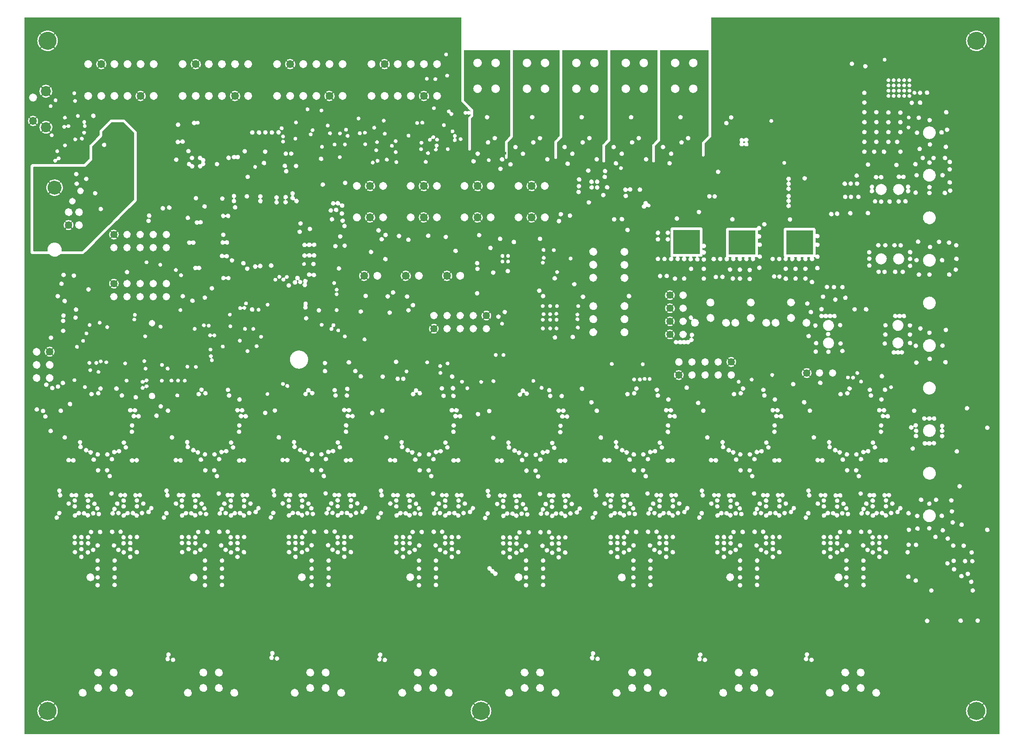
<source format=gbr>
G04 CAM350 V10.5 (Build 464) Date:  Wed Nov 01 10:35:18 2023 *
G04 Database: (Untitled) *
G04 Layer 10: l2 *
%FSLAX25Y25*%
%MOIN*%
%SFA1.000B1.000*%

%MIA0B0*%
%IPPOS*%
%ADD419C,0.02375*%
%LNl2*%
%LPD*%
G36*
X746031Y2009D02*
G01X2000D01*
Y13760*
Y19681*
Y25610*
Y33581*
Y37282*
Y49092*
Y59366*
Y88458*
Y111704*
Y115694*
Y115695*
Y121828*
Y128297*
Y132418*
Y134499*
Y137342*
Y140984*
Y143248*
Y147954*
Y152482*
Y156351*
Y156352*
Y161903*
Y163698*
Y167364*
Y170815*
Y175909*
Y178092*
Y180434*
Y187953*
Y187954*
Y191230*
Y199052*
Y201254*
Y203453*
Y211237*
Y218802*
Y224921*
Y228552*
Y228553*
Y233519*
Y237737*
Y244545*
Y249938*
Y249939*
Y252299*
Y254137*
Y257521*
Y261614*
Y266279*
Y266280*
Y268855*
Y274027*
Y279927*
Y284027*
Y290962*
Y290963*
Y294026*
Y297083*
Y302327*
Y304728*
Y308028*
Y309997*
Y312827*
Y314429*
Y317626*
Y317627*
Y321626*
Y326201*
Y326202*
Y330967*
Y332801*
Y336502*
Y336503*
Y341553*
Y341554*
Y345951*
Y345952*
Y349049*
Y350253*
Y352725*
Y352726*
Y354828*
Y357964*
Y360426*
Y360427*
Y362327*
Y436266*
Y436267*
Y439964*
Y447127*
Y451628*
Y456231*
Y459354*
Y461621*
Y465439*
Y467219*
Y467220*
Y470338*
Y473483*
Y473484*
Y479228*
Y481629*
Y488151*
Y488152*
Y493039*
Y496879*
Y502527*
Y504900*
Y510595*
Y513727*
Y516853*
Y521027*
Y525567*
Y525568*
Y531491*
Y537417*
Y537418*
Y548969*
X2003Y548994*
X2043Y549087*
X2112Y549149*
X2137Y549162*
X2176Y549174*
X335225*
G75*
G02X335401Y548957I-49J-220*
G01X335402Y537418*
Y531500*
X335403Y525568*
Y521027*
Y516853*
Y513727*
Y510595*
X335404Y504900*
Y502228*
Y496879*
Y492556*
X335405Y489427*
Y486291*
Y485514*
G03X335521Y485116I809J20*
X335685Y484886I613J264*
G01X338864Y481704*
G02X338872Y481696I-67J-75*
G01X338938Y481629*
X338939*
X340465Y480101*
X340471Y480095*
X340539Y480028*
Y480027*
X342410Y478155*
G02X342463Y478000I-172J-145*
G01X342462Y477776*
G02X342296Y477570I-230J15*
X342232Y477561I-64J222*
X342033Y477676I0J231*
G01X342032*
G03X341057Y478033I-976J-1154*
X339951Y477552I0J-1511*
G02X339791Y477492I-160J184*
X339565Y477645I0J244*
G01X339507Y477689*
G03X338562Y478030I-944J-1137*
X337603Y477676I1J-1478*
X337330Y475664I954J-1154*
G02X337335Y475656I-82J-57*
G01X337375Y475603*
G03X338195Y475070I1181J920*
X338565Y475011I370J1132*
X338971Y475082I1J1191*
X339531Y475381I-217J1081*
G01X339587Y475424*
X339677Y475512*
G02X339834Y475569I157J-188*
X340063Y475412I0J-245*
G01X340081Y475399*
G03X340710Y475076I879J937*
X341068Y475016I357J1034*
X341444Y475082I2J1094*
X341783Y475219I-140J834*
G01X341861Y475256*
X342114Y475449*
G02X342235Y475484I121J-193*
X342463Y475250I0J-228*
G01X342462Y474721*
X342459Y474697*
G02X342373Y474553I-241J46*
G01X340884Y473054*
G03X340770Y472874I503J-445*
G01X340712Y472737*
X340676Y472588*
X340666Y472513*
Y472127*
Y469027*
Y467126*
Y465126*
Y462327*
Y460561*
X340665Y458825*
Y456427*
Y453628*
Y451527*
Y448729*
Y448365*
G03X340947Y447737I913J33*
X341666Y447426I719J675*
X342418Y447774I0J986*
X342662Y448428I-745J650*
G01X342663Y453877*
Y457124*
Y471872*
X342659Y471915*
G02X342754Y472103I233J0*
G01X343799Y473148*
X343867Y473216*
X343872Y473221*
X344153Y473502*
G03X344342Y473757I-494J564*
X344461Y474168I-685J421*
G01X344463Y478485*
G03X344239Y479150I-975J42*
G01X337472Y485931*
G02X337401Y486098I161J167*
G01Y486099*
Y494913*
Y514595*
Y524243*
G02X337594Y524467I227J0*
G01X372432*
G02X372625Y524243I-34J-224*
G01Y514595*
X372624Y494913*
X372623Y473148*
X372622Y458716*
G02X372550Y458548I-226J-3*
G01X371130Y457124*
X371060Y457053*
X371023Y457016*
X368805Y454791*
G03X368697Y454617I543J-458*
X368593Y454250I784J-420*
G01Y453877*
X368591Y445215*
Y442387*
G03X369608Y441165I1017J-188*
G01X369624*
G03X370168Y441355I-21J933*
X370306Y441473I-218J395*
X370589Y442126I-635J663*
G01X370590Y445215*
Y450334*
Y453615*
X370586Y453657*
G02X370681Y453846I236J0*
G01X370712Y453877*
X370779Y453944*
X370786Y453950*
X373951Y457124*
X374019Y457192*
X374025Y457197*
X374373Y457547*
X374508Y457746*
X374533Y457789*
G03X374625Y458194I-909J419*
G01Y473148*
Y494913*
Y514595*
Y524243*
G02X374801Y524460I225J-3*
G01X410245*
G02X410421Y524243I-49J-220*
G01Y514595*
X410420Y494913*
X410419Y473148*
Y458791*
G02X410341Y458617I-226J-3*
G01X408848Y457124*
X408777Y457053*
X408740Y457016*
X407020Y455295*
X406895Y455220*
X406683Y455058*
X406631Y455009*
G03X406385Y454213I734J-663*
G01Y453877*
Y450334*
X406386Y445215*
X406387Y442101*
G03X406669Y441473I893J24*
X406807Y441355I357J278*
X407387Y441169I580J812*
X408383Y442101I0J998*
G01X408384Y445215*
X408385Y450331*
Y453740*
X408433Y453877*
X408438Y453883*
X408503Y453947*
X411672Y457124*
X411740Y457192*
X411745Y457197*
X411989Y457441*
G03X412304Y457820I-822J1003*
X412419Y458219I-714J422*
G01X412420Y473148*
Y494913*
X412421Y514595*
Y524243*
G02X412597Y524460I225J-3*
G01X446894*
G02X447070Y524243I-49J-220*
G01X447069Y514595*
X447068Y494913*
X447067Y473148*
X447065Y457124*
Y456141*
G02X446994Y455973I-226J-4*
G01X444901Y453877*
X444830Y453806*
X444793Y453769*
X443249Y452222*
G03X443091Y451923I637J-528*
G01X443037Y451681*
Y450331*
X443036Y445215*
X443035Y440991*
Y439377*
G03X443318Y438724I915J9*
X444037Y438418I719J691*
X445033Y439377I-1J997*
G01X445034Y440991*
Y445214*
Y445215*
Y450331*
Y451090*
G02X445087Y451233I225J-2*
G01X447727Y453877*
X447794Y453943*
G02X447802Y453951I75J-67*
G01X448808Y454959*
X448950Y455164*
X448975Y455208*
G03X449068Y455575I-882J419*
G01Y457124*
X449069Y473148*
Y494913*
X449070Y514595*
Y524243*
G02X449246Y524460I225J-3*
G01X484886*
G02X485062Y524243I-49J-220*
G01X485061Y514595*
X485060Y494913*
X485058Y473148*
X485057Y457124*
Y456141*
G02X484986Y455973I-226J-4*
G01X482893Y453877*
X482822Y453806*
X482785Y453769*
X481241Y452222*
G03X481083Y451923I637J-528*
G01X481029Y451681*
Y450331*
X481028Y445215*
X481027Y440991*
Y439377*
G03X481310Y438724I915J9*
X482029Y438418I719J691*
X483025Y439377I-1J997*
G01X483026Y442002*
Y445215*
Y450380*
Y451090*
G02X483079Y451233I225J-2*
G01X485720Y453877*
X485786Y453944*
G02X485794Y453951I70J-72*
G01X486800Y454959*
X486942Y455164*
X486967Y455208*
G03X487060Y455575I-882J419*
G01Y457124*
X487061Y473148*
Y494913*
X487062Y514595*
Y524243*
G02X487238Y524460I225J-3*
G01X523729*
G02X523905Y524243I-49J-220*
G01Y514595*
X523904Y494913*
X523903Y473148*
X523902Y458791*
G02X523852Y458648I-226J-1*
G01X522334Y457124*
X522265Y457054*
X522263Y457052*
X519218Y453995*
X519144Y453877*
X519136Y453864*
X519123Y453837*
X519122Y453833*
X519093Y453771*
X519021Y453466*
X519023Y450380*
X519026Y445215*
X519027Y443893*
X519058Y443743*
X519081Y443675*
X519095Y443644*
G03X519302Y443333I733J264*
X520022Y443024I721J686*
X521017Y443986I0J995*
G01Y446795*
X521018Y448866*
Y452585*
Y452888*
G02X521071Y453031I225J-2*
G01X525643Y457609*
X525687Y457665*
G03X525798Y457839I-397J376*
G01X525885Y458082*
X525903Y458218*
Y461795*
Y465325*
Y465326*
Y468650*
Y472961*
Y476926*
Y476927*
X525904Y484360*
Y489399*
Y491793*
Y491794*
Y497398*
Y501398*
Y512060*
Y513932*
Y517027*
Y525567*
Y525568*
X525905Y531491*
Y537417*
Y537418*
Y548957*
G02X526081Y549174I225J-3*
G01X745855*
G02X746031Y548957I-49J-220*
G01Y537418*
Y531500*
Y525568*
Y517027*
Y513932*
Y512060*
Y501398*
Y497398*
Y491921*
Y489399*
Y484295*
Y476948*
Y472734*
Y470862*
Y463531*
Y461578*
Y454293*
Y452297*
Y450502*
Y446795*
Y442079*
Y439038*
Y433343*
Y428821*
Y423437*
Y419770*
Y417120*
Y415325*
Y412283*
Y408927*
Y396331*
Y391352*
Y377340*
Y375390*
Y370161*
Y365014*
Y356747*
Y353002*
Y349852*
Y347351*
Y345578*
Y343333*
Y340253*
Y331252*
Y324376*
Y321314*
Y314124*
Y310650*
Y308541*
Y298713*
Y293561*
Y291547*
Y288574*
Y286079*
Y283243*
Y280767*
Y277828*
Y275427*
Y271278*
Y266252*
Y260569*
Y257521*
Y255515*
Y250822*
Y248949*
Y244783*
Y243020*
Y236005*
Y229529*
Y224148*
Y220093*
Y217906*
Y215589*
Y211151*
Y201254*
Y191230*
Y184491*
Y180468*
Y177971*
Y174546*
Y172120*
Y168767*
Y163698*
Y161903*
Y158081*
Y151294*
Y145867*
Y143248*
Y140719*
Y137342*
Y134088*
Y127846*
Y124416*
Y118332*
Y115897*
Y111704*
Y88666*
Y62800*
Y58752*
Y49092*
Y37282*
Y33581*
Y25610*
Y19694*
Y13760*
Y2009*
G37*
%LPC*%
G36*
X355499Y13667D02*
G01X355508Y13677D01*
X355516Y13689*
G03X355540Y13770I-127J82*
X355508Y13863I-151J0*
G01X355507Y13864*
X354917Y14456*
X354916*
G02X350395Y12787I-4521J5290*
X347077Y13629I0J6959*
G01X346353Y14083*
X345885Y14456*
X345880Y14459*
X345879*
X345877*
X345280Y13863*
Y13862*
G03X345267Y13843I118J-95*
X345248Y13770I132J-73*
G01X345288Y13667*
G03X348309Y12074I5105J6020*
G01X349451Y11850*
X350489Y11794*
G03X355499Y13667I-96J7893*
G37*
G36*
X24790D02*
G01X24799Y13677D01*
X24807Y13689*
G03X24831Y13770I-127J82*
X24799Y13863I-151J0*
G01X24798Y13864*
X24208Y14456*
X24207*
G02X19686Y12787I-4521J5290*
X16368Y13629I0J6959*
G01X15644Y14083*
X15176Y14456*
X15171Y14459*
X15170*
X15168*
X14572Y13863*
X14571Y13862*
G03X14558Y13842I120J-92*
X14539Y13770I132J-73*
G01X14579Y13667*
G03X17600Y12074I5105J6020*
G01X18742Y11850*
X19780Y11794*
G03X24790Y13667I-96J7893*
G37*
G36*
X734367Y14592D02*
G01X734373Y14598D01*
X734380Y14603*
G03X736241Y19694I-6034J5091*
X734370Y24796I-7895J-1*
G01X734267Y24837*
G03X734173Y24804I0J-151*
G01X733578Y24210*
G03Y24209I1J0*
G02X733576Y15172I-5227J-4517*
G01Y15171*
X733574Y15166*
Y15165*
X733978Y14767*
X734149Y14593*
G02X734162Y14583I-48J-76*
G03X734260Y14546I98J111*
G01X734367Y14592*
G37*
G36*
X722523Y14573D02*
G01X722526Y14576D01*
X722529Y14578*
X723118Y15165*
Y15166*
G02X723114Y24210I5228J4524*
G03Y24211I-1J1*
G01X722516Y24806*
G03X722428Y24834I-88J-125*
X722330Y24798I0J-152*
X720450Y19694I6016J-5114*
G01Y19691*
Y19687*
Y19684*
G03X722198Y14730I7896J1*
G01X722223Y14693*
X722311Y14589*
G02X722316Y14583I-63J-57*
G01X722425Y14537*
G03X722523Y14573I1J149*
G37*
G36*
X356415Y14592D02*
G01X356421Y14598D01*
X356428Y14603*
G03X358289Y19684I-6034J5091*
G01Y19687*
Y19691*
Y19694*
G03X356419Y24796I-7895J0*
G01X356315Y24837*
G03X356222Y24805I0J-151*
G01X356221Y24804*
X355626Y24210*
G03Y24209I1J0*
G02X355624Y15172I-5227J-4517*
G01Y15171*
X355622Y15166*
Y15165*
X356026Y14767*
X356197Y14593*
G02X356210Y14583I-48J-76*
G03X356308Y14546I98J111*
G01X356415Y14592*
G37*
G36*
X344571Y14573D02*
G01X344574Y14576D01*
X344577Y14578*
X345166Y15165*
Y15166*
G02X345162Y24210I5228J4524*
G03Y24211I-1J1*
G01X344564Y24806*
G03X344476Y24834I-88J-125*
X344378Y24798I0J-152*
X342498Y19694I6016J-5114*
G01Y19691*
Y19687*
Y19684*
G03X344246Y14730I7896J1*
G01X344271Y14693*
X344359Y14589*
G02X344364Y14583I-63J-57*
G01X344473Y14537*
G03X344571Y14573I1J149*
G37*
G36*
X25706Y14592D02*
G01X25712Y14598D01*
X25719Y14603*
G03X27580Y19684I-6034J5091*
G01Y19687*
Y19691*
Y19694*
G03X25710Y24796I-7895J0*
G01X25606Y24837*
G03X25513Y24805I0J-151*
G01X25512Y24804*
X24917Y24210*
G03Y24209I1J0*
G02X24915Y15172I-5227J-4517*
G01Y15171*
X24913Y15166*
Y15165*
X25316Y14767*
X25488Y14593*
G02X25501Y14583I-48J-76*
G03X25599Y14546I98J111*
G01X25706Y14592*
G37*
G36*
X13861Y14574D02*
G01X13866Y14577D01*
X13870Y14580*
X14457Y15165*
Y15166*
G02X14453Y24210I5228J4524*
G03Y24211I-1J1*
G01X13855Y24806*
G03X13767Y24834I-88J-124*
X13669Y24798I0J-152*
X11787Y19681I6016J-5117*
X13647Y14590I7898J0*
G02X13655Y14583I-52J-67*
G01X13763Y14536*
G03X13861Y14574I-1J149*
G37*
G36*
X732864Y24916D02*
G01X732869Y24919D01*
X733461Y25509*
X733462*
G03X733477Y25531I-117J96*
X733496Y25605I-132J73*
G01X733453Y25710*
G03X730973Y27134I-5108J-6024*
G01X730902Y27152*
G03X728337Y27581I-2567J-7466*
X725864Y27183I2J-7895*
G01X725824Y27165*
G03X723236Y25707I2512J-7485*
X723220Y25685I114J-100*
X723197Y25605I128J-80*
X723229Y25511I151J-1*
G01X723533Y25211*
X723820Y24920*
Y24919*
X723821Y24920*
G02X728338Y26600I4517J-5233*
X732384Y25292I-1J-6913*
G01X732850Y24919*
X732856Y24916*
X732864*
G37*
G36*
X354912D02*
G01X354917Y24919D01*
X355509Y25509*
X355510*
G03X355525Y25531I-117J96*
X355544Y25605I-132J73*
G01X355501Y25710*
G03X353021Y27134I-5108J-6024*
G01X352950Y27152*
G03X350385Y27581I-2567J-7466*
X347912Y27183I2J-7895*
G01X347872Y27165*
G03X345284Y25707I2512J-7485*
X345268Y25685I114J-100*
X345245Y25605I128J-80*
X345277Y25511I151J-1*
G01X345581Y25211*
X345868Y24920*
Y24919*
X345869Y24920*
G02X350386Y26600I4517J-5233*
X354432Y25292I-1J-6913*
G01X354898Y24919*
X354904Y24916*
X354912*
G37*
G36*
X24203D02*
G01X24208Y24919D01*
X24800Y25508*
Y25509*
G03X24816Y25531I-114J100*
X24835Y25605I-132J73*
G01X24792Y25710*
G03X22312Y27134I-5108J-6024*
G01X22241Y27152*
G03X19676Y27581I-2567J-7466*
X17203Y27183I2J-7895*
G01X17163Y27165*
G03X14575Y25707I2512J-7485*
X14559Y25685I114J-100*
X14536Y25605I128J-80*
X14568Y25511I151J-1*
G01X14872Y25211*
X15159Y24920*
Y24919*
X15160Y24920*
G02X19677Y26600I4517J-5233*
X23723Y25292I-1J-6913*
G01X24189Y24919*
X24195Y24916*
X24203*
G37*
G36*
X652010Y30517D02*
G01X652501Y30579D01*
X652976Y30719*
X653422Y30934*
X653827Y31217*
X654182Y31563*
X654477Y31960*
X654704Y32400*
X654857Y32871*
X654932Y33360*
X654940Y33581*
G03X651873Y36648I-3067J0*
G01X651736Y36645*
G03X648806Y33581I137J-3064*
X651873Y30514I3067J0*
G01X652010Y30517*
G37*
G36*
X616577D02*
G01X617068Y30579D01*
X617543Y30719*
X617989Y30934*
X618394Y31217*
X618749Y31563*
X619044Y31960*
X619271Y32400*
X619424Y32871*
X619499Y33360*
X619507Y33581*
G03X616440Y36648I-3067J0*
G01X616303Y36645*
G03X613373Y33581I137J-3064*
X616440Y30514I3067J0*
G01X616577Y30517*
G37*
G36*
X570710D02*
G01X571201Y30579D01*
X571676Y30719*
X572122Y30934*
X572527Y31217*
X572882Y31563*
X573177Y31960*
X573404Y32400*
X573557Y32871*
X573632Y33360*
X573640Y33581*
G03X570573Y36648I-3067J0*
G01X570436Y36645*
G03X567506Y33581I137J-3064*
X570573Y30514I3067J0*
G01X570710Y30517*
G37*
G36*
X535277D02*
G01X535768Y30579D01*
X536243Y30719*
X536689Y30934*
X537094Y31217*
X537449Y31563*
X537744Y31960*
X537971Y32400*
X538124Y32871*
X538199Y33360*
X538207Y33581*
G03X535140Y36648I-3067J0*
G01X535003Y36645*
G03X532073Y33581I137J-3064*
X535140Y30514I3067J0*
G01X535277Y30517*
G37*
G36*
X489410D02*
G01X489901Y30579D01*
X490376Y30719*
X490822Y30934*
X491227Y31217*
X491582Y31563*
X491877Y31960*
X492104Y32400*
X492257Y32871*
X492332Y33360*
X492340Y33581*
G03X489273Y36648I-3067J0*
G01X489136Y36645*
G03X486206Y33581I137J-3064*
X489273Y30514I3067J0*
G01X489410Y30517*
G37*
G36*
X453977D02*
G01X454468Y30579D01*
X454943Y30719*
X455389Y30934*
X455794Y31217*
X456149Y31563*
X456444Y31960*
X456671Y32400*
X456824Y32871*
X456899Y33360*
X456907Y33581*
G03X453840Y36648I-3067J0*
G01X453703Y36645*
G03X450773Y33581I137J-3064*
X453840Y30514I3067J0*
G01X453977Y30517*
G37*
G36*
X407355D02*
G01X407846Y30579D01*
X408321Y30719*
X408767Y30934*
X409172Y31217*
X409527Y31563*
X409822Y31960*
X410049Y32400*
X410202Y32871*
X410277Y33360*
X410285Y33581*
G03X407218Y36648I-3067J0*
G01X407081Y36645*
G03X404151Y33581I137J-3064*
X407218Y30514I3067J0*
G01X407355Y30517*
G37*
G36*
X371921D02*
G01X372412Y30579D01*
X372887Y30719*
X373333Y30934*
X373738Y31217*
X374093Y31563*
X374388Y31960*
X374615Y32400*
X374768Y32871*
X374843Y33360*
X374851Y33581*
G03X371784Y36648I-3067J0*
G01X371647Y36645*
G03X368717Y33581I137J-3064*
X371784Y30514I3067J0*
G01X371921Y30517*
G37*
G36*
X325827D02*
G01X326318Y30579D01*
X326793Y30719*
X327239Y30934*
X327644Y31217*
X327999Y31563*
X328294Y31960*
X328521Y32400*
X328674Y32871*
X328749Y33360*
X328757Y33581*
G03X325690Y36648I-3067J0*
G01X325553Y36645*
G03X322623Y33581I137J-3064*
X325690Y30514I3067J0*
G01X325827Y30517*
G37*
G36*
X290394D02*
G01X290885Y30579D01*
X291360Y30719*
X291806Y30934*
X292211Y31217*
X292566Y31563*
X292861Y31960*
X293088Y32400*
X293241Y32871*
X293316Y33360*
X293324Y33581*
G03X290257Y36648I-3067J0*
G01X290120Y36645*
G03X287190Y33581I137J-3064*
X290257Y30514I3067J0*
G01X290394Y30517*
G37*
G36*
X243772D02*
G01X244263Y30579D01*
X244738Y30719*
X245184Y30934*
X245589Y31217*
X245944Y31563*
X246239Y31960*
X246466Y32400*
X246619Y32871*
X246694Y33360*
X246702Y33581*
G03X243635Y36648I-3067J0*
G01X243498Y36645*
G03X240568Y33581I137J-3064*
X243635Y30514I3067J0*
G01X243772Y30517*
G37*
G36*
X208339D02*
G01X208830Y30579D01*
X209305Y30719*
X209751Y30934*
X210156Y31217*
X210511Y31563*
X210806Y31960*
X211033Y32400*
X211186Y32871*
X211261Y33360*
X211269Y33581*
G03X208202Y36648I-3067J0*
G01X208065Y36645*
G03X205135Y33581I137J-3064*
X208202Y30514I3067J0*
G01X208339Y30517*
G37*
G36*
X162245D02*
G01X162736Y30579D01*
X163211Y30719*
X163657Y30934*
X164062Y31217*
X164417Y31563*
X164712Y31960*
X164939Y32400*
X165092Y32871*
X165167Y33360*
X165175Y33581*
G03X162108Y36648I-3067J0*
G01X161971Y36645*
G03X159041Y33581I137J-3064*
X162108Y30514I3067J0*
G01X162245Y30517*
G37*
G36*
X126812D02*
G01X127303Y30579D01*
X127778Y30719*
X128224Y30934*
X128629Y31217*
X128984Y31563*
X129279Y31960*
X129506Y32400*
X129659Y32871*
X129734Y33360*
X129742Y33581*
G03X126675Y36648I-3067J0*
G01X126538Y36645*
G03X123608Y33581I137J-3064*
X126675Y30514I3067J0*
G01X126812Y30517*
G37*
G36*
X81992D02*
G01X82483Y30579D01*
X82958Y30719*
X83404Y30934*
X83809Y31217*
X84164Y31563*
X84459Y31960*
X84686Y32400*
X84839Y32871*
X84914Y33360*
X84922Y33581*
G03X81855Y36648I-3067J0*
G01X81718Y36645*
G03X78788Y33581I137J-3064*
X81855Y30514I3067J0*
G01X81992Y30517*
G37*
G36*
X46559D02*
G01X47050Y30579D01*
X47525Y30719*
X47971Y30934*
X48376Y31217*
X48731Y31563*
X49026Y31960*
X49253Y32400*
X49406Y32871*
X49481Y33360*
X49489Y33581*
G03X46422Y36648I-3067J0*
G01X46285Y36645*
G03X43355Y33581I137J-3064*
X46422Y30514I3067J0*
G01X46559Y30517*
G37*
G36*
X640200Y34220D02*
G01X640691Y34282D01*
X641165Y34422*
X641611Y34637*
X642017Y34921*
X642371Y35266*
X642665Y35664*
X642892Y36104*
X643045Y36574*
X643120Y37063*
X643128Y37282*
G03X640062Y40348I-3066J0*
G01X639924Y40345*
G03X636996Y37282I138J-3063*
X640062Y34217I3066J1*
G01X640200Y34220*
G37*
G36*
X628389D02*
G01X628880Y34282D01*
X629355Y34422*
X629800Y34637*
X630206Y34921*
X630560Y35266*
X630855Y35664*
X631081Y36104*
X631234Y36574*
X631309Y37063*
X631317Y37282*
G03X628251Y40348I-3066J0*
G01X628113Y40345*
G03X625185Y37282I138J-3063*
X628251Y34217I3066J1*
G01X628389Y34220*
G37*
G36*
X558900D02*
G01X559391Y34282D01*
X559865Y34422*
X560311Y34637*
X560717Y34921*
X561071Y35266*
X561365Y35664*
X561592Y36104*
X561745Y36574*
X561820Y37063*
X561828Y37282*
G03X558762Y40348I-3066J0*
G01X558624Y40345*
G03X555696Y37282I138J-3063*
X558762Y34217I3066J1*
G01X558900Y34220*
G37*
G36*
X547089D02*
G01X547580Y34282D01*
X548055Y34422*
X548500Y34637*
X548906Y34921*
X549260Y35266*
X549555Y35664*
X549781Y36104*
X549934Y36574*
X550009Y37063*
X550017Y37282*
G03X546951Y40348I-3066J0*
G01X546813Y40345*
G03X543885Y37282I138J-3063*
X546951Y34217I3066J1*
G01X547089Y34220*
G37*
G36*
X477600D02*
G01X478091Y34282D01*
X478565Y34422*
X479011Y34637*
X479417Y34921*
X479771Y35266*
X480065Y35664*
X480292Y36104*
X480445Y36574*
X480520Y37063*
X480528Y37282*
G03X477462Y40348I-3066J0*
G01X477324Y40345*
G03X474396Y37282I138J-3063*
X477462Y34217I3066J1*
G01X477600Y34220*
G37*
G36*
X465789D02*
G01X466280Y34282D01*
X466755Y34422*
X467200Y34637*
X467606Y34921*
X467960Y35266*
X468255Y35664*
X468481Y36104*
X468634Y36574*
X468709Y37063*
X468717Y37282*
G03X465651Y40348I-3066J0*
G01X465513Y40345*
G03X462585Y37282I138J-3063*
X465651Y34217I3066J1*
G01X465789Y34220*
G37*
G36*
X395544D02*
G01X396035Y34282D01*
X396510Y34422*
X396955Y34637*
X397361Y34921*
X397715Y35266*
X398010Y35664*
X398236Y36104*
X398389Y36574*
X398464Y37063*
X398472Y37282*
G03X395406Y40348I-3066J0*
G01X395268Y40345*
G03X392340Y37282I138J-3063*
X395406Y34217I3066J1*
G01X395544Y34220*
G37*
G36*
X383733D02*
G01X384224Y34282D01*
X384699Y34422*
X385144Y34637*
X385550Y34921*
X385904Y35266*
X386199Y35664*
X386425Y36104*
X386578Y36574*
X386653Y37063*
X386661Y37282*
G03X383595Y40348I-3066J0*
G01X383457Y40345*
G03X380529Y37282I138J-3063*
X383595Y34217I3066J1*
G01X383733Y34220*
G37*
G36*
X314017D02*
G01X314508Y34282D01*
X314983Y34422*
X315428Y34637*
X315834Y34921*
X316188Y35266*
X316483Y35664*
X316709Y36104*
X316862Y36574*
X316937Y37063*
X316945Y37282*
G03X313879Y40348I-3066J0*
G01X313741Y40345*
G03X310813Y37282I138J-3063*
X313879Y34217I3066J1*
G01X314017Y34220*
G37*
G36*
X302206D02*
G01X302697Y34282D01*
X303172Y34422*
X303617Y34637*
X304023Y34921*
X304377Y35266*
X304672Y35664*
X304898Y36104*
X305051Y36574*
X305126Y37063*
X305134Y37282*
G03X302068Y40348I-3066J0*
G01X301930Y40345*
G03X299002Y37282I138J-3063*
X302068Y34217I3066J1*
G01X302206Y34220*
G37*
G36*
X231962D02*
G01X232453Y34282D01*
X232928Y34422*
X233373Y34637*
X233779Y34921*
X234133Y35266*
X234428Y35664*
X234654Y36104*
X234807Y36574*
X234882Y37063*
X234890Y37282*
G03X231824Y40348I-3066J0*
G01X231686Y40345*
G03X228758Y37282I138J-3063*
X231824Y34217I3066J1*
G01X231962Y34220*
G37*
G36*
X220151D02*
G01X220642Y34282D01*
X221117Y34422*
X221562Y34637*
X221968Y34921*
X222322Y35266*
X222617Y35664*
X222843Y36104*
X222996Y36574*
X223071Y37063*
X223079Y37282*
G03X220013Y40348I-3066J0*
G01X219875Y40345*
G03X216947Y37282I138J-3063*
X220013Y34217I3066J1*
G01X220151Y34220*
G37*
G36*
X150435D02*
G01X150926Y34282D01*
X151400Y34422*
X151846Y34637*
X152252Y34921*
X152606Y35266*
X152901Y35664*
X153127Y36104*
X153280Y36574*
X153355Y37063*
X153363Y37282*
G03X150297Y40348I-3066J0*
G01X150159Y40345*
G03X147231Y37282I138J-3063*
X150297Y34217I3066J1*
G01X150435Y34220*
G37*
G36*
X138624D02*
G01X139115Y34282D01*
X139590Y34422*
X140035Y34637*
X140441Y34921*
X140795Y35266*
X141090Y35664*
X141316Y36104*
X141469Y36574*
X141544Y37063*
X141552Y37282*
G03X138486Y40348I-3066J0*
G01X138348Y40345*
G03X135420Y37282I138J-3063*
X138486Y34217I3066J1*
G01X138624Y34220*
G37*
G36*
X70182D02*
G01X70673Y34282D01*
X71148Y34422*
X71593Y34637*
X71999Y34921*
X72353Y35266*
X72648Y35664*
X72874Y36104*
X73027Y36574*
X73102Y37063*
X73110Y37282*
G03X70044Y40348I-3066J0*
G01X69906Y40345*
G03X66978Y37282I138J-3063*
X70044Y34217I3066J1*
G01X70182Y34220*
G37*
G36*
X58371D02*
G01X58862Y34282D01*
X59337Y34422*
X59782Y34637*
X60188Y34921*
X60542Y35266*
X60837Y35664*
X61063Y36104*
X61216Y36574*
X61291Y37063*
X61299Y37282*
G03X58233Y40348I-3066J0*
G01X58095Y40345*
G03X55167Y37282I138J-3063*
X58233Y34217I3066J1*
G01X58371Y34220*
G37*
G36*
X640201Y46031D02*
G01X640692Y46093D01*
X641166Y46233*
X641612Y46448*
X642017Y46732*
X642371Y47078*
X642665Y47475*
X642892Y47915*
X643044Y48386*
X643119Y48875*
X643126Y49092*
G03X640062Y52156I-3064J0*
G01X639923Y52153*
G03X636998Y49092I139J-3061*
X640062Y46028I3064J0*
G01X640201Y46031*
G37*
G36*
X628390D02*
G01X628881Y46093D01*
X629355Y46233*
X629801Y46448*
X630206Y46732*
X630560Y47078*
X630854Y47475*
X631081Y47915*
X631233Y48386*
X631308Y48875*
X631315Y49092*
G03X628251Y52156I-3064J0*
G01X628112Y52153*
G03X625187Y49092I139J-3061*
X628251Y46028I3064J0*
G01X628390Y46031*
G37*
G36*
X558901D02*
G01X559392Y46093D01*
X559866Y46233*
X560312Y46448*
X560717Y46732*
X561071Y47078*
X561365Y47475*
X561592Y47915*
X561744Y48386*
X561819Y48875*
X561826Y49092*
G03X558762Y52156I-3064J0*
G01X558623Y52153*
G03X555698Y49092I139J-3061*
X558762Y46028I3064J0*
G01X558901Y46031*
G37*
G36*
X547090D02*
G01X547581Y46093D01*
X548055Y46233*
X548501Y46448*
X548906Y46732*
X549260Y47078*
X549554Y47475*
X549781Y47915*
X549933Y48386*
X550008Y48875*
X550015Y49092*
G03X546951Y52156I-3064J0*
G01X546812Y52153*
G03X543887Y49092I139J-3061*
X546951Y46028I3064J0*
G01X547090Y46031*
G37*
G36*
X477601D02*
G01X478092Y46093D01*
X478566Y46233*
X479012Y46448*
X479417Y46732*
X479771Y47078*
X480065Y47475*
X480292Y47915*
X480444Y48386*
X480519Y48875*
X480526Y49092*
G03X477462Y52156I-3064J0*
G01X477323Y52153*
G03X474398Y49092I139J-3061*
X477462Y46028I3064J0*
G01X477601Y46031*
G37*
G36*
X465790D02*
G01X466281Y46093D01*
X466755Y46233*
X467201Y46448*
X467606Y46732*
X467960Y47078*
X468254Y47475*
X468481Y47915*
X468633Y48386*
X468708Y48875*
X468715Y49092*
G03X465651Y52156I-3064J0*
G01X465512Y52153*
G03X462587Y49092I139J-3061*
X465651Y46028I3064J0*
G01X465790Y46031*
G37*
G36*
X395545D02*
G01X396036Y46093D01*
X396510Y46233*
X396956Y46448*
X397361Y46732*
X397715Y47078*
X398009Y47475*
X398236Y47915*
X398388Y48386*
X398463Y48875*
X398470Y49092*
G03X395406Y52156I-3064J0*
G01X395267Y52153*
G03X392342Y49092I139J-3061*
X395406Y46028I3064J0*
G01X395545Y46031*
G37*
G36*
X383734D02*
G01X384225Y46093D01*
X384699Y46233*
X385145Y46448*
X385550Y46732*
X385904Y47078*
X386198Y47475*
X386425Y47915*
X386577Y48386*
X386652Y48875*
X386659Y49092*
G03X383595Y52156I-3064J0*
G01X383456Y52153*
G03X380531Y49092I139J-3061*
X383595Y46028I3064J0*
G01X383734Y46031*
G37*
G36*
X314018D02*
G01X314509Y46093D01*
X314983Y46233*
X315429Y46448*
X315834Y46732*
X316188Y47078*
X316482Y47475*
X316709Y47915*
X316861Y48386*
X316936Y48875*
X316943Y49092*
G03X313879Y52156I-3064J0*
G01X313740Y52153*
G03X310815Y49092I139J-3061*
X313879Y46028I3064J0*
G01X314018Y46031*
G37*
G36*
X302207D02*
G01X302698Y46093D01*
X303172Y46233*
X303618Y46448*
X304023Y46732*
X304377Y47078*
X304671Y47475*
X304898Y47915*
X305050Y48386*
X305125Y48875*
X305132Y49092*
G03X302068Y52156I-3064J0*
G01X301929Y52153*
G03X299004Y49092I139J-3061*
X302068Y46028I3064J0*
G01X302207Y46031*
G37*
G36*
X231963D02*
G01X232454Y46093D01*
X232928Y46233*
X233374Y46448*
X233779Y46732*
X234133Y47078*
X234427Y47475*
X234654Y47915*
X234806Y48386*
X234881Y48875*
X234888Y49092*
G03X231824Y52156I-3064J0*
G01X231685Y52153*
G03X228760Y49092I139J-3061*
X231824Y46028I3064J0*
G01X231963Y46031*
G37*
G36*
X220152D02*
G01X220643Y46093D01*
X221117Y46233*
X221563Y46448*
X221968Y46732*
X222322Y47078*
X222616Y47475*
X222843Y47915*
X222995Y48386*
X223070Y48875*
X223077Y49092*
G03X220013Y52156I-3064J0*
G01X219874Y52153*
G03X216949Y49092I139J-3061*
X220013Y46028I3064J0*
G01X220152Y46031*
G37*
G36*
X150436D02*
G01X150927Y46093D01*
X151401Y46233*
X151847Y46448*
X152252Y46732*
X152606Y47078*
X152900Y47475*
X153127Y47915*
X153279Y48386*
X153354Y48875*
X153361Y49092*
G03X150297Y52156I-3064J0*
G01X150158Y52153*
G03X147233Y49092I139J-3061*
X150297Y46028I3064J0*
G01X150436Y46031*
G37*
G36*
X138625D02*
G01X139116Y46093D01*
X139590Y46233*
X140036Y46448*
X140441Y46732*
X140795Y47078*
X141089Y47475*
X141316Y47915*
X141468Y48386*
X141543Y48875*
X141550Y49092*
G03X138486Y52156I-3064J0*
G01X138347Y52153*
G03X135422Y49092I139J-3061*
X138486Y46028I3064J0*
G01X138625Y46031*
G37*
G36*
X70183D02*
G01X70674Y46093D01*
X71148Y46233*
X71594Y46448*
X71999Y46732*
X72353Y47078*
X72647Y47475*
X72874Y47915*
X73026Y48386*
X73101Y48875*
X73108Y49092*
G03X70044Y52156I-3064J0*
G01X69905Y52153*
G03X66980Y49092I139J-3061*
X70044Y46028I3064J0*
G01X70183Y46031*
G37*
G36*
X58372D02*
G01X58863Y46093D01*
X59337Y46233*
X59783Y46448*
X60188Y46732*
X60542Y47078*
X60836Y47475*
X61063Y47915*
X61215Y48386*
X61290Y48875*
X61297Y49092*
G03X58233Y52156I-3064J0*
G01X58094Y52153*
G03X55169Y49092I139J-3061*
X58233Y46028I3064J0*
G01X58372Y46031*
G37*
G36*
X604340Y58752D02*
G01X604300Y59124D01*
X604182Y59478*
X603992Y59800*
X603738Y60074*
X603431Y60287*
X603086Y60431*
X602718Y60498*
X602590Y60502*
G03X600840Y58752I0J-1750*
X602590Y57002I1750J0*
X604340Y58752I0J1750*
G37*
G36*
X522986Y58671D02*
G01X522946Y59043D01*
X522855Y59337*
X522852Y59343*
X522837Y59378*
G03X521236Y60422I-1602J-706*
X520818Y60371I1J-1750*
X519486Y58671I418J-1699*
X521236Y56921I1750J0*
X522986Y58671I0J1750*
G37*
G36*
X278742Y58597D02*
G01X278702Y58968D01*
X278584Y59323*
X278394Y59644*
X278140Y59918*
X277928Y60075*
G03X277779Y60160I-941J-1476*
X276992Y60347I-787J-1563*
X275242Y58597I0J-1750*
X276992Y56847I1750J0*
X278742Y58597I0J1750*
G37*
G36*
X273867Y57788D02*
G01X273896Y57813D01*
G03X274420Y58435I-699J1121*
X274498Y58597I-1357J753*
G01X274511Y58631*
X274512Y58634*
G03X274581Y59505I-1450J553*
X274352Y60121I-1402J-171*
X274160Y60382I-832J-411*
G01X274136Y60413*
X273941Y60594*
G02X273872Y60755I156J162*
X274020Y60967I225J1*
G03X275263Y62643I-509J1676*
X275112Y63355I-1752J0*
X274619Y64002I-1601J-708*
G01X274589Y64021*
G03X273514Y64392I-1076J-1374*
X272447Y64027I1J-1745*
G01X272185Y63796*
X272137Y63736*
G03X272025Y63561I1014J-773*
X271774Y62827I1120J-793*
X271833Y62161I1289J-221*
X272020Y61732I1295J309*
G01X272231Y61452*
X272424Y61271*
G02X272346Y60898I-156J-162*
G03X271187Y59741I515J-1675*
G01X271178Y59713*
G03X271108Y59224I1682J-490*
X271409Y58242I1752J0*
X271814Y57819I1219J761*
X272485Y57508I922J1110*
G01X272583Y57490*
G03X272858Y57468I277J1727*
X273867Y57788I1J1749*
G37*
G36*
X117190Y58734D02*
G01X117150Y59105D01*
X117032Y59460*
X116842Y59781*
X116587Y60055*
X116263Y60278*
X116262Y60279*
G03X116070Y60366I-817J-1548*
G01Y60367*
G03X115440Y60484I-629J-1633*
X113690Y58734I0J-1750*
X115440Y56983I1750J-1*
X117190Y58734I0J1750*
G37*
G36*
X518111Y57869D02*
G01X518139Y57894D01*
G03X518664Y58516I-698J1122*
X518732Y58671I-1564J778*
G01X518744Y58703*
X518746Y58708*
G03X518600Y60195I-1645J589*
X518398Y60469I-878J-436*
G01X518374Y60500*
X518279Y60593*
Y60594*
G02X518134Y60743I81J223*
X518112Y60840I203J97*
X518268Y61054I225J0*
G03X519491Y62723I-527J1669*
X518045Y64446I-1750J-1*
X517741Y64473I-306J-1724*
X516214Y63578I0J-1751*
G01X516189Y63532*
G03X516141Y62012I1552J-810*
X516435Y61558I1165J432*
G01X516460Y61527*
X516654Y61346*
G02X516575Y60973I-157J-162*
G03X515366Y59530I529J-1671*
G01X515365Y59519*
X515364Y59516*
G03X515351Y59302I1741J-213*
X515871Y58056I1753J0*
G01X515980Y57956*
X516058Y57900*
G03X516729Y57589I922J1110*
G01X516827Y57570*
G03X517102Y57549I270J1728*
X518111Y57869I1J1749*
G37*
G36*
X599465Y57944D02*
G01X599494Y57968D01*
G03X600018Y58591I-700J1121*
X600096Y58752I-1355J756*
G01X600109Y58786*
X600110Y58790*
G03X600179Y59660I-1450J553*
X599950Y60276I-1402J-171*
X599758Y60538I-833J-409*
G01X599734Y60569*
X599539Y60749*
G02X599470Y60911I156J162*
X599618Y61122I225J0*
G01X599946Y61259*
X600165Y61402*
G03X600861Y62800I-1055J1397*
X599111Y64551I-1751J0*
X597361Y62731I0J-1751*
G01X597362Y62723*
G03X597829Y61607I1749J76*
G01X598022Y61427*
G02X597944Y61054I-156J-162*
G03X596707Y59378I516J-1676*
X596798Y58821I1753J0*
G01X596838Y58708*
X596853Y58671*
G03X597412Y57975I1511J641*
X598083Y57664I922J1110*
G01X598181Y57645*
G03X598456Y57623I277J1727*
X599465Y57944I-1J1749*
G37*
G36*
X112315Y57931D02*
G01X112343Y57956D01*
G03X112868Y58578I-699J1122*
X112936Y58734I-1565J775*
G01X112948Y58765*
X112950Y58770*
G03X112804Y60258I-1644J590*
X112602Y60531I-877J-438*
G01X112578Y60562*
X112483Y60656*
G02X112338Y60805I81J224*
X112316Y60902I203J97*
X112472Y61116I225J0*
G03X113692Y62784I-530J1668*
X111941Y64534I-1751J-1*
X111343Y64429I-1J-1750*
X110498Y61794I598J-1645*
G01X110669Y61583*
X110858Y61408*
G02X110779Y61035I-156J-162*
G03X109558Y59366I530J-1669*
X110262Y57962I1751J0*
X110933Y57651I922J1110*
G01X111031Y57633*
G03X111306Y57611I277J1727*
X112315Y57931I1J1749*
G37*
G36*
X441071Y59302D02*
G01X441072Y59310D01*
X441073Y59318*
G03X441086Y59530I-1738J213*
X439336Y61280I-1750J0*
X437586Y59530I0J-1750*
X439336Y57780I1750J0*
X441071Y59302I0J1750*
G37*
G36*
X196374Y59224D02*
G01X196381Y59247D01*
G02X196384Y59256I96J-27*
G03X196452Y59741I-1683J483*
X194702Y61491I-1750J0*
X192952Y59741I0J-1750*
X194398Y58018I1750J0*
X194702Y57991I306J1723*
X196374Y59224I0J1750*
G37*
G36*
X435382Y58416D02*
G01X435675Y58472D01*
X435969Y58584*
X436247Y58759*
G03X436764Y59374I-800J1197*
X436838Y59530I-1371J746*
G01X436852Y59563*
X436854Y59568*
G03X436926Y60438I-1458J559*
X436715Y61029I-1404J-168*
X436399Y61433I-1331J-715*
G01X436267Y61552*
G02X436216Y61695I174J143*
X436347Y61900I225J1*
G03X437597Y63578I-502J1678*
X437392Y64400I-1752J0*
G01X437301Y64550*
G03X436616Y65147I-1324J-827*
X435845Y65331I-770J-1521*
X435087Y65153I0J-1705*
X434221Y64220I624J-1447*
X434269Y62827I1625J-641*
X434333Y62693I1173J478*
G01X434335Y62690*
X434363Y62643*
G03X434542Y62416I1078J666*
G01X434566Y62385*
X434760Y62205*
G02X434675Y61831I-157J-161*
G03X433451Y60160I529J-1672*
X434058Y58833I1753J0*
G01X434158Y58758*
G03X434261Y58680I922J1111*
G01X434265Y58678*
G03X434398Y58597I818J1193*
X434828Y58447I685J1271*
G01X435098Y58410*
X435382Y58416*
G37*
G36*
X190749Y58622D02*
G01X191042Y58678D01*
X191336Y58790*
X191613Y58964*
G03X192130Y59580I-796J1193*
X192205Y59741I-1432J765*
G01X192217Y59772*
G02X192220Y59780I95J-31*
G03X192291Y60650I-1524J562*
X192070Y61253I-1228J-108*
X191865Y61533I-872J-423*
G01X191834Y61570*
X191624Y61763*
G02X191569Y61911I170J147*
X191680Y62105I225J0*
G01X191914Y62198*
X192196Y62360*
X192233Y62391*
G03X192677Y62876I-693J1080*
X192939Y63796I-1485J920*
G01Y63797*
G03X192277Y65166I-1747J0*
X191194Y65542I-1083J-1370*
X190134Y65184I-1J-1746*
X189546Y64382I798J-1202*
X189638Y62995I1603J-590*
G01X189762Y62784*
G03X189899Y62621I1078J767*
G01X189924Y62590*
X190122Y62410*
G02X190053Y62043I-158J-160*
G03X188817Y60366I518J-1676*
X189447Y59020I1754J1*
G01X189524Y58964*
G03X189727Y58823I922J1110*
G01X189735Y58818*
G03X189910Y58734I711J1256*
G01X189911*
G03X190195Y58653I536J1340*
G01X190464Y58615*
X190749Y58622*
G37*
G36*
X731104Y88666D02*
G01Y88667D01*
G03X729354Y90417I-1750J0*
X727604Y88691I0J-1750*
G01Y88690*
Y88689*
Y88666*
G03X729354Y86916I1750J0*
X731104Y88666I0J1750*
G37*
G36*
X716534Y86957D02*
G01X716897Y87046D01*
X717233Y87210*
X717526Y87442*
X717763Y87730*
X717934Y88062*
X718031Y88423*
X718051Y88667*
Y88668*
Y88691*
G03X716301Y90442I-1750J1*
X714551Y88691I0J-1750*
X714564Y88474I1751J-4*
G01X714565Y88468*
X714567Y88458*
G03X716301Y86941I1735J233*
X716534Y86957I-3J1750*
G37*
G36*
X692571Y88458D02*
G01X692568Y88567D01*
X692557Y88676*
Y88682*
X692555Y88691*
G03X690822Y90207I-1734J-233*
X690589Y90191I3J-1749*
X689073Y88458I233J-1733*
X690822Y86709I1749J0*
X692571Y88458I0J1749*
G37*
G36*
X727359Y111704D02*
G01X727319Y112075D01*
X727201Y112430*
X727011Y112751*
X726756Y113025*
X726450Y113238*
X726105Y113381*
X725737Y113448*
X725610Y113453*
G03X723861Y111704I0J-1749*
X725610Y109955I1749J0*
X727359Y111704I0J1749*
G37*
G36*
X695769D02*
G01X695729Y112075D01*
X695611Y112430*
X695421Y112751*
X695166Y113025*
X694860Y113238*
X694515Y113381*
X694147Y113448*
X694020Y113453*
G03X692271Y111704I0J-1749*
X694020Y109955I1749J0*
X695769Y111704I0J1749*
G37*
G36*
X642412Y114159D02*
G01X642776Y114242D01*
X643115Y114400*
X643412Y114626*
X643654Y114910*
X643831Y115240*
X643933Y115599*
X643959Y115896*
Y115897*
G03X642210Y117645I-1749J-1*
X640461Y115897I0J-1749*
X640471Y115708I1750J-2*
G01X640472Y115703*
X640473Y115694*
G03X642210Y114148I1737J203*
X642412Y114159I6J1750*
G37*
G36*
X630971Y115694D02*
G01X630969Y115789D01*
X630961Y115883*
X630960Y115888*
X630959Y115897*
G03X629324Y117442I-1739J-202*
G01X629221Y117445*
G03X627483Y115897I1J-1750*
G01X627482Y115888*
X627481Y115883*
G03X627471Y115694I1741J-187*
X629221Y113944I1750J0*
X630971Y115694I0J1750*
G37*
G36*
X562796D02*
G01X562797Y115700D01*
Y115701*
G02X562798Y115710I100J-7*
G03X562808Y115896I-1740J187*
G01Y115897*
G03X561059Y117645I-1749J-1*
X559310Y115897I0J-1749*
X559320Y115708I1750J-2*
G01X559321Y115703*
X559322Y115694*
G03X560956Y114151I1737J203*
G01X561059Y114148*
G03X562796Y115694I0J1749*
G37*
G36*
X549820D02*
G01X549818Y115789D01*
X549810Y115883*
X549809Y115888*
X549808Y115897*
G03X548173Y117442I-1739J-202*
G01X548070Y117445*
G03X546332Y115897I1J-1750*
G01X546331Y115888*
X546330Y115883*
G03X546320Y115694I1741J-187*
X548070Y113944I1750J0*
X549820Y115694I0J1750*
G37*
G36*
X481379D02*
G01X481380Y115700D01*
Y115701*
G02X481381Y115710I100J-7*
G03X481391Y115896I-1740J187*
G01Y115897*
G03X479642Y117645I-1749J-1*
X477893Y115897I0J-1749*
X477903Y115708I1750J-2*
G01X477904Y115703*
X477905Y115694*
G03X479539Y114151I1737J203*
G01X479642Y114148*
G03X481379Y115694I0J1749*
G37*
G36*
X468403D02*
G01X468401Y115789D01*
X468393Y115883*
X468392Y115888*
X468391Y115897*
G03X466756Y117442I-1739J-202*
G01X466653Y117445*
G03X464915Y115897I1J-1750*
G01X464914Y115888*
X464913Y115883*
G03X464903Y115694I1741J-187*
X466653Y113944I1750J0*
X468403Y115694I0J1750*
G37*
G36*
X399534D02*
G01X399535Y115700D01*
Y115701*
G02X399536Y115710I100J-7*
G03X399546Y115896I-1740J187*
G01Y115897*
G03X397797Y117645I-1749J-1*
X396048Y115897I0J-1749*
X396058Y115708I1750J-2*
G01X396059Y115703*
X396060Y115694*
G03X397694Y114151I1737J203*
G01X397797Y114148*
G03X399534Y115694I0J1749*
G37*
G36*
X386558D02*
G01X386556Y115789D01*
X386548Y115883*
X386547Y115888*
X386546Y115897*
G03X384911Y117442I-1739J-202*
G01X384808Y117445*
G03X383070Y115897I1J-1750*
G01X383069Y115888*
X383068Y115883*
G03X383058Y115694I1741J-187*
X384808Y113944I1750J0*
X386558Y115694I0J1750*
G37*
G36*
X317767D02*
G01X317768Y115700D01*
Y115701*
G02X317769Y115710I100J-7*
G03X317779Y115896I-1740J187*
G01Y115897*
G03X316030Y117645I-1749J-1*
X314281Y115897I0J-1749*
X314291Y115708I1750J-2*
G01X314292Y115703*
X314293Y115694*
G03X315927Y114151I1737J203*
G01X316030Y114148*
G03X317767Y115694I0J1749*
G37*
G36*
X304791D02*
G01X304789Y115789D01*
X304781Y115883*
X304780Y115888*
X304779Y115897*
G03X303144Y117442I-1739J-202*
G01X303041Y117445*
G03X301303Y115897I1J-1750*
G01X301302Y115888*
X301301Y115883*
G03X301291Y115694I1741J-187*
X303041Y113944I1750J0*
X304791Y115694I0J1750*
G37*
G36*
X235882D02*
G01X235883Y115700D01*
Y115701*
G02X235884Y115710I100J-7*
G03X235894Y115896I-1740J187*
G01Y115897*
G03X234145Y117645I-1749J-1*
X232396Y115897J-1749*
X232406Y115708I1750J-2*
G01X232407Y115703*
X232408Y115694*
G03X234042Y114151I1737J203*
G01X234145Y114148*
G03X235882Y115694I0J1749*
G37*
G36*
X222906D02*
G01X222904Y115789D01*
X222896Y115883*
X222895Y115888*
X222894Y115897*
G03X221259Y117442I-1739J-202*
G01X221156Y117445*
G03X219418Y115897I1J-1750*
G01X219417Y115888*
X219416Y115883*
G03X219406Y115694I1741J-187*
X221156Y113944I1750J0*
X222906Y115694I0J1750*
G37*
G36*
X154512D02*
G01X154513Y115700D01*
Y115701*
G02X154514Y115710I100J-7*
G03X154524Y115896I-1740J187*
G01Y115897*
G03X152775Y117645I-1749J-1*
X151026Y115897J-1749*
X151036Y115708I1750J-2*
G01X151037Y115703*
X151038Y115694*
G03X152672Y114151I1737J203*
G01X152775Y114148*
G03X154512Y115694I0J1749*
G37*
G36*
X141537D02*
G01X141535Y115789D01*
X141527Y115883*
X141526Y115888*
X141525Y115897*
G03X139890Y117442I-1739J-202*
G01X139787Y117445*
G03X138049Y115897I1J-1750*
G01X138048Y115888*
X138047Y115883*
G03X138037Y115694I1741J-187*
X139787Y113944I1750J0*
X141537Y115694I0J1750*
G37*
G36*
X72581D02*
G01X72582Y115700D01*
Y115701*
G02X72583Y115710I100J-7*
G03X72593Y115896I-1740J187*
G01Y115897*
G03X70844Y117645I-1749J-1*
X69095Y115897J-1749*
X69105Y115708I1750J-2*
G01X69106Y115703*
X69107Y115694*
G03X70741Y114151I1737J203*
G01X70844Y114148*
G03X72581Y115694I0J1749*
G37*
G36*
X59605D02*
G01X59603Y115789D01*
X59595Y115883*
X59594Y115888*
X59593Y115897*
G03X57855Y117445I-1739J-202*
X57653Y117433I3J-1751*
X56105Y115694I202J-1738*
X57855Y113944I1750J0*
X59605Y115694I0J1750*
G37*
G36*
X726190Y118332D02*
G01X726150Y118704D01*
X726032Y119058*
X725842Y119380*
X725588Y119653*
X725281Y119867*
X725039Y119976*
G03X724440Y120082I-600J-1644*
X722950Y119249I1J-1750*
G01X722920Y119200*
G03X722690Y118332I1520J-867*
X724440Y116582I1750J0*
X726190Y118332I0J1750*
G37*
G36*
X683653D02*
G01X683680Y118378D01*
X683685Y118385*
G03X683913Y119249I-1521J864*
X682164Y120998I-1749J0*
X680415Y119249I0J-1749*
X681566Y117606I1749J1*
X682164Y117500I600J1643*
X683653Y118332I0J1749*
G37*
G36*
X457958Y118642D02*
G01X458449Y118705D01*
X458923Y118845*
X459369Y119060*
X459774Y119344*
X460128Y119689*
X460422Y120087*
X460649Y120527*
X460801Y120998*
X460876Y121487*
X460883Y121703*
G03X457819Y124768I-3064J1*
G01X457680Y124765*
G03X454755Y121703I139J-3061*
X457819Y118639I3064J0*
G01X457958Y118642*
G37*
G36*
X131186D02*
G01X131677Y118705D01*
X132151Y118845*
X132597Y119060*
X133002Y119344*
X133356Y119689*
X133650Y120087*
X133877Y120527*
X134029Y120998*
X134104Y121487*
X134111Y121703*
G03X131047Y124768I-3064J1*
G01X130908Y124765*
G03X127983Y121703I139J-3061*
X131047Y118639I3064J0*
G01X131186Y118642*
G37*
G36*
X624829Y119249D02*
G01Y119250D01*
X624946Y119328*
G02X624953Y119334I69J-73*
G03X626235Y121703I-1780J2495*
G01Y121708*
X626237Y121828*
G03X623173Y124892I-3065J-1*
G01X623034Y124889*
G03X620109Y121828I139J-3061*
G01X620111Y121707*
Y121703*
G03X623173Y118764I3062J125*
X624829Y119249I2J3064*
G37*
G36*
X543558Y121703D02*
G01Y121708D01*
X543560Y121828*
G03X540496Y124892I-3065J-1*
G01X540357Y124889*
G03X537432Y121828I139J-3061*
G01X537434Y121707*
Y121703*
G03X540265Y118772I3062J125*
G01X540496Y118764*
G03X543558Y121703I0J3064*
G37*
G36*
X382141D02*
G01Y121708D01*
X382143Y121828*
G03X379079Y124892I-3065J-1*
X377572Y124496I0J-3064*
G01X377571*
X377431Y124411*
G03X376015Y121828I1648J-2583*
G01X376017Y121707*
Y121703*
G03X378848Y118772I3062J125*
G01X379079Y118764*
G03X382141Y121703I0J3064*
G37*
G36*
X299463D02*
G01Y121708D01*
X299465Y121828*
G03X296401Y124892I-3065J-1*
G01X296262Y124889*
G03X293337Y121828I139J-3061*
G01X293339Y121707*
Y121703*
G03X296170Y118772I3062J125*
G01X296401Y118764*
G03X299463Y121703I0J3064*
G37*
G36*
X216786D02*
G01Y121708D01*
X216788Y121828*
G03X213724Y124892I-3065J-1*
G01X213585Y124889*
G03X210660Y121828I139J-3061*
G01X210662Y121707*
Y121703*
G03X213493Y118772I3062J125*
G01X213724Y118764*
G03X216786Y121703I0J3064*
G37*
G36*
X52446Y118767D02*
G01X52937Y118829D01*
X53411Y118969*
X53857Y119184*
X54262Y119468*
X54616Y119814*
X54910Y120211*
X55136Y120651*
X55289Y121122*
X55364Y121611*
X55369Y121703*
Y121708*
X55371Y121828*
G03X52307Y124892I-3065J-1*
G01X52168Y124889*
G03X49243Y121828I139J-3061*
X52307Y118764I3064J0*
G01X52446Y118767*
G37*
G36*
X643960Y121703D02*
G01X643920Y122075D01*
X643882Y122221*
X643872Y122251*
G03X642210Y123454I-1663J-547*
X641960Y123435I7J-1750*
X640460Y121703I250J-1732*
X642210Y119953I1750J0*
X643960Y121703I0J1750*
G37*
G36*
X630971D02*
G01X630931Y122075D01*
X630813Y122430*
X630623Y122751*
X630369Y123025*
X630062Y123238*
X629717Y123382*
X629349Y123449*
X629221Y123454*
G03X627475Y121828I0J-1750*
G01X627471Y121703*
G03X629221Y119953I1750J0*
X630971Y121703I0J1750*
G37*
G36*
X562809D02*
G01X562805Y121828D01*
G03X561059Y123453I-1746J-125*
G01X560935Y123449*
G03X559309Y121703I124J-1746*
X561059Y119953I1750J0*
X562809Y121703I0J1750*
G37*
G36*
X549820D02*
G01X549780Y122075D01*
X549662Y122430*
X549472Y122751*
X549218Y123025*
X548911Y123238*
X548566Y123382*
X548198Y123449*
X548070Y123454*
G03X546324Y121828I0J-1750*
G01X546320Y121703*
G03X548070Y119953I1750J0*
X549820Y121703I0J1750*
G37*
G36*
X481392D02*
G01X481388Y121828D01*
G03X479642Y123453I-1746J-125*
G01X479518Y123449*
G03X477892Y121703I124J-1746*
X479642Y119953I1750J0*
X481392Y121703I0J1750*
G37*
G36*
X468403D02*
G01X468363Y122075D01*
X468245Y122430*
X468055Y122751*
X467801Y123025*
X467494Y123238*
X467149Y123382*
X466781Y123449*
X466653Y123454*
G03X464903Y121703I0J-1750*
X466653Y119953I1750J0*
X468403Y121703I0J1750*
G37*
G36*
X399547D02*
G01X399507Y122075D01*
X399389Y122430*
X399199Y122751*
X398945Y123025*
X398638Y123238*
X398293Y123382*
X397925Y123449*
X397797Y123454*
G03X396047Y121703I0J-1750*
X397797Y119953I1750J0*
X399547Y121703I0J1750*
G37*
G36*
X386558D02*
G01X386518Y122075D01*
X386400Y122430*
X386210Y122751*
X385956Y123025*
X385649Y123238*
X385304Y123382*
X384936Y123449*
X384808Y123454*
G03X383062Y121828I0J-1750*
G01X383058Y121703*
G03X384808Y119953I1750J0*
X386558Y121703I0J1750*
G37*
G36*
X317780D02*
G01X317776Y121828D01*
G03X316030Y123453I-1746J-125*
G01X315906Y123449*
G03X314280Y121703I124J-1746*
X316030Y119953I1750J0*
X317780Y121703I0J1750*
G37*
G36*
X304791D02*
G01X304751Y122075D01*
X304633Y122430*
X304443Y122751*
X304189Y123025*
X303882Y123238*
X303537Y123382*
X303169Y123449*
X303041Y123454*
G03X301295Y121828I0J-1750*
G01X301291Y121703*
G03X303041Y119953I1750J0*
X304791Y121703I0J1750*
G37*
G36*
X235895D02*
G01X235891Y121828D01*
G03X234145Y123453I-1746J-125*
G01X234021Y123449*
G03X232395Y121703I124J-1746*
X234145Y119953I1750J0*
X235895Y121703I0J1750*
G37*
G36*
X222906D02*
G01X222866Y122075D01*
X222748Y122430*
X222558Y122751*
X222304Y123025*
X221997Y123238*
X221652Y123382*
X221284Y123449*
X221156Y123454*
G03X219410Y121828I0J-1750*
G01X219406Y121703*
G03X221156Y119953I1750J0*
X222906Y121703I0J1750*
G37*
G36*
X154525D02*
G01X154521Y121828D01*
G03X152775Y123453I-1746J-125*
G01X152651Y123449*
G03X151025Y121703I124J-1746*
X152775Y119953I1750J0*
X154525Y121703I0J1750*
G37*
G36*
X141537D02*
G01X141497Y122075D01*
X141379Y122430*
X141189Y122751*
X140935Y123025*
X140628Y123238*
X140283Y123382*
X139915Y123449*
X139787Y123454*
G03X138037Y121703I0J-1750*
X139787Y119953I1750J0*
X141537Y121703I0J1750*
G37*
G36*
X72594D02*
G01X72554Y122075D01*
X72436Y122430*
X72246Y122751*
X71992Y123025*
X71685Y123238*
X71340Y123382*
X70972Y123449*
X70844Y123454*
G03X69094Y121703I0J-1750*
X70844Y119953I1750J0*
X72594Y121703I0J1750*
G37*
G36*
X59605D02*
G01X59565Y122075D01*
X59447Y122430*
X59257Y122751*
X59003Y123025*
X58696Y123238*
X58351Y123382*
X57983Y123449*
X57855Y123454*
G03X56109Y121828I0J-1750*
G01X56105Y121703*
G03X57855Y119953I1750J0*
X59605Y121703I0J1750*
G37*
G36*
X676718Y120519D02*
G01X677080Y120611D01*
X677414Y120779*
X677705Y121013*
X677940Y121304*
X678107Y121638*
X678200Y122000*
X678218Y122251*
G03X678165Y122677I-1751J-2*
G01X678159Y122702*
G03X676468Y124001I-1691J-451*
G01X676317Y123994*
G03X674718Y122251I151J-1744*
X674796Y121733I1751J-1*
G01X674806Y121703*
G03X676468Y120501I1662J548*
X676718Y120519I0J1750*
G37*
G36*
X717103Y120959D02*
G01X717469Y121031D01*
X717812Y121179*
X718116Y121396*
X718367Y121673*
X718553Y121997*
X718666Y122353*
X718701Y122702*
G03X717608Y124323I-1749J0*
X717302Y124415I-654J-1622*
G01Y124416*
X717301*
G03X716952Y124451I-348J-1716*
X715203Y122702J-1749*
X715256Y122275I1749J0*
G01X715262Y122251*
G03X716952Y120953I1690J451*
G01X717103Y120959*
G37*
G36*
X723616Y124415D02*
G01Y124416D01*
G03X721866Y126166I-1750J0*
X720116Y124416I0J-1750*
X721202Y122796I1750J-1*
G02X721212Y122792I-32J-95*
G03X721510Y122702I653J1625*
G01X721511*
G03X721866Y122665I358J1713*
X723616Y124415I0J1750*
G37*
G36*
X363055Y124496D02*
G01X363015Y124868D01*
X362897Y125223*
X362707Y125545*
X362464Y125809*
X362324Y125921*
X362212Y125989*
G03X361940Y126126I-476J-607*
X361317Y126251I-623J-1489*
X361166Y126244I-1J-1614*
G02X361089Y126231I-76J216*
X360862Y126431I0J229*
G03X360160Y127762I-1748J-71*
G01X359935Y127905*
G03X359135Y128120I-800J-1380*
X358908Y128104I-2J-1595*
G02X358870Y128101I-37J222*
X358650Y128277I0J225*
G01X358649Y128282*
X358646Y128300*
G02X358645Y128326I227J22*
G01Y128334*
G03X358216Y129722I-1735J224*
G01X358163Y129784*
X358014Y129921*
X357984Y129939*
G03X357399Y130238I-922J-1082*
X356908Y130318I-493J-1478*
X356398Y130232I0J-1558*
X355874Y129970I326J-1307*
G01X355805Y129921*
X355655Y129784*
X355614Y129734*
G03X355163Y128563I1295J-1171*
X355177Y128347I1746J5*
G01X355184Y128297*
G03X355864Y127165I1725J266*
X356216Y126960I685J771*
X356870Y126806I655J1316*
X357089Y126823I-4J1470*
G02X357150Y126831I60J-219*
X357376Y126593I0J-227*
G03X357840Y125156I1739J-232*
G01X358007Y125000*
X358035Y124982*
X358105Y124926*
X358186Y124876*
G03X359054Y124607I869J1270*
G01X359114Y124608*
Y124609*
X359115Y124612*
X359131Y124611*
Y124606*
X359132Y124605*
X359219*
G02X359317Y124627I99J-210*
X359547Y124422I0J-232*
G03X359752Y123675I1793J90*
X360247Y123097I1289J603*
X360932Y122780I938J1129*
G01X361033Y122761*
G03X361300Y122740I271J1734*
X363055Y124496I0J1755*
G37*
G36*
X713085Y127846D02*
G01X713045Y128218D01*
X712927Y128572*
X712736Y128893*
X712482Y129167*
X712175Y129380*
X711830Y129523*
X711640Y129568*
G03X711336Y129595I-306J-1722*
X709647Y128300I0J-1749*
G01X709641Y128276*
G03X709588Y127846I1696J-427*
X711336Y126098I1749J1*
X713085Y127846I0J1749*
G37*
G36*
X643899D02*
G01X643904Y127866D01*
G02X643906Y127876I99J-15*
G03X643959Y128300I-1696J427*
X642210Y130049I-1749J0*
X640462Y128300I1J-1749*
X641906Y126578I1749J0*
X642210Y126552I300J1723*
X643899Y127846I0J1749*
G37*
G36*
X630970Y128300D02*
G01X630930Y128672D01*
X630812Y129026*
X630621Y129347*
X630367Y129621*
X630060Y129834*
X629715Y129977*
X629348Y130044*
X629221Y130049*
G03X627473Y128300I1J-1749*
X629221Y126552I1749J1*
X630970Y128300I0J1749*
G37*
G36*
X562808D02*
G01X562768Y128672D01*
X562650Y129026*
X562459Y129347*
X562205Y129621*
X561898Y129834*
X561553Y129977*
X561186Y130044*
X561059Y130049*
G03X559311Y128300I1J-1749*
X561059Y126552I1749J1*
X562808Y128300I0J1749*
G37*
G36*
X549819D02*
G01X549779Y128672D01*
X549661Y129026*
X549470Y129347*
X549216Y129621*
X548909Y129834*
X548564Y129977*
X548197Y130044*
X548070Y130049*
G03X546322Y128300I1J-1749*
X548070Y126552I1749J1*
X549819Y128300I0J1749*
G37*
G36*
X481391D02*
G01X481351Y128672D01*
X481233Y129026*
X481042Y129347*
X480788Y129621*
X480481Y129834*
X480136Y129977*
X479769Y130044*
X479642Y130049*
G03X477894Y128300I1J-1749*
X479642Y126552I1749J1*
X481391Y128300I0J1749*
G37*
G36*
X468402D02*
G01X468362Y128671D01*
X468244Y129026*
X468053Y129347*
X467799Y129621*
X467492Y129834*
X467147Y129977*
X466780Y130044*
X466653Y130049*
G03X464905Y128300I1J-1749*
X466653Y126552I1749J1*
X468402Y128300I0J1749*
G37*
G36*
X399546D02*
G01X399506Y128672D01*
X399388Y129026*
X399197Y129347*
X398943Y129621*
X398636Y129834*
X398291Y129977*
X397924Y130044*
X397797Y130049*
G03X396049Y128300I1J-1749*
X397797Y126552I1749J1*
X399546Y128300I0J1749*
G37*
G36*
X386557D02*
G01X386517Y128672D01*
X386399Y129026*
X386208Y129347*
X385954Y129621*
X385647Y129834*
X385303Y129977*
X384935Y130044*
X384808Y130049*
G03X383060Y128300I1J-1749*
X384808Y126552I1749J1*
X386557Y128300I0J1749*
G37*
G36*
X317780Y128297D02*
G01X317776Y128422D01*
X317762Y128547*
Y128550*
X317760Y128563*
G03X316030Y130047I-1730J-266*
X315764Y130027I-2J-1750*
X314280Y128297I266J-1730*
X316030Y126547I1750J0*
X317780Y128297I0J1750*
G37*
G36*
X304791D02*
G01X304751Y128669D01*
X304633Y129023*
X304443Y129345*
X304189Y129618*
X303882Y129832*
X303537Y129975*
X303169Y130042*
X303041Y130047*
G03X301291Y128297I0J-1750*
X303041Y126547I1750J0*
X304791Y128297I0J1750*
G37*
G36*
X235895D02*
G01X235855Y128669D01*
X235737Y129023*
X235547Y129345*
X235293Y129618*
X234986Y129832*
X234641Y129975*
X234273Y130042*
X234145Y130047*
G03X232395Y128297I0J-1750*
X234145Y126547I1750J0*
X235895Y128297I0J1750*
G37*
G36*
X222906D02*
G01X222866Y128669D01*
X222748Y129023*
X222558Y129345*
X222304Y129618*
X221997Y129832*
X221652Y129975*
X221284Y130042*
X221156Y130047*
G03X219406Y128297I0J-1750*
X221156Y126547I1750J0*
X222906Y128297I0J1750*
G37*
G36*
X154525D02*
G01X154485Y128669D01*
X154367Y129023*
X154177Y129345*
X153923Y129618*
X153616Y129832*
X153271Y129975*
X152903Y130042*
X152775Y130047*
G03X151025Y128297I0J-1750*
X152775Y126547I1750J0*
X154525Y128297I0J1750*
G37*
G36*
X141537D02*
G01X141497Y128669D01*
X141379Y129023*
X141189Y129345*
X140935Y129618*
X140628Y129832*
X140283Y129975*
X139915Y130042*
X139787Y130047*
G03X138037Y128297I0J-1750*
X139787Y126547I1750J0*
X141537Y128297I0J1750*
G37*
G36*
X72594D02*
G01X72554Y128669D01*
X72436Y129023*
X72246Y129345*
X71992Y129618*
X71685Y129832*
X71340Y129975*
X70972Y130042*
X70844Y130047*
G03X69094Y128297I0J-1750*
X70844Y126547I1750J0*
X72594Y128297I0J1750*
G37*
G36*
X59605D02*
G01X59565Y128669D01*
X59447Y129023*
X59257Y129345*
X59003Y129618*
X58696Y129832*
X58351Y129975*
X57983Y130042*
X57855Y130047*
G03X56105Y128297I0J-1750*
X57855Y126547I1750J0*
X59605Y128297I0J1750*
G37*
G36*
X727048Y134088D02*
G01X727008Y134460D01*
X726890Y134815*
X726700Y135136*
X726446Y135410*
X726139Y135623*
X725794Y135767*
X725426Y135834*
X725298Y135839*
G03X723548Y134088I0J-1750*
X725298Y132338I1750J0*
X727048Y134088I0J1750*
G37*
G36*
X721510D02*
G01X721470Y134460D01*
X721352Y134815*
X721162Y135136*
X720908Y135410*
X720601Y135623*
X720256Y135767*
X719888Y135834*
X719760Y135839*
G03X718026Y134325I0J-1750*
G01X718025Y134316*
X718024Y134308*
G03X718010Y134088I1737J-221*
X719002Y132511I1750J0*
G02X719012Y132506I-40J-92*
G03X719237Y132418I748J1582*
X719760Y132338I523J1670*
X721510Y134088I0J1750*
G37*
G36*
X708039Y132418D02*
G01X707999Y132790D01*
X707881Y133144*
X707690Y133465*
X707436Y133739*
X707130Y133952*
X706785Y134096*
X706417Y134162*
X706290Y134167*
G03X704541Y132418I0J-1749*
X706290Y130669I1749J0*
X708039Y132418I0J1749*
G37*
G36*
X712758Y134088D02*
G01X712760Y134098D01*
Y134104*
G03X712774Y134325I-1737J221*
X711024Y136075I-1750J0*
X709283Y134499I0J-1750*
G01X709282Y134489*
G03X709274Y134325I1743J-167*
X711024Y132575I1750*
X712758Y134088I0J1750*
G37*
G36*
X643954Y134325D02*
G01X643955Y134330D01*
Y134331*
X643956Y134338*
G03X643963Y134499I-1745J157*
X642213Y136249I-1750J0*
X640463Y134499I0J-1750*
X642213Y132749I1750J0*
X643954Y134325I0J1750*
G37*
G36*
X630968Y134499D02*
G01X630928Y134870D01*
X630810Y135225*
X630620Y135547*
X630366Y135820*
X630059Y136034*
X629714Y136177*
X629346Y136244*
X629218Y136249*
G03X627468Y134499I0J-1750*
X629218Y132749I1750J0*
X630968Y134499I0J1750*
G37*
G36*
X562812D02*
G01X562772Y134870D01*
X562654Y135225*
X562464Y135547*
X562210Y135820*
X561903Y136034*
X561558Y136177*
X561190Y136244*
X561062Y136249*
G03X559312Y134499I0J-1750*
X561062Y132749I1750J0*
X562812Y134499I0J1750*
G37*
G36*
X549817D02*
G01X549777Y134870D01*
X549659Y135225*
X549469Y135547*
X549215Y135820*
X548908Y136034*
X548563Y136177*
X548195Y136244*
X548067Y136249*
G03X546317Y134499I0J-1750*
X548067Y132749I1750J0*
X549817Y134499I0J1750*
G37*
G36*
X481396D02*
G01X481356Y134870D01*
X481238Y135225*
X481048Y135547*
X480794Y135820*
X480487Y136034*
X480142Y136177*
X479774Y136244*
X479646Y136249*
G03X477896Y134499I0J-1750*
X479646Y132749I1750J0*
X481396Y134499I0J1750*
G37*
G36*
X468400D02*
G01X468360Y134870D01*
X468242Y135225*
X468052Y135547*
X467798Y135820*
X467491Y136034*
X467146Y136177*
X466778Y136244*
X466650Y136249*
G03X464900Y134499I0J-1750*
X466650Y132749I1750J0*
X468400Y134499I0J1750*
G37*
G36*
X399550D02*
G01X399510Y134870D01*
X399392Y135225*
X399202Y135547*
X398948Y135820*
X398641Y136034*
X398296Y136177*
X397928Y136244*
X397800Y136249*
G03X396050Y134499I0J-1750*
X397800Y132749I1750J0*
X399550Y134499I0J1750*
G37*
G36*
X386554D02*
G01X386514Y134870D01*
X386396Y135225*
X386206Y135547*
X385952Y135820*
X385645Y136034*
X385300Y136177*
X384932Y136244*
X384804Y136249*
G03X383054Y134499I0J-1750*
X384804Y132749I1750J0*
X386554Y134499I0J1750*
G37*
G36*
X317783D02*
G01X317743Y134870D01*
X317625Y135225*
X317435Y135547*
X317181Y135820*
X316874Y136034*
X316529Y136177*
X316161Y136244*
X316033Y136249*
G03X314283Y134499I0J-1750*
X316033Y132749I1750J0*
X317783Y134499I0J1750*
G37*
G36*
X304787D02*
G01X304747Y134870D01*
X304629Y135225*
X304439Y135547*
X304185Y135820*
X303878Y136034*
X303533Y136177*
X303165Y136244*
X303037Y136249*
G03X301287Y134499I0J-1750*
X303037Y132749I1750J0*
X304787Y134499I0J1750*
G37*
G36*
X235898D02*
G01X235858Y134870D01*
X235740Y135225*
X235550Y135547*
X235296Y135820*
X234989Y136034*
X234644Y136177*
X234276Y136244*
X234148Y136249*
G03X232398Y134499I0J-1750*
X234148Y132749I1750J0*
X235898Y134499I0J1750*
G37*
G36*
X222903D02*
G01X222863Y134870D01*
X222745Y135225*
X222555Y135547*
X222301Y135820*
X221994Y136034*
X221649Y136177*
X221281Y136244*
X221153Y136249*
G03X219403Y134499I0J-1750*
X221153Y132749I1750J0*
X222903Y134499I0J1750*
G37*
G36*
X154529D02*
G01X154489Y134870D01*
X154371Y135225*
X154181Y135547*
X153927Y135820*
X153620Y136034*
X153275Y136177*
X152907Y136244*
X152779Y136249*
G03X151029Y134499I0J-1750*
X152779Y132749I1750J0*
X154529Y134499I0J1750*
G37*
G36*
X141533D02*
G01X141493Y134870D01*
X141375Y135225*
X141185Y135547*
X140931Y135820*
X140624Y136034*
X140279Y136177*
X139911Y136244*
X139783Y136249*
G03X138033Y134499I0J-1750*
X139783Y132749I1750J0*
X141533Y134499I0J1750*
G37*
G36*
X72598D02*
G01X72558Y134870D01*
X72440Y135225*
X72250Y135547*
X71996Y135820*
X71689Y136034*
X71344Y136177*
X70976Y136244*
X70848Y136249*
G03X69098Y134499I0J-1750*
X70848Y132749I1750J0*
X72598Y134499I0J1750*
G37*
G36*
X59602D02*
G01X59562Y134870D01*
X59444Y135225*
X59254Y135547*
X59000Y135820*
X58693Y136034*
X58348Y136177*
X57980Y136244*
X57852Y136249*
G03X56102Y134499I0J-1750*
X57852Y132749I1750J0*
X59602Y134499I0J1750*
G37*
G36*
X656082Y137342D02*
G01X656042Y137713D01*
X655924Y138068*
X655734Y138389*
X655480Y138663*
X655173Y138877*
X654828Y139020*
X654460Y139087*
X654332Y139092*
G03X652582Y137342I0J-1750*
X654332Y135592I1750J0*
X656082Y137342I0J1750*
G37*
G36*
X618783D02*
G01X618743Y137713D01*
X618625Y138068*
X618435Y138389*
X618181Y138663*
X617874Y138877*
X617529Y139020*
X617161Y139087*
X617033Y139092*
G03X615283Y137342I0J-1750*
X617033Y135592I1750J0*
X618783Y137342I0J1750*
G37*
G36*
X574782D02*
G01X574742Y137713D01*
X574624Y138068*
X574434Y138389*
X574180Y138663*
X573873Y138877*
X573528Y139020*
X573160Y139087*
X573032Y139092*
G03X571282Y137342I0J-1750*
X573032Y135592I1750J0*
X574782Y137342I0J1750*
G37*
G36*
X537483D02*
G01X537443Y137713D01*
X537325Y138068*
X537135Y138389*
X536881Y138663*
X536574Y138877*
X536229Y139020*
X535861Y139087*
X535733Y139092*
G03X533983Y137342I0J-1750*
X535733Y135592I1750J0*
X537483Y137342I0J1750*
G37*
G36*
X493482D02*
G01X493442Y137713D01*
X493324Y138068*
X493134Y138389*
X492880Y138663*
X492573Y138877*
X492228Y139020*
X491860Y139087*
X491732Y139092*
G03X489982Y137342I0J-1750*
X491732Y135592I1750J0*
X493482Y137342I0J1750*
G37*
G36*
X454732Y135617D02*
G01X455091Y135720D01*
X455420Y135897*
X455704Y136139*
X455931Y136436*
X456089Y136775*
X456171Y137139*
X456183Y137342*
G03X454433Y139092I-1750J0*
X452683Y137342I0J-1750*
X452706Y137059I1751J0*
G01X452709Y137043*
G03X454433Y135592I1724J299*
X454732Y135617I4J1750*
G37*
G36*
X411427Y137043D02*
G01X411421Y137184D01*
X411404Y137324*
Y137327*
X411401Y137342*
G03X409677Y138793I-1725J-299*
X409378Y138768I-4J-1750*
X407927Y137043I299J-1724*
X409677Y135293I1750J0*
X411427Y137043I0J1750*
G37*
G36*
X374127D02*
G01X374087Y137415D01*
X373969Y137769*
X373779Y138091*
X373525Y138364*
X373218Y138578*
X372873Y138721*
X372505Y138788*
X372377Y138793*
G03X370653Y137342I0J-1750*
G01X370650Y137326*
Y137325*
G03X370627Y137043I1728J-283*
X372377Y135293I1750J0*
X374127Y137043I0J1750*
G37*
G36*
X329874D02*
G01X329877Y137055D01*
X329878Y137063*
G03X329900Y137342I-1729J277*
X328150Y139092I-1750J0*
X326400Y137342I0J-1750*
X328150Y135592I1750J0*
X329874Y137043I0J1750*
G37*
G36*
X292600Y137342D02*
G01X292560Y137713D01*
X292442Y138068*
X292252Y138389*
X291998Y138663*
X291691Y138877*
X291346Y139020*
X290978Y139087*
X290850Y139092*
G03X289103Y137438I1J-1750*
G01X289100Y137342*
G03X290850Y135592I1750J0*
X292600Y137342I0J1750*
G37*
G36*
X166317D02*
G01X166314Y137438D01*
G03X164567Y139092I-1748J-96*
G01X164471Y139089*
G03X162817Y137342I96J-1747*
X164567Y135592I1750J0*
X166317Y137342I0J1750*
G37*
G36*
X84525D02*
G01X84485Y137713D01*
X84367Y138068*
X84177Y138389*
X83923Y138663*
X83616Y138877*
X83271Y139020*
X82903Y139087*
X82775Y139092*
G03X81025Y137342I0J-1750*
X82775Y135592I1750J0*
X84525Y137342I0J1750*
G37*
G36*
X47226D02*
G01X47186Y137713D01*
X47068Y138068*
X46878Y138389*
X46624Y138663*
X46317Y138877*
X45972Y139020*
X45604Y139087*
X45476Y139092*
G03X43726Y137342I0J-1750*
X45476Y135592I1750J0*
X47226Y137342I0J1750*
G37*
G36*
X247840D02*
G01X247841Y137347D01*
X247843Y137438*
G03X246094Y139187I-1749J0*
X244345Y137438J-1749*
X246094Y135689I1749J0*
X247840Y137342I0J1749*
G37*
G36*
X208891Y135692D02*
G01X209260Y135752D01*
X209607Y135889*
X209918Y136097*
X210177Y136366*
X210373Y136684*
X210497Y137036*
X210544Y137438*
G03X208795Y139187I-1749J0*
X207046Y137438I0J-1749*
G01X207049Y137342*
G03X208795Y135689I1746J96*
G01X208891Y135692*
G37*
G36*
X406455Y140502D02*
G01X406453Y140590D01*
X406446Y140678*
X406445Y140688*
G03X404705Y142252I-1740J-186*
X404518Y142242I0J-1751*
X402955Y140502I187J-1740*
X404705Y138752I1750J0*
X406455Y140502I0J1750*
G37*
G36*
X379099D02*
G01X379059Y140873D01*
X378941Y141228*
X378751Y141549*
X378497Y141823*
X378190Y142037*
X377845Y142180*
X377477Y142247*
X377349Y142252*
G03X375609Y140688I0J-1750*
G01X375608Y140678*
G03X375599Y140502I1742J-177*
X377349Y138752I1750J0*
X379099Y140502I0J1750*
G37*
G36*
X414785Y138948D02*
G01X415150Y139027D01*
X415490Y139182*
X415789Y139406*
X416034Y139688*
X416214Y140016*
X416320Y140374*
X416348Y140688*
G03X416326Y140968I-1751J3*
G01X416323Y140984*
G03X414598Y142438I-1725J-296*
X414302Y142413I-1J-1750*
X412848Y140688I296J-1725*
X412857Y140512I1752J1*
G01X412858Y140502*
G03X414598Y138938I1740J186*
X414785Y138948I0J1751*
G37*
G36*
X369196Y140502D02*
G01X369197Y140508D01*
Y140509*
Y140514*
G03X369206Y140688I-1743J177*
X367456Y142438I-1750J0*
X365731Y140984I0J-1750*
G01X365728Y140968*
G03X365706Y140688I1729J-277*
X367456Y138938I1750J0*
X369196Y140502I0J1750*
G37*
G36*
X726502Y140719D02*
G01X726462Y141091D01*
X726344Y141446*
X726154Y141767*
X725900Y142041*
X725593Y142254*
X725248Y142398*
X724880Y142465*
X724752Y142470*
G03X723009Y140875I0J-1750*
G01X723002Y140719*
G03X724752Y138969I1750J0*
X726502Y140719I0J1750*
G37*
G36*
X651111Y140800D02*
G01X651109Y140887D01*
X651102Y140974*
X651101Y140984*
G03X649361Y142550I-1741J-184*
X649177Y142541I-7J-1751*
X647611Y140800I184J-1740*
X649361Y139050I1750J0*
X651111Y140800I0J1750*
G37*
G36*
X623755D02*
G01X623715Y141172D01*
X623597Y141526*
X623407Y141848*
X623153Y142122*
X622846Y142335*
X622501Y142479*
X622133Y142546*
X622005Y142550*
G03X620265Y140984I0J-1750*
G01X620264Y140974*
G03X620255Y140800I1742J-177*
X622005Y139050I1750J0*
X623755Y140800I0J1750*
G37*
G36*
X569811D02*
G01X569809Y140887D01*
X569802Y140974*
X569801Y140984*
G03X568061Y142550I-1741J-184*
X567877Y142541I-7J-1751*
X566311Y140800I184J-1740*
X568061Y139050I1750J0*
X569811Y140800I0J1750*
G37*
G36*
X542455D02*
G01X542415Y141172D01*
X542297Y141526*
X542107Y141848*
X541853Y142122*
X541546Y142335*
X541201Y142479*
X540833Y142546*
X540705Y142550*
G03X538965Y140984I0J-1750*
G01X538964Y140974*
G03X538955Y140800I1742J-177*
X540705Y139050I1750J0*
X542455Y140800I0J1750*
G37*
G36*
X488510D02*
G01X488508Y140887D01*
X488501Y140974*
X488500Y140984*
G03X486760Y142550I-1741J-184*
X486576Y142541I-7J-1751*
X485010Y140800I184J-1740*
X486760Y139050I1750J0*
X488510Y140800I0J1750*
G37*
G36*
X461155D02*
G01X461115Y141172D01*
X460997Y141526*
X460807Y141848*
X460553Y142122*
X460246Y142335*
X459901Y142479*
X459533Y142546*
X459405Y142550*
G03X457665Y140984I0J-1750*
G01X457664Y140974*
G03X457655Y140800I1742J-177*
X459405Y139050I1750J0*
X461155Y140800I0J1750*
G37*
G36*
X324928D02*
G01X324926Y140887D01*
X324919Y140974*
X324918Y140984*
G03X323178Y142550I-1741J-184*
X322994Y142541I-7J-1751*
X321428Y140800I184J-1740*
X323178Y139050I1750J0*
X324928Y140800I0J1750*
G37*
G36*
X297572D02*
G01X297532Y141172D01*
X297414Y141526*
X297224Y141848*
X296970Y142122*
X296663Y142335*
X296318Y142479*
X295950Y142546*
X295822Y142550*
G03X294082Y140984I0J-1750*
G01X294081Y140974*
G03X294072Y140800I1742J-177*
X295822Y139050I1750J0*
X297572Y140800I0J1750*
G37*
G36*
X161345D02*
G01X161343Y140887D01*
X161336Y140974*
X161335Y140984*
G03X159595Y142550I-1741J-184*
X159411Y142541I-7J-1751*
X157845Y140800I184J-1740*
X159595Y139050I1750J0*
X161345Y140800I0J1750*
G37*
G36*
X133989D02*
G01X133949Y141172D01*
X133831Y141526*
X133641Y141848*
X133387Y142122*
X133080Y142335*
X132735Y142479*
X132367Y142546*
X132239Y142550*
G03X130499Y140984I0J-1750*
G01X130498Y140977*
Y140976*
X130497Y140972*
G03X130489Y140800I1743J-167*
X132239Y139050I1750J0*
X133989Y140800I0J1750*
G37*
G36*
X79554D02*
G01X79552Y140887D01*
X79545Y140974*
X79544Y140984*
G03X77804Y142550I-1741J-184*
X77620Y142541I-7J-1751*
X76054Y140800I184J-1740*
X77804Y139050I1750J0*
X79554Y140800I0J1750*
G37*
G36*
X52198D02*
G01X52158Y141172D01*
X52040Y141526*
X51850Y141848*
X51596Y142122*
X51289Y142335*
X50944Y142479*
X50576Y142546*
X50448Y142550*
G03X48708Y140984I0J-1750*
G01X48707Y140974*
G03X48698Y140800I1742J-177*
X50448Y139050I1750J0*
X52198Y140800I0J1750*
G37*
G36*
X677667Y140719D02*
G01X677674Y140875D01*
G03X675924Y142625I-1750J0*
X674177Y140984I0J-1750*
G01X674174Y140875*
G03X675924Y139125I1750J0*
X677667Y140719I0J1750*
G37*
G36*
X613851Y140800D02*
G01X613852Y140805D01*
Y140806*
G02X613853Y140815I100J-7*
G03X613861Y140984I-1742J167*
X612112Y142733I-1749J0*
X610363Y140984I0J-1749*
X612112Y139235I1749J0*
X613851Y140800I0J1749*
G37*
G36*
X532551D02*
G01X532552Y140805D01*
Y140806*
G02X532553Y140815I100J-7*
G03X532561Y140984I-1742J167*
X530812Y142733I-1749J0*
X529063Y140984I0J-1749*
X530812Y139235I1749J0*
X532551Y140800I0J1749*
G37*
G36*
X451251D02*
G01X451252Y140805D01*
Y140806*
G02X451253Y140815I100J-7*
G03X451261Y140984I-1742J167*
X449512Y142733I-1749J0*
X447763Y140984I0J-1749*
X447786Y140704I1750J3*
G01X447788Y140688*
G03X449504Y139235I1724J296*
G01X449512*
G03X451251Y140800I0J1749*
G37*
G36*
X334795Y140688D02*
G01X334797Y140701D01*
X334798Y140708*
G03X334820Y140984I-1728J277*
X333071Y142733I-1749J0*
X331322Y140984I0J-1749*
X331331Y140812I1750J5*
G01Y140808*
X331332Y140800*
G03X332950Y139239I1739J184*
G01X333071Y139235*
G03X334795Y140688I0J1749*
G37*
G36*
X287668Y140800D02*
G01X287669Y140809D01*
Y140811*
G03X287678Y140984I-1741J177*
X285929Y142733I-1749J0*
X284183Y141080I0J-1749*
G01Y141075*
X284180Y140984*
G03X285929Y139235I1749J0*
X287668Y140800I0J1749*
G37*
G36*
X242871Y140897D02*
G01X242869Y140982D01*
X242862Y141068*
Y141072*
Y141074*
X242861Y141080*
G03X241122Y142646I-1739J-183*
X240939Y142636I4J-1750*
X239373Y140897I183J-1739*
X241122Y139148I1749J0*
X242871Y140897J1749*
G37*
G36*
X215515D02*
G01X215475Y141268D01*
X215357Y141623*
X215167Y141944*
X214912Y142217*
X214606Y142431*
X214261Y142574*
X213893Y142641*
X213766Y142646*
G03X212027Y141080I0J-1749*
G01X212026Y141072*
Y141068*
G03X212017Y140897I1741J-177*
X213766Y139148I1749J0*
X215515Y140897J1749*
G37*
G36*
X124085Y140800D02*
G01X124086Y140805D01*
Y140806*
G02X124087Y140815I100J-7*
G03X124095Y140984I-1742J167*
X122346Y142733I-1749J0*
X120597Y140984J-1749*
X122346Y139235I1749J0*
X124085Y140800I0J1749*
G37*
G36*
X42294D02*
G01X42295Y140805D01*
Y140806*
G02X42296Y140815I100J-7*
G03X42304Y140984I-1742J167*
X40555Y142733I-1749J0*
X38806Y140984I0J-1749*
X40555Y139235I1749J0*
X42294Y140800I0J1749*
G37*
G36*
X659437Y139245D02*
G01X659802Y139323D01*
X660142Y139478*
X660441Y139701*
X660687Y139982*
X660867Y140309*
X660973Y140668*
X660999Y140875*
Y140881*
X661002Y140984*
G03X659253Y142733I-1749J0*
X657504Y140984I0J-1749*
X657513Y140812I1750J5*
G01Y140808*
Y140807*
X657514Y140800*
G03X659253Y139235I1739J184*
X659437Y139245I-3J1750*
G37*
G36*
X578137D02*
G01X578502Y139323D01*
X578842Y139478*
X579141Y139701*
X579387Y139982*
X579567Y140309*
X579673Y140668*
X579702Y140984*
G03X577953Y142733I-1749J0*
X576204Y140984I0J-1749*
X576213Y140812I1750J5*
G01Y140808*
Y140807*
X576214Y140800*
G03X577953Y139235I1739J184*
X578137Y139245I-3J1750*
G37*
G36*
X496837D02*
G01X497202Y139323D01*
X497542Y139478*
X497841Y139701*
X498087Y139982*
X498267Y140310*
X498373Y140668*
X498402Y140984*
G03X496653Y142733I-1749J0*
X494904Y140984I0J-1749*
X494913Y140812I1750J5*
G01Y140808*
X494914Y140800*
G03X496653Y139235I1739J184*
X496837Y139245I-3J1750*
G37*
G36*
X169672D02*
G01X170037Y139323D01*
X170377Y139478*
X170676Y139701*
X170922Y139982*
X171102Y140310*
X171208Y140668*
X171237Y140984*
X171234Y141075*
Y141080*
G03X169488Y142733I-1746J-96*
G01X169392Y142730*
G03X167739Y140984I96J-1746*
X167748Y140812I1750J5*
G01Y140808*
Y140807*
X167749Y140800*
G03X169488Y139235I1739J184*
X169672Y139245I-3J1750*
G37*
G36*
X87881D02*
G01X88246Y139323D01*
X88586Y139478*
X88885Y139701*
X89131Y139982*
X89311Y140310*
X89417Y140668*
X89446Y140984*
G03X87697Y142733I-1749J0*
X85948Y140984J-1749*
X85957Y140812I1750J5*
G01Y140808*
X85958Y140800*
G03X87697Y139235I1739J184*
X87881Y139245I-3J1750*
G37*
G36*
X251198Y139340D02*
G01X251564Y139418D01*
X251904Y139573*
X252204Y139796*
X252449Y140077*
X252630Y140405*
X252736Y140763*
X252763Y140984*
Y140989*
X252765Y141080*
G03X251015Y142830I-1750J0*
X249265Y141080I0J-1750*
X249274Y140907I1752J4*
G01X249275Y140897*
G03X251015Y139330I1740J183*
X251198Y139340I-4J1751*
G37*
G36*
X203969Y139333D02*
G01X204338Y139393D01*
X204686Y139530*
X204996Y139738*
X205256Y140007*
X205452Y140325*
X205576Y140677*
X205613Y140897*
X205614Y140901*
Y140902*
G02X205615Y140911I100J-7*
G03X205623Y141080I-1744J167*
X203873Y142830I-1750J0*
X202123Y141080I0J-1750*
G01X202126Y140984*
G03X203873Y139330I1747J96*
G01X203969Y139333*
G37*
G36*
X402419Y142371D02*
G01X402379Y142742D01*
X402330Y142921*
X402319Y142952*
G03X400670Y144120I-1650J-581*
X400384Y144096I3J-1749*
X398921Y142371I286J-1725*
X400670Y140622I1749J0*
X402419Y142371I0J1749*
G37*
G36*
X383133D02*
G01X383093Y142742D01*
X382975Y143097*
X382785Y143418*
X382530Y143692*
X382224Y143905*
X381879Y144048*
X381688Y144093*
G03X381384Y144120I-306J-1722*
X379735Y142952I1J-1749*
G01X379724Y142921*
G03X379635Y142371I1660J-551*
X381384Y140622I1749J0*
X383133Y142371I0J1749*
G37*
G36*
X647074Y142669D02*
G01X647034Y143041D01*
X646986Y143217*
X646975Y143248*
G03X645325Y144418I-1650J-579*
X645042Y144395I0J-1749*
X643576Y142669I283J-1726*
X645325Y140921I1749J1*
X647074Y142669I0J1749*
G37*
G36*
X627789D02*
G01Y142670D01*
G03X626344Y144392I-1749J0*
X626040Y144418I-300J-1723*
X624389Y143248I-1J-1749*
G01X624379Y143218*
Y143216*
G03X624291Y142669I1661J-548*
X626040Y140921I1749J1*
X627789Y142669I0J1749*
G37*
G36*
X565774D02*
G01X565734Y143041D01*
X565686Y143217*
X565675Y143248*
G03X564025Y144418I-1650J-579*
X563742Y144395I0J-1749*
X562276Y142669I283J-1726*
X564025Y140921I1749J1*
X565774Y142669I0J1749*
G37*
G36*
X546489D02*
G01Y142670D01*
G03X545044Y144392I-1749J0*
X544740Y144418I-300J-1723*
X543089Y143248I-1J-1749*
G01X543079Y143218*
Y143216*
G03X542991Y142669I1661J-548*
X544740Y140921I1749J1*
X546489Y142669I0J1749*
G37*
G36*
X484474D02*
G01X484434Y143041D01*
X484386Y143217*
X484375Y143248*
G03X482725Y144418I-1650J-579*
X482442Y144395I0J-1749*
X480976Y142669I283J-1726*
X482725Y140921I1749J1*
X484474Y142669I0J1749*
G37*
G36*
X465189D02*
G01Y142670D01*
G03X463744Y144392I-1749J0*
X463440Y144418I-300J-1723*
X461789Y143248I-1J-1749*
G01X461779Y143218*
Y143216*
G03X461691Y142669I1661J-548*
X463440Y140921I1749J1*
X465189Y142669I0J1749*
G37*
G36*
X320891D02*
G01X320851Y143041D01*
X320803Y143217*
X320792Y143248*
G03X319142Y144418I-1650J-579*
X318859Y144395I0J-1749*
X317393Y142669I283J-1726*
X319142Y140921I1749J1*
X320891Y142669I0J1749*
G37*
G36*
X301606D02*
G01Y142670D01*
G03X300161Y144392I-1749J0*
X299857Y144418I-300J-1723*
X298206Y143248I-1J-1749*
G01X298196Y143218*
Y143216*
G03X298108Y142669I1661J-548*
X299857Y140921I1749J1*
X301606Y142669I0J1749*
G37*
G36*
X157309D02*
G01Y142670D01*
G03X157221Y143217I-1749J-1*
G01X157210Y143248*
G03X155560Y144418I-1650J-579*
X155277Y144395I0J-1749*
X153811Y142669I283J-1726*
X155560Y140921I1749J1*
X157309Y142669J1749*
G37*
G36*
X138024D02*
G01Y142670D01*
G03X136579Y144392I-1749J0*
X136275Y144418I-300J-1723*
X134624Y143248I-1J-1749*
G01X134614Y143218*
Y143216*
G03X134526Y142669I1661J-548*
X136275Y140921I1749J1*
X138024Y142669J1749*
G37*
G36*
X75517D02*
G01X75477Y143041D01*
X75429Y143217*
X75418Y143248*
G03X73768Y144418I-1650J-579*
X73485Y144395I0J-1749*
X72019Y142669I283J-1726*
X73768Y140921I1749J1*
X75517Y142669I0J1749*
G37*
G36*
X56232D02*
G01Y142670D01*
G03X54787Y144392I-1749J0*
X54483Y144418I-300J-1723*
X52832Y143248I-1J-1749*
G01X52822Y143218*
Y143216*
G03X52734Y142669I1661J-548*
X54483Y140921I1749J1*
X56232Y142669I0J1749*
G37*
G36*
X238837Y142766D02*
G01X238797Y143138D01*
X238750Y143312*
X238749Y143315*
X238739Y143344*
G03X237087Y144516I-1652J-578*
X236804Y144493I0J-1750*
X235337Y142766I283J-1727*
X237087Y141016I1750J0*
X238837Y142766I0J1750*
G37*
G36*
X219552D02*
G01X219512Y143138D01*
X219394Y143492*
X219204Y143814*
X218949Y144087*
X218643Y144301*
X218298Y144444*
X218106Y144489*
G03X217802Y144516I-306J-1723*
X216150Y143344I0J-1750*
G01X216140Y143314*
X216139Y143312*
G03X216052Y142766I1663J-545*
X217802Y141016I1750J0*
X219552Y142766I0J1750*
G37*
G36*
X409963Y141226D02*
G01X410323Y141326D01*
X410654Y141500*
X410940Y141741*
X411168Y142036*
X411329Y142374*
X411414Y142737*
X411427Y142952*
G03X411405Y143232I-1753J3*
G01X411402Y143248*
G03X409677Y144703I-1725J-295*
X409382Y144678I0J-1750*
X407927Y142953I295J-1725*
X408016Y142402I1751J0*
G01X408026Y142371*
G03X409677Y141202I1651J581*
X409963Y141226I-3J1750*
G37*
G36*
X374028Y142371D02*
G01X374037Y142399D01*
X374040Y142406*
G03X374127Y142952I-1664J545*
G01Y142953*
G03X372377Y144703I-1750J0*
X370652Y143248I0J-1750*
G01X370649Y143232*
G03X370627Y142953I1729J-277*
X372073Y141229I1750J-1*
X372377Y141202I306J1723*
X374028Y142371I0J1750*
G37*
G36*
X654615Y141522D02*
G01X654975Y141622D01*
X655306Y141795*
X655592Y142035*
X655821Y142330*
X655982Y142667*
X656067Y143031*
X656081Y143248*
G03X654332Y144997I-1749J0*
X652583Y143248I0J-1749*
X652671Y142702I1749J2*
G01Y142700*
X652682Y142669*
G03X654332Y141499I1650J579*
X654615Y141522I0J1749*
G37*
G36*
X618684Y142670D02*
G01X618693Y142696D01*
G02X618696Y142705I96J-27*
G03X618782Y143248I-1663J542*
X617033Y144997I-1749J0*
X615284Y143248I0J-1749*
X616729Y141526I1749J0*
X617033Y141499I306J1722*
X618684Y142670I0J1749*
G37*
G36*
X573315Y141522D02*
G01X573675Y141622D01*
X574006Y141795*
X574292Y142035*
X574521Y142330*
X574682Y142667*
X574767Y143031*
X574781Y143248*
G03X573032Y144997I-1749J0*
X571283Y143248I0J-1749*
X571371Y142702I1749J2*
G01Y142700*
X571382Y142669*
G03X573032Y141499I1650J579*
X573315Y141522I0J1749*
G37*
G36*
X537384Y142670D02*
G01X537393Y142696D01*
G02X537396Y142705I96J-27*
G03X537482Y143248I-1663J542*
X535733Y144997I-1749J0*
X533984Y143248I0J-1749*
X535429Y141526I1749J0*
X535733Y141499I306J1722*
X537384Y142670I0J1749*
G37*
G36*
X492015Y141522D02*
G01X492375Y141622D01*
X492706Y141795*
X492992Y142035*
X493221Y142330*
X493382Y142667*
X493467Y143031*
X493481Y143248*
G03X491732Y144997I-1749J0*
X489983Y143248I0J-1749*
X490070Y142702I1749J-1*
G01X490071Y142699*
X490082Y142669*
G03X491732Y141499I1650J579*
X492015Y141522I0J1749*
G37*
G36*
X456084Y142670D02*
G01X456093Y142696D01*
G02X456096Y142705I96J-27*
G03X456182Y143248I-1663J542*
X454433Y144997I-1749J0*
X452684Y143248I0J-1749*
X452707Y142969I1750J4*
G01X452709Y142953*
G03X454425Y141499I1724J295*
G01X454433*
G03X456084Y142670I0J1749*
G37*
G36*
X328433Y141522D02*
G01X328793Y141622D01*
X329124Y141795*
X329410Y142035*
X329639Y142330*
X329800Y142667*
X329874Y142953*
X329876Y142965*
X329877Y142972*
G03X329899Y143248I-1728J277*
X328150Y144997I-1749J0*
X326401Y143248I0J-1749*
X326489Y142702I1749J2*
G01Y142700*
X326500Y142669*
G03X328150Y141499I1650J579*
X328433Y141522I0J1749*
G37*
G36*
X292501Y142670D02*
G01X292510Y142696D01*
G02X292513Y142705I96J-27*
G03X292599Y143248I-1663J542*
X290850Y144997I-1749J0*
X289104Y143344I0J-1749*
G01X289101Y143248*
G03X290546Y141526I1749J0*
X290850Y141499I306J1722*
X292501Y142670I0J1749*
G37*
G36*
X164850Y141522D02*
G01X165210Y141622D01*
X165541Y141795*
X165827Y142035*
X166056Y142330*
X166217Y142667*
X166302Y143031*
X166316Y143248*
X166313Y143344*
G03X164567Y144997I-1746J-96*
G01X164471Y144994*
G03X162818Y143248I96J-1746*
X162906Y142702I1749J2*
G01Y142700*
X162917Y142669*
G03X164567Y141499I1650J579*
X164850Y141522I0J1749*
G37*
G36*
X128919Y142670D02*
G01X128928Y142696D01*
G02X128931Y142705I96J-27*
G03X129017Y143248I-1663J542*
X127268Y144997I-1749J0*
X125519Y143248J-1749*
X126964Y141526I1749J0*
X127268Y141499I306J1722*
X128919Y142670I0J1749*
G37*
G36*
X83058Y141522D02*
G01X83418Y141622D01*
X83749Y141795*
X84035Y142035*
X84264Y142330*
X84425Y142667*
X84510Y143031*
X84524Y143248*
G03X82775Y144997I-1749J0*
X81026Y143248J-1749*
X81114Y142702I1749J2*
G01Y142700*
X81125Y142669*
G03X82775Y141499I1650J579*
X83058Y141522I0J1749*
G37*
G36*
X47127Y142670D02*
G01X47136Y142696D01*
G02X47139Y142705I96J-27*
G03X47225Y143248I-1663J542*
X45476Y144997I-1749J0*
X43727Y143248I0J-1749*
X45172Y141526I1749J0*
X45476Y141499I306J1722*
X47127Y142670I0J1749*
G37*
G36*
X246377Y141617D02*
G01X246737Y141717D01*
X247068Y141890*
X247354Y142130*
X247583Y142425*
X247745Y142763*
X247831Y143126*
X247842Y143248*
Y143253*
X247844Y143344*
G03X246094Y145095I-1750J1*
X244344Y143344I0J-1750*
X244431Y142798I1751J-1*
G01X244432Y142796*
X244442Y142766*
G03X246094Y141594I1652J578*
X246377Y141617I0J1750*
G37*
G36*
X210447Y142766D02*
G01X210456Y142793D01*
G02X210459Y142801I95J-31*
G03X210545Y143344I-1665J542*
X208795Y145095I-1750J1*
X207045Y143344I0J-1750*
G01X207048Y143248*
G03X208586Y141607I1747J96*
X208795Y141594I213J1738*
X210447Y142766I0J1750*
G37*
G36*
X720417Y145867D02*
G01X720377Y146238D01*
X720259Y146593*
X720069Y146914*
X719814Y147188*
X719508Y147401*
X719163Y147544*
X718795Y147611*
X718668Y147616*
G03X716921Y145945I0J-1749*
G01Y145941*
X716919Y145867*
G03X718668Y144118I1749J0*
X720417Y145867I0J1749*
G37*
G36*
X399024Y145805D02*
G01X398984Y146176D01*
X398866Y146531*
X398676Y146852*
X398421Y147125*
X398115Y147339*
X398033Y147381*
X398030Y147382*
G03X397804Y147472I-759J-1576*
X397275Y147554I-529J-1667*
X395526Y145805I0J-1749*
X397275Y144056I1749J0*
X399024Y145805I0J1749*
G37*
G36*
X386528D02*
G01X386488Y146176D01*
X386370Y146531*
X386180Y146852*
X385925Y147125*
X385619Y147339*
X385274Y147482*
X384906Y147549*
X384779Y147554*
G03X384250Y147472I0J-1749*
X384024Y147382I533J-1666*
G01X384021Y147381*
G03X383030Y145805I758J-1576*
X384779Y144056I1749J0*
X386528Y145805I0J1749*
G37*
G36*
X712461Y145867D02*
G01Y145871D01*
X712462Y145945*
G03X711016Y147668I-1750J-1*
X710712Y147695I-306J-1724*
X709077Y146570I0J-1750*
G01X709065Y146536*
G03X708962Y145945I1647J-592*
X710712Y144194I1750J-1*
X712461Y145867I0J1750*
G37*
G36*
X643680Y146103D02*
G01X643640Y146475D01*
X643522Y146829*
X643332Y147150*
X643077Y147424*
X642771Y147637*
X642689Y147679*
X642686Y147681*
G03X642460Y147770I-752J-1579*
X641931Y147852I-529J-1667*
X640182Y146103I0J-1749*
X641931Y144354I1749J0*
X643680Y146103I0J1749*
G37*
G36*
X631183D02*
G01X631143Y146475D01*
X631025Y146829*
X630835Y147150*
X630580Y147424*
X630274Y147637*
X629929Y147781*
X629561Y147847*
X629434Y147852*
G03X628905Y147770I0J-1749*
X628679Y147681I526J-1668*
G01X628676Y147679*
G03X627685Y146103I758J-1576*
X629434Y144354I1749J0*
X631183Y146103I0J1749*
G37*
G36*
X562380D02*
G01X562340Y146475D01*
X562222Y146829*
X562032Y147150*
X561777Y147424*
X561471Y147637*
X561389Y147679*
X561386Y147681*
G03X561160Y147770I-752J-1579*
X560631Y147852I-529J-1667*
X558882Y146103I0J-1749*
X560631Y144354I1749J0*
X562380Y146103I0J1749*
G37*
G36*
X549884D02*
G01X549844Y146475D01*
X549726Y146829*
X549536Y147150*
X549281Y147424*
X548975Y147637*
X548630Y147781*
X548262Y147847*
X548135Y147852*
G03X547606Y147770I0J-1749*
X547380Y147681I526J-1668*
G01X547377Y147679*
G03X546386Y146103I758J-1576*
X548135Y144354I1749J0*
X549884Y146103I0J1749*
G37*
G36*
X481080D02*
G01X481040Y146475D01*
X480922Y146829*
X480732Y147150*
X480477Y147424*
X480171Y147637*
X480089Y147679*
X480086Y147681*
G03X479860Y147770I-752J-1579*
X479331Y147852I-529J-1667*
X477582Y146103I0J-1749*
X479331Y144354I1749J0*
X481080Y146103I0J1749*
G37*
G36*
X468583D02*
G01X468543Y146475D01*
X468425Y146829*
X468235Y147150*
X467980Y147424*
X467674Y147637*
X467329Y147781*
X466961Y147847*
X466834Y147852*
G03X466305Y147770I0J-1749*
X466079Y147681I526J-1668*
G01X466076Y147679*
G03X465085Y146103I758J-1576*
X466834Y144354I1749J0*
X468583Y146103I0J1749*
G37*
G36*
X317497D02*
G01X317457Y146475D01*
X317339Y146829*
X317149Y147150*
X316894Y147424*
X316588Y147637*
X316506Y147679*
X316503Y147681*
G03X316277Y147770I-752J-1579*
X315748Y147852I-529J-1667*
X313999Y146103I0J-1749*
X315748Y144354I1749J0*
X317497Y146103I0J1749*
G37*
G36*
X305001D02*
G01X304961Y146475D01*
X304843Y146829*
X304653Y147150*
X304398Y147424*
X304092Y147637*
X303747Y147781*
X303379Y147847*
X303252Y147852*
G03X302723Y147770I0J-1749*
X302497Y147681I526J-1668*
G01X302494Y147679*
G03X301503Y146103I758J-1576*
X303252Y144354I1749J0*
X305001Y146103I0J1749*
G37*
G36*
X153914D02*
G01X153874Y146475D01*
X153756Y146829*
X153566Y147150*
X153311Y147424*
X153005Y147637*
X152923Y147679*
X152920Y147681*
G03X152694Y147770I-752J-1579*
X152165Y147852I-529J-1667*
X150416Y146103I0J-1749*
X152165Y144354I1749J0*
X153914Y146103J1749*
G37*
G36*
X141418D02*
G01X141378Y146475D01*
X141260Y146829*
X141070Y147150*
X140815Y147424*
X140509Y147637*
X140164Y147781*
X139796Y147847*
X139669Y147852*
G03X139140Y147770I0J-1749*
X138914Y147681I526J-1668*
G01X138911Y147679*
G03X137920Y146103I758J-1576*
X139669Y144354I1749J0*
X141418Y146103J1749*
G37*
G36*
X72123D02*
G01X72083Y146475D01*
X71965Y146829*
X71775Y147150*
X71520Y147424*
X71214Y147637*
X71132Y147679*
X71129Y147681*
G03X70903Y147770I-752J-1579*
X70374Y147852I-529J-1667*
X68625Y146103I0J-1749*
X70374Y144354I1749J0*
X72123Y146103I0J1749*
G37*
G36*
X59627D02*
G01X59587Y146475D01*
X59469Y146829*
X59279Y147150*
X59024Y147424*
X58718Y147637*
X58373Y147781*
X58005Y147847*
X57878Y147852*
G03X57349Y147770I0J-1749*
X57123Y147681I526J-1668*
G01X57120Y147679*
G03X56129Y146103I758J-1576*
X57878Y144354I1749J0*
X59627Y146103I0J1749*
G37*
G36*
X235442Y146199D02*
G01Y146200D01*
G03X234451Y147777I-1750J0*
X234225Y147867I-759J-1577*
X233692Y147950I-533J-1667*
X231942Y146200I0J-1750*
X233692Y144449I1750J-1*
X235442Y146199I0J1750*
G37*
G36*
X222946D02*
G01Y146200D01*
G03X221196Y147950I-1750J0*
X220663Y147867I0J-1750*
X220437Y147777I533J-1667*
X219446Y146200I759J-1577*
X221196Y144449I1750J-1*
X222946Y146199I0J1750*
G37*
G36*
X683954Y145945D02*
G01X683964Y145973D01*
G02X683968Y145983I95J-32*
G03X684069Y146570I-1648J586*
X682320Y148319I-1749J0*
X680571Y146570I0J-1749*
X682016Y144847I1749J-1*
X682320Y144821I300J1723*
X683954Y145945I0J1749*
G37*
G36*
X678453Y146570D02*
G01X678413Y146941D01*
X678295Y147296*
X678105Y147617*
X677850Y147891*
X677544Y148104*
X677199Y148247*
X676831Y148314*
X676704Y148319*
G03X675659Y147972I1J-1749*
G01X675567Y147898*
X675563Y147895*
G03X674955Y146570I1141J-1326*
X676704Y144821I1749J0*
X678453Y146570I0J1749*
G37*
G36*
X406307Y147472D02*
G01X406304Y147566D01*
X406297Y147661*
X406296Y147665*
X406295Y147674*
G03X404558Y149221I-1737J-202*
X404356Y149209I3J-1750*
X402809Y147472I202J-1737*
X403797Y145897I1749J0*
G02X403807Y145892I-40J-92*
G03X404029Y145805I748J1581*
X404558Y145723I529J1667*
X406307Y147472I0J1749*
G37*
G36*
X378025Y145805D02*
G01X378138Y145845D01*
X378247Y145892*
G02X378257Y145897I50J-87*
G03X379245Y147472I-761J1575*
X377496Y149221I-1749J0*
X375759Y147674I0J-1749*
G01X375758Y147665*
X375757Y147661*
G03X375747Y147472I1740J-187*
X377496Y145723I1749J0*
X378025Y145805I0J1749*
G37*
G36*
X409879Y145935D02*
G01X410244Y146018D01*
X410582Y146176*
X410880Y146402*
X411122Y146687*
X411299Y147016*
X411401Y147375*
X411427Y147674*
G03X411407Y147936I-1751J-2*
G01Y147941*
X411405Y147954*
G03X409677Y149424I-1728J-280*
X409397Y149401I3J-1750*
X407927Y147674I280J-1728*
X407937Y147485I1751J-2*
G01X407938Y147480*
X407939Y147472*
G03X409677Y145924I1738J202*
X409879Y145935I6J1751*
G37*
G36*
X372396Y145924D02*
G01X372767Y145968D01*
X373120Y146089*
X373439Y146283*
X373711Y146540*
X373921Y146849*
X374061Y147196*
X374115Y147472*
X374116Y147477*
Y147478*
G02X374117Y147487I100J-7*
G03X374127Y147674I-1742J187*
X372377Y149424I-1750J0*
X370627Y147674I0J-1750*
G01Y147656*
Y147655*
G03X372377Y145924I1750J19*
G01X372396*
G37*
G36*
X369060Y147655D02*
G01Y147672D01*
Y147674*
G03X367595Y149382I-1750J-19*
X367310Y149405I-283J-1727*
X365589Y147972I0J-1750*
G01X365560Y147655*
G03X367310Y145905I1750J0*
X369060Y147655I0J1750*
G37*
G36*
X650963Y147770D02*
G01X650960Y147865D01*
X650953Y147959*
X650952Y147964*
X650951Y147972*
G03X649214Y149519I-1737J-202*
X649012Y149507I3J-1749*
X647465Y147770I202J-1737*
X648453Y146196I1749J1*
G02X648463Y146191I-40J-92*
G03X648685Y146103I754J1578*
X649214Y146021I529J1667*
X650963Y147770I0J1749*
G37*
G36*
X622680Y146103D02*
G01X622793Y146143D01*
X622902Y146191*
G02X622912Y146196I50J-87*
G03X623900Y147770I-761J1575*
X622151Y149519I-1749J0*
X620414Y147972I0J-1749*
G01X620413Y147964*
X620412Y147959*
G03X620402Y147770I1740J-187*
X622151Y146021I1749J0*
X622680Y146103I0J1749*
G37*
G36*
X569663Y147770D02*
G01X569660Y147865D01*
X569653Y147959*
X569652Y147964*
X569651Y147972*
G03X567914Y149519I-1737J-202*
X567712Y149507I3J-1749*
X566165Y147770I202J-1737*
X567153Y146196I1749J1*
G02X567163Y146191I-40J-92*
G03X567385Y146103I754J1578*
X567914Y146021I529J1667*
X569663Y147770I0J1749*
G37*
G36*
X541380Y146103D02*
G01X541493Y146143D01*
X541602Y146191*
G02X541612Y146196I50J-87*
G03X542600Y147770I-761J1575*
X540851Y149519I-1749J0*
X539114Y147972I0J-1749*
G01X539113Y147964*
X539112Y147959*
G03X539102Y147770I1740J-187*
X540851Y146021I1749J0*
X541380Y146103I0J1749*
G37*
G36*
X488363Y147770D02*
G01X488360Y147865D01*
X488353Y147959*
X488352Y147964*
X488351Y147972*
G03X486614Y149519I-1737J-202*
X486412Y149507I3J-1749*
X484865Y147770I202J-1737*
X485853Y146196I1749J1*
G02X485863Y146191I-40J-92*
G03X486085Y146103I754J1578*
X486614Y146021I529J1667*
X488363Y147770I0J1749*
G37*
G36*
X460080Y146103D02*
G01X460193Y146143D01*
X460302Y146191*
G02X460312Y146196I50J-87*
G03X461300Y147770I-761J1575*
X459551Y149519I-1749J0*
X457814Y147972I0J-1749*
G01X457813Y147964*
X457812Y147959*
G03X457802Y147770I1740J-187*
X459551Y146021I1749J0*
X460080Y146103I0J1749*
G37*
G36*
X324780Y147770D02*
G01X324777Y147865D01*
X324770Y147959*
X324769Y147964*
X324768Y147972*
G03X323031Y149519I-1737J-202*
X322829Y149507I3J-1749*
X321282Y147770I202J-1737*
X322270Y146196I1749J1*
G02X322280Y146191I-40J-92*
G03X322502Y146103I754J1578*
X323031Y146021I529J1667*
X324780Y147770I0J1749*
G37*
G36*
X296497Y146103D02*
G01X296610Y146143D01*
X296719Y146191*
G02X296729Y146196I50J-87*
G03X297717Y147770I-761J1575*
X295968Y149519I-1749J0*
X294231Y147972I0J-1749*
G01X294230Y147964*
X294229Y147959*
G03X294219Y147770I1740J-187*
X295968Y146021I1749J0*
X296497Y146103I0J1749*
G37*
G36*
X161198Y147770D02*
G01X161195Y147865D01*
X161188Y147959*
X161187Y147964*
X161186Y147972*
G03X159449Y149519I-1737J-202*
X159247Y149507I3J-1749*
X157700Y147770I202J-1737*
X158688Y146196I1749J1*
G02X158698Y146191I-40J-92*
G03X158920Y146103I754J1578*
X159449Y146021I529J1667*
X161198Y147770I0J1749*
G37*
G36*
X132915Y146103D02*
G01X133028Y146143D01*
X133137Y146191*
G02X133147Y146196I50J-87*
G03X134135Y147770I-761J1575*
X132386Y149519I-1749J0*
X130649Y147972I0J-1749*
G01X130648Y147964*
X130647Y147959*
G03X130637Y147770I1740J-187*
X132386Y146021I1749J0*
X132915Y146103I0J1749*
G37*
G36*
X79406Y147770D02*
G01X79403Y147865D01*
X79396Y147959*
X79395Y147964*
X79394Y147972*
G03X77657Y149519I-1737J-202*
X77455Y149507I3J-1749*
X75908Y147770I202J-1737*
X76896Y146196I1749J1*
G02X76906Y146191I-40J-92*
G03X77128Y146103I754J1578*
X77657Y146021I529J1667*
X79406Y147770I0J1749*
G37*
G36*
X51123Y146103D02*
G01X51236Y146143D01*
X51345Y146191*
G02X51355Y146196I50J-87*
G03X52343Y147770I-761J1575*
X50594Y149519I-1749J0*
X48857Y147972I0J-1749*
G01X48856Y147964*
X48855Y147959*
G03X48845Y147770I1740J-187*
X50594Y146021I1749J0*
X51123Y146103I0J1749*
G37*
G36*
X242726Y147867D02*
G01X242724Y147961D01*
X242716Y148055*
X242715Y148061*
X242714Y148069*
G03X240976Y149617I-1739J-202*
X240774Y149605I3J-1751*
X239226Y147867I202J-1738*
X240212Y146292I1750J-1*
G02X240222Y146287I-40J-92*
G03X240443Y146200I750J1581*
X240976Y146117I533J1667*
X242726Y147867I0J1750*
G37*
G36*
X214446Y146200D02*
G01X214558Y146240D01*
X214667Y146287*
G02X214677Y146292I50J-87*
G03X215663Y147867I-764J1575*
X213913Y149617I-1750J0*
X212175Y148069I1J-1750*
G01X212174Y148061*
X212173Y148055*
G03X212163Y147867I1741J-187*
X213913Y146117I1750J0*
X214446Y146200I0J1750*
G37*
G36*
X655378Y146570D02*
G01X655379D01*
X655469Y146642*
G02X655477Y146649I70J-72*
G03X656082Y147972I-1145J1324*
G01Y147973*
G03X654332Y149723I-1750J0*
X652582Y147972I0J-1750*
X652592Y147784I1751J-1*
G01X652593Y147779*
X652594Y147770*
G03X654332Y146222I1738J202*
X655378Y146570I-1J1750*
G37*
G36*
X617052Y146223D02*
G01X617423Y146266D01*
X617776Y146388*
X618095Y146582*
X618367Y146839*
X618577Y147148*
X618717Y147494*
X618771Y147770*
X618772Y147775*
Y147776*
G02X618773Y147786I100J-5*
G03X618783Y147972I-1742J187*
G01Y147973*
G03X617033Y149723I-1750J0*
X615283Y147972I0J-1750*
G01Y147955*
Y147954*
G03X617033Y146222I1750J18*
G01X617052Y146223*
G37*
G36*
X613715Y147954D02*
G01Y147971D01*
Y147972*
G03X611965Y149704I-1750J-18*
G01X611946*
G03X610215Y147972I19J-1750*
G01Y147971*
Y147954*
G03X611965Y146204I1750J0*
X613715Y147954I0J1750*
G37*
G36*
X573234Y146234D02*
G01X573599Y146317D01*
X573937Y146475*
X574235Y146701*
X574477Y146985*
X574654Y147314*
X574756Y147674*
X574782Y147954*
Y147955*
Y147972*
G03X573032Y149723I-1750J1*
X571282Y147972I0J-1750*
X571292Y147784I1751J-1*
G01X571293Y147779*
X571294Y147770*
G03X573032Y146222I1738J202*
X573234Y146234I-3J1750*
G37*
G36*
X535752Y146223D02*
G01X536123Y146266D01*
X536476Y146388*
X536795Y146582*
X537067Y146839*
X537277Y147148*
X537417Y147494*
X537471Y147770*
X537472Y147775*
Y147776*
G02X537473Y147786I100J-5*
G03X537483Y147972I-1742J187*
G01Y147973*
G03X535733Y149723I-1750J0*
X533983Y147972I0J-1750*
G01Y147955*
Y147954*
G03X535733Y146222I1750J18*
G01X535752Y146223*
G37*
G36*
X532415Y147954D02*
G01Y147971D01*
Y147972*
G03X530665Y149704I-1750J-18*
G01X530646*
G03X528915Y147972I19J-1750*
G01Y147971*
Y147954*
G03X530665Y146204I1750J0*
X532415Y147954I0J1750*
G37*
G36*
X491934Y146234D02*
G01X492299Y146317D01*
X492637Y146475*
X492935Y146701*
X493177Y146985*
X493354Y147314*
X493456Y147674*
X493482Y147954*
Y147955*
Y147972*
G03X491732Y149723I-1750J1*
X489982Y147972I0J-1750*
X489992Y147784I1751J-1*
G01X489993Y147779*
X489994Y147770*
G03X491732Y146222I1738J202*
X491934Y146234I-3J1750*
G37*
G36*
X454452Y146223D02*
G01X454823Y146266D01*
X455176Y146388*
X455495Y146582*
X455767Y146839*
X455977Y147148*
X456117Y147494*
X456171Y147770*
X456172Y147775*
Y147776*
G02X456173Y147786I100J-5*
G03X456183Y147972I-1742J187*
G01Y147973*
G03X454433Y149723I-1750J0*
X452683Y147972I0J-1750*
G01Y147955*
Y147954*
G03X454433Y146222I1750J18*
G01X454452Y146223*
G37*
G36*
X449645Y146226D02*
G01X450005Y146325D01*
X450336Y146498*
X450623Y146737*
X450853Y147032*
X451015Y147369*
X451101Y147733*
X451115Y147954*
Y147971*
Y147972*
G03X449365Y149704I-1750J-18*
G01X449346*
G03X447615Y147954I19J-1750*
X447635Y147691I1751J1*
G01Y147687*
X447637Y147674*
G03X449365Y146204I1728J280*
X449645Y146226I3J1750*
G37*
G36*
X329871Y147655D02*
G01X329900Y147973D01*
G03X328150Y149723I-1750J0*
X326400Y147972I0J-1750*
X326410Y147784I1751J-1*
G01X326411Y147779*
X326412Y147770*
G03X328047Y146225I1738J202*
G01X328150Y146222*
G03X329871Y147655I0J1750*
G37*
G36*
X290869Y146223D02*
G01X291240Y146266D01*
X291593Y146388*
X291912Y146582*
X292184Y146839*
X292394Y147148*
X292534Y147494*
X292588Y147770*
X292589Y147775*
Y147776*
G02X292590Y147786I100J-5*
G03X292600Y147972I-1742J187*
G01Y147973*
G03X290850Y149723I-1750J0*
X289100Y147972I0J-1750*
G01Y147955*
Y147954*
G03X290850Y146222I1750J18*
G01X290869Y146223*
G37*
G36*
X287533Y147954D02*
G01Y147971D01*
Y147972*
G03X285783Y149704I-1750J-18*
G01X285764*
G03X284037Y148069I19J-1750*
G01X284033Y147954*
G03X285783Y146204I1750J0*
X287533Y147954I0J1750*
G37*
G36*
X164769Y146234D02*
G01X165134Y146317D01*
X165472Y146475*
X165770Y146701*
X166012Y146985*
X166189Y147314*
X166291Y147674*
X166317Y147972*
X166315Y148046*
Y148050*
G03X164567Y149723I-1749J-77*
G01X164489Y149721*
G03X162817Y147972I78J-1748*
X162827Y147784I1751J-1*
G01X162828Y147779*
X162829Y147770*
G03X164567Y146222I1738J202*
X164769Y146234I-3J1750*
G37*
G36*
X127287Y146223D02*
G01X127658Y146266D01*
X128011Y146388*
X128330Y146582*
X128602Y146839*
X128812Y147148*
X128952Y147494*
X129006Y147770*
X129007Y147775*
Y147776*
G02X129008Y147786I100J-5*
G03X129018Y147972I-1742J187*
G01Y147973*
G03X127268Y149723I-1750J0*
X125518Y147972I0J-1750*
G01Y147955*
Y147954*
G03X127268Y146222I1750J18*
G01X127287Y146223*
G37*
G36*
X123950Y147954D02*
G01Y147971D01*
Y147972*
G03X122200Y149704I-1750J-18*
G01X122181*
G03X120450Y147972I19J-1750*
G01Y147971*
Y147954*
G03X122200Y146204I1750J0*
X123950Y147954I0J1750*
G37*
G36*
X82977Y146234D02*
G01X83342Y146317D01*
X83680Y146475*
X83978Y146701*
X84220Y146985*
X84397Y147314*
X84499Y147674*
X84525Y147954*
Y147955*
Y147972*
G03X82775Y149723I-1750J1*
X81025Y147972I0J-1750*
X81035Y147784I1751J-1*
G01X81036Y147779*
X81037Y147770*
G03X82775Y146222I1738J202*
X82977Y146234I-3J1750*
G37*
G36*
X45495Y146223D02*
G01X45866Y146266D01*
X46219Y146388*
X46538Y146582*
X46809Y146839*
X47020Y147148*
X47160Y147494*
X47214Y147770*
X47215Y147775*
Y147776*
G02X47216Y147786I100J-5*
G03X47226Y147972I-1742J187*
G01Y147973*
G03X45476Y149723I-1750J0*
X43726Y147972I0J-1750*
G01Y147955*
Y147954*
G03X45476Y146222I1750J18*
G01X45495Y146223*
G37*
G36*
X42159Y147954D02*
G01Y147971D01*
Y147972*
G03X40409Y149704I-1750J-18*
G01X40390*
G03X38659Y147954I19J-1750*
X40409Y146204I1750J0*
X42159Y147954I0J1750*
G37*
G36*
X203805Y146303D02*
G01X204174Y146359D01*
X204523Y146493*
X204835Y146697*
X205097Y146964*
X205297Y147279*
X205425Y147630*
X205475Y148000*
X205476Y148050*
Y148067*
Y148069*
G03X203727Y149799I-1749J-19*
G01X203708*
G03X201978Y148050I19J-1749*
G01X201980Y147977*
Y147972*
G03X203727Y146301I1747J78*
G01X203805Y146303*
G37*
G36*
X247839Y147954D02*
G01X247840Y147960D01*
X247843Y148069*
G03X246094Y149818I-1749J0*
X244345Y148069J-1749*
X244355Y147880I1750J-2*
G01X244356Y147875*
X244357Y147867*
G03X245991Y146323I1737J202*
G01X246094Y146320*
G03X247839Y147954I0J1749*
G37*
G36*
X208814Y146320D02*
G01X209185Y146364D01*
X209538Y146486*
X209857Y146679*
X210128Y146937*
X210338Y147245*
X210478Y147592*
X210532Y147867*
X210533Y147872*
Y147873*
G02X210534Y147882I100J-7*
G03X210544Y148069I-1740J187*
X208795Y149818I-1749J0*
X207046Y148069J-1749*
G01Y148051*
Y148050*
G03X208795Y146320I1749J19*
G01X208814*
G37*
G36*
X708274Y151294D02*
G01X708234Y151666D01*
X708116Y152020*
X707926Y152342*
X707672Y152616*
X707365Y152829*
X707020Y152973*
X706652Y153040*
X706524Y153044*
G03X705380Y152619I-1J-1751*
G01X705303Y152548*
G03X704774Y151294I1221J-1254*
X706524Y149544I1750J0*
X708274Y151294I0J1750*
G37*
G36*
X416494Y152184D02*
G01X416488Y152325D01*
X416471Y152465*
Y152467*
X416469Y152482*
G03X414749Y153934I-1725J-298*
G01X414744*
G03X412994Y152202I0J-1750*
G01Y152201*
Y152184*
G03X414744Y150434I1750J0*
X416494Y152184I0J1750*
G37*
G36*
X409879Y150464D02*
G01X410244Y150547D01*
X410582Y150705*
X410880Y150931*
X411122Y151215*
X411299Y151544*
X411401Y151904*
X411427Y152184*
Y152185*
Y152202*
G03X409677Y153953I-1750J1*
X407927Y152202I0J-1750*
X407937Y152014I1751J-1*
G01X407938Y152009*
X407939Y152000*
G03X409677Y150452I1738J202*
X409879Y150464I-3J1750*
G37*
G36*
X406307Y152000D02*
G01X406304Y152095D01*
X406297Y152189*
X406296Y152194*
X406295Y152202*
G03X404558Y153749I-1737J-202*
X404356Y153737I3J-1749*
X402809Y152000I202J-1737*
X404558Y150251I1749J0*
X406307Y152000I0J1749*
G37*
G36*
X379245D02*
G01X379205Y152372D01*
X379087Y152726*
X378897Y153047*
X378642Y153321*
X378336Y153534*
X377991Y153678*
X377623Y153744*
X377496Y153749*
G03X375759Y152202I0J-1749*
G01X375758Y152194*
X375757Y152189*
G03X375747Y152000I1740J-187*
X377496Y150251I1749J0*
X379245Y152000I0J1749*
G37*
G36*
X372396Y150452D02*
G01X372767Y150496D01*
X373120Y150618*
X373439Y150812*
X373711Y151069*
X373921Y151378*
X374061Y151724*
X374115Y152000*
X374116Y152005*
Y152006*
G02X374117Y152016I100J-5*
G03X374127Y152202I-1742J187*
X372377Y153953I-1750J1*
X370627Y152202I0J-1750*
G01Y152185*
Y152184*
G03X372377Y150452I1750J18*
G01X372396*
G37*
G36*
X369060Y152184D02*
G01Y152201D01*
Y152202*
G03X367595Y153910I-1750J-19*
X367310Y153934I-289J-1726*
X365586Y152482I1J-1750*
X365560Y152184I1725J-301*
X367310Y150434I1750J0*
X369060Y152184I0J1750*
G37*
G36*
X661150Y152482D02*
G01X661145Y152619D01*
G03X659400Y154232I-1745J-137*
G01X659263Y154227*
G03X657650Y152501I137J-1745*
G01Y152500*
Y152482*
G03X659400Y150732I1750J0*
X661150Y152482I0J1750*
G37*
G36*
X650964Y152295D02*
G01X650961Y152392D01*
X650953Y152490*
X650951Y152501*
G03X649214Y154044I-1738J-207*
X649008Y154032I-1J-1750*
X647464Y152295I206J-1738*
X649214Y150545I1750J0*
X650964Y152295I0J1750*
G37*
G36*
X623901D02*
G01X623861Y152666D01*
X623743Y153021*
X623552Y153342*
X623298Y153616*
X622991Y153829*
X622646Y153973*
X622279Y154040*
X622151Y154044*
G03X620414Y152501I0J-1750*
G01X620413Y152494*
Y152493*
X620412Y152486*
G03X620401Y152295I1740J-196*
X622151Y150545I1750J0*
X623901Y152295I0J1750*
G37*
G36*
X613715Y152482D02*
G01Y152499D01*
Y152501*
G03X611965Y154232I-1750J-19*
G01X611946*
G03X610215Y152482I19J-1750*
X611965Y150732I1750J0*
X613715Y152482I0J1750*
G37*
G36*
X579850D02*
G01X579810Y152854D01*
X579692Y153208*
X579502Y153530*
X579248Y153804*
X578941Y154017*
X578596Y154161*
X578228Y154228*
X578100Y154232*
G03X576350Y152501I0J-1750*
G01Y152500*
Y152482*
G03X578100Y150732I1750J0*
X579850Y152482I0J1750*
G37*
G36*
X569664Y152295D02*
G01X569661Y152392D01*
X569653Y152490*
X569651Y152501*
G03X567914Y154044I-1738J-207*
X567708Y154032I-1J-1750*
X566164Y152295I206J-1738*
X567914Y150545I1750J0*
X569664Y152295I0J1750*
G37*
G36*
X542601D02*
G01X542561Y152666D01*
X542443Y153021*
X542252Y153342*
X541998Y153616*
X541691Y153829*
X541346Y153973*
X540979Y154040*
X540851Y154044*
G03X539114Y152501I0J-1750*
G01X539113Y152494*
Y152493*
X539112Y152486*
G03X539101Y152295I1740J-196*
X540851Y150545I1750J0*
X542601Y152295I0J1750*
G37*
G36*
X532415Y152482D02*
G01Y152499D01*
Y152501*
G03X530665Y154232I-1750J-19*
G01X530646*
G03X528915Y152482I19J-1750*
X530665Y150732I1750J0*
X532415Y152482I0J1750*
G37*
G36*
X498550D02*
G01X498510Y152854D01*
X498392Y153208*
X498202Y153530*
X497948Y153804*
X497641Y154017*
X497296Y154161*
X496928Y154228*
X496800Y154232*
G03X495050Y152501I0J-1750*
G01Y152500*
Y152482*
G03X496800Y150732I1750J0*
X498550Y152482I0J1750*
G37*
G36*
X488364Y152295D02*
G01X488361Y152392D01*
X488353Y152490*
X488351Y152501*
G03X486614Y154044I-1738J-207*
X486408Y154032I-1J-1750*
X484864Y152295I206J-1738*
X486614Y150545I1750J0*
X488364Y152295I0J1750*
G37*
G36*
X461301D02*
G01X461261Y152666D01*
X461143Y153021*
X460952Y153342*
X460698Y153616*
X460391Y153829*
X460046Y153973*
X459679Y154040*
X459551Y154044*
G03X457814Y152501I0J-1750*
G01X457813Y152494*
Y152493*
X457812Y152486*
G03X457801Y152295I1740J-196*
X459551Y150545I1750J0*
X461301Y152295I0J1750*
G37*
G36*
X449664Y150758D02*
G01X450023Y150861D01*
X450352Y151037*
X450636Y151280*
X450863Y151577*
X451021Y151915*
X451103Y152280*
X451115Y152482*
Y152499*
Y152501*
G03X449365Y154232I-1750J-19*
G01X449346*
G03X447615Y152482I19J-1750*
X447641Y152184I1751J3*
X449365Y150732I1724J298*
X449664Y150758I-2J1750*
G37*
G36*
X334941Y152184D02*
G01X334944Y152199D01*
Y152201*
G03X334967Y152482I-1728J283*
X333217Y154232I-1750J0*
X331467Y152501I0J-1750*
G01Y152500*
Y152482*
G03X333217Y150732I1750J0*
X334941Y152184I-1J1750*
G37*
G36*
X324781Y152296D02*
G01X324778Y152393D01*
X324770Y152490*
X324769Y152501*
G03X323031Y154046I-1738J-205*
X322826Y154034I0J-1750*
X321281Y152296I205J-1738*
X323031Y150546I1750J0*
X324781Y152296I0J1750*
G37*
G36*
X297718D02*
G01X297678Y152667D01*
X297560Y153022*
X297370Y153343*
X297116Y153617*
X296809Y153831*
X296464Y153974*
X296096Y154041*
X295968Y154046*
G03X294230Y152498I1J-1750*
G01X294229Y152490*
X294228Y152484*
G03X294218Y152296I1741J-187*
X295968Y150546I1750J0*
X297718Y152296I0J1750*
G37*
G36*
X290866Y150749D02*
G01X291237Y150793D01*
X291590Y150914*
X291909Y151107*
X292181Y151364*
X292391Y151672*
X292532Y152018*
X292587Y152296*
X292588Y152305*
Y152309*
G03X292599Y152498I-1739J196*
X290850Y154246I-1749J-1*
X289102Y152498I1J-1749*
G01Y152496*
Y152484*
Y152482*
G03X290850Y150749I1748J16*
G01X290866*
G37*
G36*
X287533Y152482D02*
G01Y152484D01*
Y152494*
Y152496*
Y152498*
G03X285783Y154232I-1750J-16*
G01X285767*
G03X284036Y152579I16J-1750*
G01X284033Y152482*
G03X285783Y150732I1750J0*
X287533Y152482I0J1750*
G37*
G36*
X242725Y152392D02*
G01X242722Y152487D01*
X242715Y152581*
X242714Y152586*
X242713Y152594*
G03X240976Y154141I-1737J-202*
X240774Y154129I3J-1750*
X239227Y152392I202J-1737*
X240976Y150643I1749J0*
X242725Y152392J1749*
G37*
G36*
X215662D02*
G01X215622Y152764D01*
X215504Y153118*
X215314Y153439*
X215059Y153713*
X214753Y153926*
X214408Y154070*
X214040Y154136*
X213913Y154141*
G03X212176Y152594I0J-1749*
G01X212175Y152586*
X212174Y152581*
G03X212164Y152392I1740J-187*
X213913Y150643I1749J0*
X215662Y152392J1749*
G37*
G36*
X171384Y152482D02*
G01X171381Y152579D01*
G03X169634Y154232I-1748J-97*
G01X169538Y154230*
G03X167884Y152498I96J-1747*
G01Y152497*
Y152495*
Y152484*
Y152482*
G03X169634Y150732I1750J0*
X171384Y152482I0J1750*
G37*
G36*
X164769Y150761D02*
G01X165133Y150844D01*
X165472Y151002*
X165769Y151228*
X166011Y151512*
X166188Y151841*
X166290Y152200*
X166316Y152482*
Y152484*
Y152496*
Y152498*
G03X164567Y154246I-1749J-1*
X162818Y152498I0J-1749*
X162829Y152307I1750J5*
G01X162830Y152296*
G03X164567Y150749I1737J202*
X164769Y150761I-3J1749*
G37*
G36*
X161199Y152296D02*
G01X161197Y152390D01*
X161189Y152484*
X161188Y152490*
X161187Y152498*
G03X159449Y154046I-1739J-202*
X159247Y154034I3J-1751*
X157699Y152296I202J-1738*
X159449Y150546I1750J0*
X161199Y152296I0J1750*
G37*
G36*
X134136D02*
G01X134096Y152667D01*
X133978Y153022*
X133788Y153343*
X133534Y153617*
X133227Y153831*
X132882Y153974*
X132514Y154041*
X132386Y154046*
G03X130648Y152501I0J-1750*
G01X130647Y152490*
G03X130636Y152296I1740J-196*
X132386Y150546I1750J0*
X134136Y152296I0J1750*
G37*
G36*
X123950Y152482D02*
G01Y152499D01*
Y152501*
G03X122200Y154232I-1750J-19*
G01X122181*
G03X120450Y152482I19J-1750*
X122200Y150732I1750J0*
X123950Y152482I0J1750*
G37*
G36*
X89593D02*
G01X89553Y152854D01*
X89435Y153208*
X89245Y153530*
X88991Y153804*
X88684Y154017*
X88339Y154161*
X87971Y154228*
X87843Y154232*
G03X86093Y152501I0J-1750*
G01Y152500*
Y152482*
G03X87843Y150732I1750J0*
X89593Y152482I0J1750*
G37*
G36*
X79407Y152296D02*
G01X79404Y152393D01*
X79396Y152490*
X79395Y152501*
G03X77657Y154046I-1738J-205*
X77452Y154034I0J-1750*
X75907Y152296I205J-1738*
X77657Y150546I1750J0*
X79407Y152296I0J1750*
G37*
G36*
X52344D02*
G01X52304Y152667D01*
X52186Y153022*
X51996Y153343*
X51742Y153617*
X51435Y153831*
X51090Y153974*
X50722Y154041*
X50594Y154046*
G03X48856Y152501I0J-1750*
G01X48855Y152490*
G03X48844Y152296I1740J-196*
X50594Y150546I1750J0*
X52344Y152296I0J1750*
G37*
G36*
X42159Y152482D02*
G01Y152499D01*
Y152501*
G03X40409Y154232I-1750J-19*
G01X40390*
G03X38659Y152482I19J-1750*
X40409Y150732I1750J0*
X42159Y152482I0J1750*
G37*
G36*
X654538Y150763D02*
G01X654903Y150846D01*
X655241Y151005*
X655538Y151232*
X655779Y151517*
X655955Y151847*
X656057Y152206*
X656082Y152482*
Y152483*
Y152501*
G03X654332Y154251I-1750J0*
X652582Y152501I0J-1750*
X652593Y152306I1751J1*
G01X652594Y152295*
G03X654332Y150751I1738J206*
X654538Y150763I1J1750*
G37*
G36*
X617052Y150751D02*
G01X617423Y150795D01*
X617776Y150916*
X618095Y151110*
X618366Y151368*
X618577Y151676*
X618717Y152023*
X618771Y152295*
X618772Y152303*
X618773Y152309*
G03X618783Y152501I-1741J187*
X617033Y154251I-1750J0*
X615283Y152501I0J-1750*
G01Y152483*
Y152482*
G03X617033Y150751I1750J19*
G01X617052*
G37*
G36*
X573238Y150763D02*
G01X573603Y150846D01*
X573941Y151005*
X574238Y151232*
X574479Y151517*
X574655Y151847*
X574757Y152206*
X574782Y152482*
Y152483*
Y152501*
G03X573032Y154251I-1750J0*
X571282Y152501I0J-1750*
X571293Y152306I1751J1*
G01X571294Y152295*
G03X573032Y150751I1738J206*
X573238Y150763I1J1750*
G37*
G36*
X535752Y150751D02*
G01X536123Y150795D01*
X536476Y150916*
X536795Y151110*
X537066Y151368*
X537277Y151676*
X537417Y152023*
X537471Y152295*
X537472Y152303*
X537473Y152309*
G03X537483Y152501I-1741J187*
X535733Y154251I-1750J0*
X533983Y152501I0J-1750*
G01Y152483*
Y152482*
G03X535733Y150751I1750J19*
G01X535752*
G37*
G36*
X491938Y150763D02*
G01X492303Y150846D01*
X492641Y151005*
X492938Y151232*
X493179Y151517*
X493355Y151847*
X493457Y152206*
X493482Y152482*
Y152483*
Y152501*
G03X491732Y154251I-1750J0*
X489982Y152501I0J-1750*
X489993Y152306I1751J1*
G01X489994Y152295*
G03X491732Y150751I1738J206*
X491938Y150763I1J1750*
G37*
G36*
X454452Y150751D02*
G01X454823Y150795D01*
X455176Y150916*
X455495Y151110*
X455767Y151368*
X455977Y151676*
X456117Y152023*
X456171Y152295*
X456172Y152303*
X456173Y152309*
G03X456183Y152501I-1741J187*
X454433Y154251I-1750J0*
X452683Y152501I0J-1750*
G01Y152483*
Y152482*
G03X454433Y150751I1750J19*
G01X454452*
G37*
G36*
X328355Y150763D02*
G01X328720Y150846D01*
X329058Y151005*
X329355Y151232*
X329597Y151516*
X329773Y151846*
X329875Y152205*
X329900Y152482*
Y152483*
Y152501*
G03X328150Y154251I-1750J0*
X326400Y152501I0J-1750*
X326411Y152307I1751J2*
G01X326412Y152296*
G03X328150Y150751I1738J205*
X328355Y150763I0J1750*
G37*
G36*
X127287Y150751D02*
G01X127658Y150795D01*
X128011Y150916*
X128330Y151110*
X128601Y151368*
X128812Y151676*
X128952Y152023*
X129006Y152296*
X129007Y152304*
X129008Y152310*
G03X129018Y152501I-1741J187*
X127268Y154251I-1750J0*
X125518Y152501I0J-1750*
G01Y152483*
Y152482*
G03X127268Y150751I1750J19*
G01X127287*
G37*
G36*
X82980Y150763D02*
G01X83345Y150846D01*
X83683Y151005*
X83980Y151232*
X84222Y151516*
X84398Y151846*
X84500Y152205*
X84525Y152482*
Y152483*
Y152501*
G03X82775Y154251I-1750J0*
X81025Y152501I0J-1750*
X81036Y152307I1751J2*
G01X81037Y152296*
G03X82775Y150751I1738J205*
X82980Y150763I0J1750*
G37*
G36*
X45495Y150751D02*
G01X45866Y150795D01*
X46219Y150916*
X46538Y151110*
X46809Y151368*
X47020Y151676*
X47160Y152023*
X47214Y152296*
X47215Y152304*
X47216Y152310*
G03X47226Y152501I-1741J187*
X45476Y154251I-1750J0*
X43726Y152501I0J-1750*
G01Y152483*
Y152482*
G03X45476Y150751I1750J19*
G01X45495*
G37*
G36*
X252908Y152482D02*
G01X252909Y152488D01*
X252911Y152579*
G03X251162Y154328I-1749J0*
X249413Y152594I0J-1749*
G01Y152592*
Y152581*
Y152579*
G03X251162Y150830I1749J0*
X252908Y152482I0J1749*
G37*
G36*
X203823Y150832D02*
G01X204192Y150893D01*
X204539Y151030*
X204850Y151238*
X205109Y151507*
X205305Y151825*
X205429Y152177*
X205476Y152579*
Y152580*
Y152590*
Y152592*
Y152594*
G03X203727Y154328I-1749J-15*
G01X203711*
G03X201978Y152579I16J-1749*
G01X201981Y152482*
G03X203727Y150830I1746J97*
G01X203823Y150832*
G37*
G36*
X246296Y150856D02*
G01X246661Y150938D01*
X246999Y151096*
X247297Y151323*
X247539Y151607*
X247716Y151936*
X247818Y152295*
X247844Y152579*
Y152580*
Y152582*
Y152592*
Y152594*
G03X246094Y154344I-1750J0*
X244344Y152594I0J-1750*
X244354Y152406I1751J-1*
G01X244355Y152400*
X244356Y152392*
G03X246094Y150844I1738J202*
X246296Y150856I-3J1751*
G37*
G36*
X208811Y150844D02*
G01X209182Y150887D01*
X209535Y151008*
X209855Y151202*
X210126Y151458*
X210337Y151767*
X210478Y152113*
X210533Y152392*
X210534Y152397*
Y152398*
G02X210535Y152408I100J-5*
G03X210545Y152594I-1742J187*
X208795Y154344I-1750J0*
X207045Y152594I0J-1750*
G01Y152592*
Y152582*
Y152580*
Y152579*
G03X208795Y150844I1750J15*
G01X208811*
G37*
G36*
X698307Y151294D02*
G01X698308D01*
X698382Y151363*
G02X698389Y151369I69J-73*
G03X698914Y152619I-1225J1250*
X697164Y154369I-1750J0*
X695414Y152619I0J-1750*
G01X695419Y152482*
G03X697164Y150869I1745J137*
X698307Y151294I0J1750*
G37*
G36*
X381509Y156053D02*
G01X381507Y156135D01*
Y156140*
G03X379977Y157789I-1748J-88*
X379759Y157803I-221J-1736*
X378077Y156535I0J-1750*
G01X378069Y156509*
G03X378009Y156053I1691J-454*
X379759Y154303I1750J0*
X381509Y156053I0J1750*
G37*
G36*
X386732Y154392D02*
G01X387101Y154450D01*
X387449Y154586*
X387761Y154792*
X388022Y155059*
X388220Y155376*
X388346Y155728*
X388395Y156140*
X388392Y156234*
Y156239*
G03X386645Y157890I-1747J-99*
G01X386545Y157887*
G03X384895Y156140I100J-1747*
G01X384897Y156058*
Y156053*
G03X386645Y154390I1748J87*
G01X386732Y154392*
G37*
G36*
X404045Y156239D02*
G01X404042Y156351D01*
G03X402295Y157990I-1747J-111*
G01X402183Y157986*
G03X400545Y156239I112J-1747*
X402295Y154489I1750J0*
X404045Y156239I0J1750*
G37*
G36*
X395899Y154492D02*
G01X396267Y154553D01*
X396614Y154691*
X396925Y154899*
X397183Y155169*
X397379Y155487*
X397503Y155840*
X397549Y156239*
Y156240*
G03X395799Y157990I-1750J0*
X394049Y156239I0J-1750*
G01X394052Y156145*
Y156140*
G03X395799Y154489I1747J99*
G01X395899Y154492*
G37*
G36*
X626165Y156351D02*
G01X626163Y156434D01*
Y156438*
G03X624415Y158101I-1748J-87*
G01X624328Y158099*
G03X622675Y156535I87J-1748*
G01X622674Y156525*
G03X622665Y156351I1742J-177*
X624415Y154601I1750J0*
X626165Y156351I0J1750*
G37*
G36*
X544865D02*
G01X544863Y156434D01*
Y156438*
G03X543115Y158101I-1748J-87*
G01X543028Y158099*
G03X541375Y156535I87J-1748*
G01X541374Y156525*
G03X541365Y156351I1742J-177*
X543115Y154601I1750J0*
X544865Y156351I0J1750*
G37*
G36*
X461927Y154605D02*
G01X462295Y154669D01*
X462642Y154809*
X462950Y155019*
X463207Y155291*
X463401Y155610*
X463522Y155964*
X463565Y156351*
X463563Y156434*
Y156438*
G03X461815Y158101I-1748J-87*
G01X461728Y158099*
G03X460065Y156351I87J-1748*
G01X460069Y156239*
G03X461815Y154601I1746J112*
G01X461927Y154605*
G37*
G36*
X299982Y156351D02*
G01X299980Y156434D01*
Y156438*
G03X298450Y158088I-1748J-87*
X298232Y158101I-213J-1738*
X296504Y156631I0J-1750*
G01X296502Y156618*
Y156614*
G03X296482Y156351I1731J-264*
X298232Y154601I1750J0*
X299982Y156351I0J1750*
G37*
G36*
X136400D02*
G01X136398Y156434D01*
Y156439*
G03X134650Y158101I-1748J-88*
G01X134562Y158099*
G03X132910Y156535I88J-1748*
G01X132909Y156525*
G03X132900Y156351I1742J-177*
X134650Y154601I1750J0*
X136400Y156351I0J1750*
G37*
G36*
X54608D02*
G01X54606Y156434D01*
Y156438*
G03X52858Y158101I-1748J-87*
G01X52771Y158099*
G03X51108Y156351I87J-1748*
X52858Y154601I1750J0*
X54608Y156351I0J1750*
G37*
G36*
X631388Y154691D02*
G01X631757Y154749D01*
X632105Y154884*
X632417Y155090*
X632678Y155358*
X632876Y155675*
X633002Y156027*
X633051Y156438*
X633048Y156535*
G03X631301Y158189I-1748J-96*
G01X631205Y158186*
G03X629551Y156438I96J-1747*
G01X629553Y156356*
Y156351*
G03X631301Y154689I1748J88*
G01X631388Y154691*
G37*
G36*
X550088D02*
G01X550457Y154749D01*
X550805Y154884*
X551117Y155090*
X551378Y155358*
X551576Y155675*
X551702Y156027*
X551751Y156438*
X551748Y156535*
G03X550001Y158189I-1748J-96*
G01X549905Y158186*
G03X548251Y156438I96J-1747*
G01X548253Y156356*
Y156351*
G03X550001Y154689I1748J88*
G01X550088Y154691*
G37*
G36*
X468788D02*
G01X469157Y154749D01*
X469505Y154884*
X469817Y155090*
X470078Y155358*
X470276Y155675*
X470402Y156027*
X470451Y156438*
X470448Y156535*
G03X468701Y158189I-1748J-96*
G01X468605Y158186*
G03X466951Y156438I96J-1747*
G01X466953Y156356*
Y156351*
G03X468701Y154689I1748J88*
G01X468788Y154691*
G37*
G36*
X305205D02*
G01X305574Y154749D01*
X305922Y154884*
X306234Y155090*
X306495Y155358*
X306693Y155675*
X306819Y156027*
X306868Y156438*
X306865Y156535*
G03X305118Y158189I-1748J-96*
G01X305022Y158186*
G03X303368Y156438I96J-1747*
G01X303370Y156356*
Y156351*
G03X305118Y154689I1748J88*
G01X305205Y154691*
G37*
G36*
X141623Y154692D02*
G01X141992Y154750D01*
X142340Y154885*
X142651Y155092*
X142912Y155359*
X143110Y155676*
X143236Y156028*
X143285Y156439*
X143282Y156530*
Y156535*
G03X141535Y158189I-1747J-96*
G01X141439Y158186*
G03X139785Y156439I96J-1747*
G01X139787Y156356*
Y156351*
G03X141535Y154689I1748J88*
G01X141623Y154692*
G37*
G36*
X59831Y154691D02*
G01X60200Y154749D01*
X60548Y154884*
X60860Y155090*
X61121Y155358*
X61319Y155675*
X61445Y156027*
X61494Y156438*
X61491Y156535*
G03X59744Y158189I-1748J-96*
G01X59648Y158186*
G03X57994Y156438I96J-1747*
G01X57996Y156356*
Y156351*
G03X59744Y154689I1748J88*
G01X59831Y154691*
G37*
G36*
X223146Y154784D02*
G01X223515Y154841D01*
X223864Y154976*
X224176Y155182*
X224437Y155449*
X224635Y155765*
X224762Y156117*
X224812Y156532*
X224809Y156626*
Y156631*
G03X223062Y158282I-1747J-99*
G01X222962Y158279*
G03X221312Y156532I100J-1747*
G01X221314Y156452*
Y156448*
G03X223062Y154782I1748J84*
G01X223146Y154784*
G37*
G36*
X217926Y156448D02*
G01X217924Y156527D01*
Y156532*
G03X216177Y158197I-1747J-84*
G01X216093Y158195*
G03X214430Y156535I84J-1747*
G01X214428Y156448*
G03X216177Y154699I1749J0*
X217926Y156448I0J1749*
G37*
G36*
X648699Y156535D02*
G01X648659Y156906D01*
X648541Y157261*
X648351Y157582*
X648096Y157856*
X647911Y157996*
X647909Y157998*
G03X647768Y158081I-957J-1464*
X646950Y158284I-818J-1546*
X645201Y156535I0J-1749*
X646950Y154786I1749J0*
X648699Y156535I0J1749*
G37*
G36*
X640550Y154789D02*
G01X640919Y154849D01*
X641266Y154986*
X641577Y155194*
X641836Y155463*
X642032Y155781*
X642156Y156133*
X642203Y156535*
G03X640454Y158284I-1749J0*
X638705Y156535I0J-1749*
G01X638708Y156438*
G03X640454Y154786I1746J97*
G01X640550Y154789*
G37*
G36*
X567389Y156352D02*
G01X567390Y156356D01*
Y156357*
G02X567391Y156366I100J-7*
G03X567399Y156535I-1742J167*
X565650Y158284I-1749J0*
X563901Y156535I0J-1749*
X565650Y154786I1749J0*
X567389Y156352I0J1749*
G37*
G36*
X559250Y154789D02*
G01X559619Y154849D01*
X559966Y154986*
X560277Y155194*
X560536Y155463*
X560732Y155781*
X560856Y156133*
X560903Y156535*
G03X559154Y158284I-1749J0*
X557405Y156535I0J-1749*
G01X557408Y156438*
G03X559154Y154786I1746J97*
G01X559250Y154789*
G37*
G36*
X486089Y156352D02*
G01X486090Y156356D01*
Y156357*
G02X486091Y156366I100J-7*
G03X486099Y156535I-1742J167*
X484350Y158284I-1749J0*
X482601Y156535I0J-1749*
X484350Y154786I1749J0*
X486089Y156352I0J1749*
G37*
G36*
X477950Y154789D02*
G01X478319Y154849D01*
X478666Y154986*
X478977Y155194*
X479236Y155463*
X479432Y155781*
X479556Y156133*
X479603Y156535*
G03X477854Y158284I-1749J0*
X476105Y156535I0J-1749*
G01X476108Y156438*
G03X477854Y154786I1746J97*
G01X477950Y154789*
G37*
G36*
X322449Y156053D02*
G01X322455Y156075D01*
X322458Y156083*
G03X322517Y156535I-1691J451*
X320768Y158284I-1749J0*
X319019Y156535I0J-1749*
X320464Y154813I1749J0*
X320768Y154786I306J1722*
X322449Y156053I0J1749*
G37*
G36*
X314367Y154789D02*
G01X314736Y154849D01*
X315083Y154986*
X315394Y155194*
X315653Y155463*
X315849Y155781*
X315973Y156133*
X316020Y156535*
G03X314271Y158284I-1749J0*
X312522Y156535I0J-1749*
G01X312525Y156438*
G03X314271Y154786I1746J97*
G01X314367Y154789*
G37*
G36*
X158932Y156448D02*
G01Y156453D01*
X158934Y156535*
G03X157185Y158284I-1749J0*
X155436Y156535J-1749*
X157185Y154786I1749J0*
X158932Y156448I0J1749*
G37*
G36*
X150785Y154789D02*
G01X151153Y154849D01*
X151501Y154986*
X151811Y155194*
X152071Y155462*
X152267Y155780*
X152391Y156133*
X152438Y156535*
G03X150689Y158284I-1749J0*
X148940Y156535I0J-1749*
G01X148943Y156444*
Y156439*
G03X150689Y154786I1746J96*
G01X150785Y154789*
G37*
G36*
X77132Y156352D02*
G01X77133Y156356D01*
Y156357*
G02X77134Y156366I100J-7*
G03X77142Y156535I-1742J167*
X75393Y158284I-1749J0*
X73644Y156535J-1749*
X75393Y154786I1749J0*
X77132Y156352I0J1749*
G37*
G36*
X68993Y154789D02*
G01X69362Y154849D01*
X69709Y154986*
X70020Y155194*
X70279Y155463*
X70475Y155781*
X70599Y156133*
X70646Y156535*
G03X68897Y158284I-1749J0*
X67148Y156535I0J-1749*
G01X67151Y156438*
G03X68897Y154786I1746J97*
G01X68993Y154789*
G37*
G36*
X240440Y156352D02*
G01X240441Y156362D01*
G02X240443Y156371I99J-17*
G03X240462Y156631I-1732J257*
X238712Y158382I-1750J1*
X236962Y156631I0J-1750*
X238712Y154881I1750J0*
X240440Y156352I0J1750*
G37*
G36*
X232316Y154884D02*
G01X232684Y154945D01*
X233031Y155083*
X233342Y155291*
X233600Y155561*
X233796Y155879*
X233920Y156232*
X233966Y156631*
G03X232216Y158382I-1750J1*
X230466Y156631I0J-1750*
G01X230469Y156537*
Y156532*
G03X232216Y154881I1747J99*
G01X232316Y154884*
G37*
G36*
X704452Y157614D02*
G01X704412Y157986D01*
X704396Y158053*
X704395Y158058*
X704389Y158081*
G03X702702Y159364I-1687J-467*
X701905Y159172I0J-1750*
X701759Y159088I799J-1557*
X700952Y157614I943J-1474*
X702702Y155864I1750J0*
X704452Y157614I0J1750*
G37*
G36*
X736799Y156339D02*
G01X737165Y156414D01*
X737506Y156565*
X737808Y156785*
X738057Y157064*
X738240Y157389*
X738350Y157747*
X738382Y158081*
G03X736632Y159831I-1750J0*
X734882Y158081I0J-1750*
X734938Y157642I1751J0*
G01X734939Y157637*
X734945Y157614*
G03X736632Y156331I1687J467*
X736799Y156339I0J1750*
G37*
G36*
X678634Y158081D02*
G01X678594Y158452D01*
X678476Y158807*
X678434Y158893*
X678409Y158939*
G03X676884Y159831I-1525J-858*
X676303Y159732I-1J-1750*
X675134Y158081I581J-1651*
X675918Y156621I1750J-1*
G02X675926Y156616I-49J-87*
G03X676063Y156535I960J1467*
G01X676064*
G03X676884Y156331I820J1546*
X678634Y158081I0J1750*
G37*
G36*
X684017Y157288D02*
G01X684354Y157449D01*
X684649Y157678*
X684889Y157964*
X685063Y158295*
X685163Y158655*
X685186Y158939*
G03X685173Y159157I-1754J5*
G01X685172Y159163*
X685171Y159172*
G03X683436Y160689I-1735J-233*
X683203Y160674I-4J-1750*
X681686Y158939I233J-1735*
X681886Y158127I1750J1*
G01X681911Y158081*
G03X683436Y157189I1525J858*
X684017Y157288I1J1750*
G37*
G36*
X693278Y157614D02*
G01X693279D01*
G03X693421Y157696I-803J1554*
G02X693430Y157701I53J-85*
G03X694233Y159172I-946J1471*
X692484Y160921I-1749J0*
X690735Y159172I0J-1749*
X690749Y158955I1750J4*
G01Y158949*
X690751Y158939*
G03X692484Y157424I1733J234*
X693278Y157614I1J1749*
G37*
G36*
X718881Y161903D02*
G01X718841Y162275D01*
X718723Y162629*
X718533Y162950*
X718278Y163224*
X717972Y163437*
X717627Y163581*
X717553Y163601*
G03X717132Y163652I-419J-1698*
X716711Y163601I-2J-1749*
X715383Y161903I421J-1698*
X717132Y160154I1749J0*
X718881Y161903I0J1749*
G37*
G36*
X710692Y162000D02*
G01X710695D01*
G03X712018Y163698I-427J1697*
X710268Y165448I-1750J0*
X708518Y163698I0J-1750*
X709842Y162000I1750J-1*
G01X709844*
G03X710268Y161948I423J1698*
X710692Y162000I1J1750*
G37*
G36*
X697434Y168752D02*
G01Y168754D01*
Y168764*
Y168766*
Y168767*
G03X696166Y172053I-4934J-16*
G01X696105Y172120*
G03X692500Y173686I-3606J-3368*
X688009Y170795I0J-4934*
G01X687991Y170755*
G03X687566Y168752I4509J-2003*
G01X687568Y168615*
Y168612*
G03X692430Y163819I4932J140*
G01X692500Y163818*
G03X697434Y168752I0J4934*
G37*
G36*
X355322Y167064D02*
G01X355282Y167435D01*
X355165Y167790*
X354974Y168111*
X354720Y168385*
X354648Y168444*
X354647*
G02X354478Y168593I54J232*
G03X354363Y168663I-129J-82*
G02X354334Y168661I-31J238*
X354256Y168674I0J239*
G03X353576Y168824I-681J-1469*
X352844Y168649I0J-1619*
X351830Y167062I735J-1587*
X353311Y165334I1749J1*
X353573Y165314I264J1729*
X355322Y167064I-1J1750*
G37*
G36*
X598531Y165639D02*
G01X598857Y165732D01*
G03X599283Y165968I-351J1136*
X599930Y166964I-947J1323*
G01X599978Y167366*
G03X599666Y168357I-1730J0*
X599304Y168743I-1439J-987*
G01X599303*
G02X599142Y168873I54J231*
X599137Y168882I78J49*
G03X599005Y168962I-132J-69*
G01X599004*
G02X598989Y168963I-2J90*
G01X598988*
X598984Y168962*
G02X598912Y168973I1J247*
G03X598230Y169112I-683J-1609*
X597474Y168940I0J-1748*
X597317Y168855I753J-1578*
X596482Y167364I913J-1491*
X597178Y165968I1748J0*
X597603Y165732I914J1144*
G01X597645Y165713*
X597865Y165651*
X598227Y165611*
X598531Y165639*
G37*
G36*
X518671Y167206D02*
G01X518677Y167286D01*
X518678Y167365*
G03X518366Y168357I-1730J1*
X518004Y168743I-1439J-987*
G01X518003*
G02X517842Y168873I54J231*
X517837Y168882I78J49*
G03X517705Y168962I-132J-69*
G01X517704*
G02X517689Y168963I-2J90*
G01X517688*
X517684Y168962*
G02X517612Y168973I1J247*
G03X516930Y169112I-683J-1609*
X516174Y168940I0J-1748*
X516017Y168855I753J-1578*
X515182Y167364I913J-1491*
X515878Y165968I1748J0*
X516303Y165732I914J1144*
G01X516345Y165713*
X516565Y165651*
X516667Y165632*
G03X516929Y165613I257J1730*
X518671Y167206I0J1749*
G37*
G36*
X437371D02*
G01X437377Y167286D01*
X437378Y167365*
G03X437066Y168357I-1730J1*
X436704Y168743I-1439J-987*
G01X436703*
G02X436542Y168873I54J231*
X436537Y168882I78J49*
G03X436405Y168962I-132J-69*
G01X436404*
G02X436388Y168963I-2J90*
G01X436384Y168962*
G02X436312Y168973I1J247*
G03X435631Y169111I-681J-1610*
X434439Y168641I1J-1749*
G01X434369Y168572*
G03X433883Y167363I1262J-1210*
X434578Y165968I1748J0*
X435003Y165732I914J1144*
G01X435045Y165713*
X435265Y165651*
X435367Y165632*
G03X435629Y165613I257J1730*
X437371Y167206I0J1749*
G37*
G36*
X273771Y167062D02*
G01X273773Y167074D01*
X273774Y167083*
G03X273796Y167362I-1728J277*
X273121Y168742I-1749J-1*
G01X273120Y168743*
G02X272951Y168891I54J232*
G03X272836Y168961I-129J-82*
G02X272807Y168960I-23J239*
X272729Y168973I0J240*
G03X272039Y169125I-690J-1489*
X271501Y169034I1J-1641*
G01X271500*
G03X271292Y168945I540J-1550*
X271049Y168792I749J-1460*
X270302Y167361I998J-1432*
X270995Y165968I1745J-1*
X271420Y165732I914J1144*
G01X271462Y165713*
X271682Y165651*
X271784Y165632*
G03X272047Y165612I264J1729*
X273771Y167062I1J1749*
G37*
G36*
X110214Y167361D02*
G01Y167362D01*
G03X109538Y168742I-1749J-1*
G01X109537Y168743*
G02X109368Y168891I54J232*
G03X109253Y168961I-129J-82*
G02X109224Y168960I-23J238*
X109146Y168973I0J239*
G03X108454Y169126I-692J-1489*
X107695Y168940I0J-1642*
X107554Y168858I754J-1459*
G01X107551Y168856*
G03X107414Y168755I905J-1370*
X106718Y167361I1049J-1395*
X107412Y165968I1745*
X107837Y165732I914J1144*
G01X107879Y165713*
X108099Y165651*
X108201Y165632*
G03X108464Y165612I264J1729*
X110214Y167361I1J1749*
G37*
G36*
X28421Y167362D02*
G01X28382Y167734D01*
X28264Y168088*
X28073Y168410*
X27819Y168683*
X27747Y168743*
X27746*
G02X27577Y168891I54J232*
G03X27462Y168961I-129J-82*
G02X27433Y168960I-23J238*
X27355Y168973I0J239*
G03X26673Y169111I-681J-1610*
X24925Y167364I0J-1748*
X25621Y165968I1748J0*
X26046Y165732I914J1144*
G01X26088Y165713*
X26308Y165651*
X26410Y165632*
G03X26672Y165613I257J1730*
X28421Y167362I0J1749*
G37*
G36*
X191739Y167457D02*
G01X191699Y167828D01*
X191581Y168183*
X191425Y168457*
G03X191071Y168836I-1212J-778*
G02X190903Y168983I54J231*
G03X190769Y169064I-134J-70*
G01X190768*
G02X190739Y169062I-31J241*
X190669Y169072I-1J243*
G03X190001Y169205I-669J-1616*
X189074Y168940I-1J-1749*
G01Y168939*
X188959Y168861*
X188955Y168858*
G03X188252Y167456I1046J-1402*
X189745Y165726I1749J0*
G01X189859Y165713*
X189990Y165708*
G03X191739Y167457I1J1748*
G37*
G36*
X684952Y168612D02*
G01X684947Y168752D01*
G03X683367Y170354I-1745J-141*
X683202Y170362I-167J-1743*
X681484Y168948I0J-1750*
G01X681452Y168612*
G03X683202Y166862I1750J0*
X684952Y168612I0J1750*
G37*
G36*
X415790Y167363D02*
G01X415856Y167428D01*
G02X415864Y167436I75J-67*
G03X416345Y168641I-1268J1205*
X415651Y170037I-1749J1*
X414730Y170410I-1048J-1264*
G01X414603Y170414*
X414476Y170410*
G03X413965Y170285I130J-1637*
G01X413731Y170173*
G02X413631Y170150I-99J202*
X413407Y170347I-1J225*
G03X413416Y170509I-1748J178*
G01Y170511*
G03X411679Y172281I-1755J15*
G01X411662*
G03X409907Y170527I0J-1755*
G01X409908Y170473*
Y170470*
G03X410088Y169750I1754J56*
X410675Y169078I1427J654*
X411635Y168754I959J1258*
X412253Y168880I-1J1582*
G01X412326Y168904*
X412543Y169010*
G02X412629Y169027I86J-209*
X412855Y168805I0J-226*
G03X413554Y167243I1739J-159*
X414225Y166933I919J1109*
G01X414323Y166914*
G03X414596Y166892I277J1727*
X415790Y167363I0J1749*
G37*
G36*
X406451Y168767D02*
G01X406466Y168850D01*
X406549Y168954*
X406676Y168993*
G02X406754Y168979I0J-226*
G03X407675Y168717I922J1490*
X409428Y170470I1J1752*
G01X409427Y170523*
Y170527*
G03X407675Y172222I-1752J-58*
G01X407618Y172221*
G03X405924Y170509I58J-1751*
G01X405923Y170505*
G03X405929Y170323I1754J-33*
G02X405703Y170126I-226J32*
X405605Y170149I2J229*
G03X404713Y170387I-892J-1552*
X403832Y170155I0J-1790*
X402962Y168643I877J-1511*
X403452Y167430I1747J0*
G01X403518Y167362*
X403666Y167244*
G03X404333Y166933I922J1106*
G01X404525Y166901*
X404809Y166895*
G03X406451Y168767I-100J1744*
G37*
G36*
X369203Y168792D02*
G01X369217Y168850D01*
X369300Y168954*
X369427Y168993*
G02X369505Y168979I0J-226*
G03X370425Y168718I920J1490*
X372170Y170327I0J1751*
G01X372176Y170469*
G03X370425Y172220I-1751J0*
X368675Y170512I1J-1751*
G01Y170510*
X368674Y170469*
X368680Y170323*
G02X368454Y170126I-226J32*
X368356Y170149I2J229*
G03X367460Y170395I-894J-1503*
X365711Y168647I0J-1749*
X366417Y167243I1749J0*
X366543Y167149I923J1105*
G01X366550Y167145*
G03X366690Y167064I790J1204*
G01X366691*
G03X367084Y166933I647J1286*
G01X367181Y166914*
G03X367456Y166892I277J1731*
X369203Y168792I0J1753*
G37*
G36*
X701938Y167018D02*
G01X702309Y167061D01*
X702662Y167182*
X702982Y167375*
X703253Y167632*
X703464Y167940*
X703605Y168286*
X703669Y168655*
X703672Y168767*
Y168768*
G03X701922Y170518I-1750J0*
X700172Y168767I0J-1750*
G01Y168766*
Y168755*
Y168753*
Y168752*
G03X701922Y167018I1750J16*
G01X701938*
G37*
G36*
X379139Y168836D02*
G01X379099Y169208D01*
X378981Y169562*
X378790Y169883*
X378536Y170157*
X378426Y170245*
X378306Y170326*
G03X377390Y170585I-916J-1490*
X376667Y170428I1J-1749*
G01X376439Y170310*
G02X376364Y170298I-72J212*
X376151Y170453I0J224*
G03X374404Y172079I-1747J-126*
G01X374278Y172074*
G03X372658Y170469I126J-1747*
G01X372652Y170327*
G03X372886Y169452I1752J0*
X374407Y168585I1521J901*
X375345Y168855I-1J1768*
G02X375427Y168870I81J-211*
X375649Y168680I0J-225*
G01X375683Y168463*
G03X376340Y167443I1603J311*
X376562Y167299I624J719*
X377134Y167107I768J1339*
X377390Y167088I257J1729*
X379139Y168836I0J1749*
G37*
G36*
X660969Y168612D02*
G01X660981Y168680D01*
G03X661002Y168948I-1702J268*
X660667Y169968I-1724J-1*
X660189Y170422I-1331J-923*
X659246Y170706I-944J-1427*
X658628Y170590I1J-1712*
G01X658392Y170478*
G02X658295Y170456I-97J203*
X658072Y170652I0J225*
G03X658082Y170809I-1745J190*
G01Y170813*
G03X656363Y172594I-1752J29*
G01X656330*
G03X654578Y170842I1J-1753*
G01X654579Y170776*
Y170771*
G03X654752Y170080I1751J71*
X655340Y169396I1436J639*
X656332Y169099I993J1511*
X657199Y169321I-1J1808*
G02X657285Y169338I86J-209*
X657511Y169116I0J-226*
G03X658208Y167542I1734J-174*
X658689Y167287I784J898*
G01X658879Y167231*
X658977Y167212*
G03X659251Y167191I270J1728*
X660969Y168612I0J1749*
G37*
G36*
X649834Y167256D02*
G01X650181Y167394D01*
X650490Y167603*
X650748Y167872*
X650943Y168191*
X651066Y168543*
X651111Y168942*
G02X651113Y169122I515J84*
X651331Y169294I218J-52*
X651416Y169278I2J-224*
G01X651533Y169215*
G03X652331Y169019I797J1524*
X653276Y169303I-2J1720*
X654076Y170771I-950J1470*
G01X654074Y170838*
Y170842*
G03X652326Y172521I-1748J-71*
G01X652255Y172520*
G03X650576Y170808I70J-1748*
G01Y170804*
G03X650582Y170621I1751J-34*
G02X650356Y170425I-226J32*
X650258Y170447I0J228*
G03X649370Y170689I-888J-1507*
X647621Y168940I0J-1749*
X647695Y168438I1749J1*
X648141Y167698I1438J362*
G01X648168Y167666*
X648322Y167542*
G03X648801Y167287I797J921*
G01X648988Y167231*
X649087Y167212*
G03X649361Y167191I270J1729*
X649834Y167256I0J1750*
G37*
G36*
X613862Y168942D02*
G01X613855Y169032D01*
X613864Y169122*
G02X614082Y169294I218J-52*
X614167Y169278I2J-225*
G03X615078Y169022I912J1495*
X616019Y169296I0J1751*
G01X616143Y169383*
G03X616516Y169775I-724J1063*
X616823Y170625I-1434J998*
G01X616830Y170775*
G03X616686Y171467I-1748J-3*
X616281Y172046I-1326J-496*
G01X616245Y172083*
X616045Y172232*
G03X615768Y172382I-577J-734*
X615082Y172538I-684J-1423*
X614396Y172382I-2J-1578*
X613328Y170812I683J-1613*
G01Y170810*
X613327Y170768*
X613333Y170621*
G02X613107Y170425I-226J32*
X613009Y170447I0J228*
G03X612119Y170690I-890J-1507*
X610369Y168940I0J-1750*
X610974Y167617I1750J1*
G01X611073Y167542*
X611340Y167366*
X611552Y167287*
X611739Y167231*
X611838Y167212*
G03X612111Y167191I270J1730*
X613862Y168942I0J1751*
G37*
G36*
X578711Y167364D02*
G01X578788Y167403D01*
X578862Y167446*
G02X578872Y167452I56J-83*
G03X579701Y168940I-921J1488*
X579368Y169968I-1750J1*
X578889Y170422I-1330J-924*
X577946Y170706I-944J-1427*
X577328Y170590I1J-1712*
G01X577092Y170478*
G02X576995Y170456I-97J203*
X576772Y170652I0J225*
G01X576782Y170808*
Y170811*
G03X575064Y172594I-1752J31*
G01X575030*
G03X573278Y170842I0J-1752*
G01X573279Y170776*
Y170771*
G03X573452Y170080I1751J71*
X574040Y169396I1436J639*
X575032Y169099I993J1511*
X575899Y169321I-1J1808*
G02X575985Y169338I86J-209*
X576211Y169116I0J-226*
G03X576908Y167542I1734J-174*
X577579Y167231I920J1106*
G01X577677Y167212*
G03X577952Y167191I270J1728*
X578711Y167364I0J1750*
G37*
G36*
X569811Y168942D02*
G01X569804Y169032D01*
X569813Y169122*
G02X570031Y169294I218J-52*
X570116Y169278I2J-224*
G01X570233Y169215*
G03X571031Y169019I797J1524*
X571976Y169303I-2J1720*
X572776Y170771I-950J1470*
G01X572774Y170838*
Y170842*
G03X571026Y172521I-1748J-71*
G01X570955Y172520*
G03X569276Y170808I70J-1748*
G01Y170804*
G03X569282Y170621I1751J-34*
G02X569056Y170425I-226J32*
X568958Y170447I0J228*
G03X568070Y170689I-888J-1507*
X566321Y168940I0J-1749*
X566395Y168438I1749J1*
X566841Y167698I1438J362*
G01X566868Y167666*
X567022Y167542*
G03X567688Y167231I921J1104*
G01X567882Y167200*
X568163Y167194*
G03X569811Y168942I-99J1744*
G37*
G36*
X532562D02*
G01X532555Y169032D01*
X532564Y169122*
G02X532782Y169294I218J-52*
X532867Y169278I2J-225*
G03X533778Y169022I912J1495*
X534719Y169296I0J1751*
G01X534843Y169383*
G03X535216Y169775I-724J1063*
X535523Y170625I-1434J998*
G01X535530Y170775*
G03X535386Y171467I-1748J-3*
X534981Y172046I-1326J-496*
G01X534945Y172083*
X534745Y172232*
G03X534468Y172382I-577J-734*
X533782Y172538I-684J-1423*
X533096Y172382I-2J-1578*
X532028Y170812I683J-1613*
G01Y170810*
X532027Y170768*
X532033Y170621*
G02X531807Y170425I-226J32*
X531709Y170447I0J228*
G03X530819Y170690I-890J-1507*
X529069Y168940I0J-1750*
X529674Y167617I1750J1*
G01X529773Y167542*
G03X529896Y167450I922J1104*
G01X529902Y167446*
G03X530041Y167365I793J1200*
G01X530042*
G03X530439Y167231I654J1281*
G01X530538Y167212*
G03X530811Y167191I270J1730*
X532562Y168942I0J1751*
G37*
G36*
X497411Y167364D02*
G01X497488Y167403D01*
X497562Y167446*
G02X497572Y167452I56J-83*
G03X498401Y168940I-921J1488*
X498068Y169968I-1750J1*
X497589Y170422I-1330J-924*
X496646Y170706I-944J-1427*
X496028Y170590I1J-1712*
G01X495792Y170478*
G02X495695Y170456I-97J203*
X495472Y170652I0J225*
G01X495483Y170808*
Y170812*
G03X493766Y172596I-1753J31*
G01X493730Y172597*
G03X491977Y170844I0J-1753*
G01X491978Y170772*
X491979Y170768*
G03X492155Y170074I1751J75*
X492764Y169383I1463J675*
X493736Y169108I972J1581*
X494599Y169321I0J1856*
G02X494685Y169338I86J-209*
X494911Y169116I0J-226*
G03X495608Y167542I1740J-171*
X496279Y167231I920J1106*
G01X496377Y167212*
G03X496652Y167191I270J1728*
X497411Y167364I0J1749*
G37*
G36*
X488506Y169066D02*
G01X488521Y169149D01*
X488604Y169253*
X488731Y169292*
G02X488809Y169278I0J-226*
G03X489730Y169016I922J1490*
X491483Y170768I1J1752*
G01X491481Y170840*
Y170844*
G03X489730Y172521I-1751J-76*
G01X489655Y172519*
G03X487979Y170808I76J-1751*
G01X487978Y170806*
Y170768*
X487984Y170621*
G02X487757Y170425I-227J33*
X487659Y170447I0J229*
G03X486769Y170691I-891J-1506*
X485019Y168941I0J-1750*
X485093Y168438I1750J0*
X485534Y167704I1417J352*
G01X485573Y167660*
X485721Y167542*
G03X486388Y167231I921J1105*
G01X486580Y167200*
X486864Y167194*
G03X488506Y169066I-100J1744*
G37*
G36*
X451262Y168942D02*
G01X451255Y169032D01*
X451264Y169122*
G02X451482Y169294I218J-52*
X451567Y169278I2J-225*
G03X452474Y169024I908J1495*
X453361Y169265I1J1749*
X454217Y170625I-886J1507*
G01X454223Y170772*
G03X452475Y172521I-1748J1*
X450727Y170812I0J-1748*
G01Y170810*
Y170772*
X450733Y170621*
G02X450507Y170425I-226J32*
X450409Y170447I0J228*
G03X449519Y170690I-890J-1507*
X447769Y168940I0J-1750*
X448374Y167617I1750J1*
G01X448473Y167542*
G03X448596Y167450I922J1104*
G01X448602Y167446*
G03X448741Y167365I793J1200*
G01X448742*
G03X449139Y167231I654J1281*
G01X449238Y167212*
G03X449511Y167191I270J1730*
X451262Y168942I0J1751*
G37*
G36*
X334820Y168940D02*
G01X334780Y169311D01*
X334662Y169666*
X334486Y169968*
G03X333169Y170708I-1417J-980*
G01X333162*
X333069Y170711*
X332975Y170708*
X332969*
G03X332183Y170466I99J-1720*
G02X332104Y170451I-81J210*
X331880Y170658I0J225*
G01X331887Y170808*
Y170809*
G03X331235Y172183I-1754J10*
X330131Y172567I-1104J-1394*
X329067Y172214I-1J-1778*
X328537Y171548I741J-1134*
X328380Y170824I1594J-725*
G01X328381Y170771*
Y170768*
G03X328561Y170049I1750J56*
X329148Y169377I1426J654*
X330108Y169052I960J1255*
X330726Y169178I0J1580*
G01X330799Y169203*
X331016Y169309*
G02X331102Y169326I86J-209*
X331328Y169103I0J-226*
G03X332026Y167542I1733J-162*
X332697Y167231I924J1113*
G01X332795Y167212*
G03X333070Y167191I270J1728*
X334820Y168940I1J1749*
G37*
G36*
X324924Y169066D02*
G01X324939Y169149D01*
X325022Y169253*
X325149Y169292*
G02X325227Y169278I0J-226*
G03X326148Y169016I922J1490*
X327901Y170768I1J1752*
G01X327900Y170821*
Y170824*
G03X326148Y172521I-1752J-55*
G01X326092Y172520*
G03X324397Y170808I57J-1751*
G01X324396Y170806*
Y170768*
X324402Y170621*
G02X324175Y170425I-227J33*
X324077Y170447I0J229*
G03X323187Y170691I-891J-1506*
X321437Y168941I0J-1750*
X321511Y168438I1750J0*
X321952Y167704I1417J352*
G01X321991Y167660*
X322139Y167542*
G03X322806Y167231I925J1113*
G01X322998Y167200*
X323282Y167194*
G03X324924Y169066I-100J1744*
G37*
G36*
X287675D02*
G01X287690Y169149D01*
X287773Y169253*
X287900Y169292*
G02X287978Y169278I0J-226*
G03X288895Y169019I916J1492*
X289940Y169365I0J1751*
X290339Y169775I-650J1032*
X290644Y170633I-1437J994*
G01X290650Y170771*
G03X290505Y171467I-1748J-1*
X290096Y172046I-1322J-500*
G01X290060Y172083*
X289911Y172195*
G03X289332Y172462I-830J-1038*
X288898Y172529I-436J-1384*
X288506Y172475I0J-1451*
X287148Y170812I391J-1706*
G01X287147Y170809*
Y170769*
X287153Y170621*
G02X286926Y170425I-227J33*
X286828Y170447J229*
G03X285933Y170694I-896J-1502*
X284185Y168945I1J-1749*
X284890Y167542I1748J0*
X285018Y167447I925J1113*
G01X285024Y167443*
G03X285166Y167362I787J1214*
G01Y167361*
G03X285557Y167231I647J1294*
G01X285654Y167212*
G03X285928Y167191I270J1730*
X287675Y169066I0J1751*
G37*
G36*
X169669Y167200D02*
G01X169962Y167256D01*
X170256Y167368*
G03X170418Y167456I-447J1015*
G01X170419*
G03X170520Y167531I-610J927*
G01X170524Y167534*
X170533Y167542*
G03X171240Y168939I-1027J1397*
G01Y168940*
G03X170902Y169968I-1734J-1*
X169586Y170708I-1417J-980*
G01X169579*
X169486Y170711*
X169392Y170708*
X169386*
G03X168600Y170466I99J-1720*
G02X168521Y170451I-81J210*
X168297Y170658I0J225*
G01X168304Y170808*
Y170809*
G03X167652Y172183I-1754J10*
X166548Y172567I-1104J-1394*
X165484Y172214I-1J-1778*
X164954Y171548I741J-1134*
X164797Y170824I1594J-725*
G01X164798Y170771*
Y170768*
G03X164978Y170049I1750J56*
X165565Y169377I1426J654*
X166525Y169052I960J1255*
X167143Y169178I0J1580*
G01X167216Y169203*
X167433Y169309*
G02X167519Y169326I86J-209*
X167745Y169103I0J-226*
G03X168443Y167542I1733J-162*
X169114Y167231I920J1106*
G01X169383Y167194*
X169669Y167200*
G37*
G36*
X161341Y169066D02*
G01X161356Y169149D01*
X161439Y169253*
X161566Y169292*
G02X161644Y169278I0J-226*
G03X162565Y169016I922J1490*
X164318Y170768I1J1752*
G01X164317Y170821*
Y170824*
G03X162565Y172521I-1752J-55*
G01X162509Y172520*
G03X160814Y170808I57J-1751*
G01X160813Y170806*
Y170768*
X160819Y170621*
G02X160592Y170425I-227J33*
X160494Y170447I0J229*
G03X159604Y170691I-891J-1506*
X157854Y168941I0J-1750*
X157928Y168438I1750J0*
X158369Y167704I1417J352*
G01X158408Y167660*
X158556Y167542*
G03X159223Y167231I921J1105*
G01X159415Y167200*
X159699Y167194*
G03X161341Y169066I-100J1744*
G37*
G36*
X124093Y169091D02*
G01X124107Y169149D01*
X124190Y169252*
X124317Y169292*
G02X124395Y169278I0J-226*
G03X125312Y169018I918J1491*
X126357Y169365I-1J1751*
X126756Y169775I-666J1048*
X127062Y170633I-1436J996*
G01Y170641*
X127067Y170771*
G03X126922Y171467I-1748J-1*
X126513Y172046I-1322J-500*
X125315Y172520I-1198J-1277*
X123565Y170812I1J-1751*
G01Y170810*
X123564Y170768*
X123570Y170621*
G02X123343Y170425I-227J33*
X123245Y170447I0J229*
G03X122350Y170694I-896J-1501*
X120602Y168945I0J-1748*
X121307Y167542I1748J0*
X121435Y167447I920J1106*
G01X121441Y167443*
G03X121582Y167362I786J1205*
G01X121583Y167361*
G03X121974Y167231I645J1286*
G01X122071Y167212*
G03X122347Y167191I271J1732*
X124093Y169091I-1J1753*
G37*
G36*
X88448Y167361D02*
G01X88526Y167400D01*
X88602Y167443*
G02X88610Y167448I57J-82*
G03X89445Y168940I-915J1492*
X89112Y169968I-1750J1*
X87790Y170708I-1417J-981*
G01X87784*
X87695Y170710*
X87605Y170708*
X87599*
G03X86809Y170466I95J-1721*
G02X86730Y170451I-81J210*
X86506Y170658I0J225*
G01X86513Y170808*
Y170810*
G03X84777Y172578I-1754J14*
G01X84760*
G03X83006Y170825I0J-1754*
G01X83007Y170770*
Y170768*
G03X83187Y170049I1753J57*
X83775Y169377I1426J655*
X84734Y169052I959J1253*
X85352Y169178I0J1578*
G01X85425Y169203*
X85642Y169309*
G02X85728Y169326I86J-209*
X85954Y169103I0J-226*
G03X86652Y167542I1733J-162*
X87323Y167231I920J1106*
G01X87421Y167212*
G03X87696Y167191I270J1729*
X88448Y167361I0J1750*
G37*
G36*
X79550Y169066D02*
G01X79565Y169149D01*
X79648Y169253*
X79775Y169292*
G02X79853Y169278I0J-226*
G03X80773Y169016I921J1489*
X82525Y170768I1J1751*
G01X82524Y170822*
Y170825*
G03X80773Y172519I-1750J-57*
G01X80716Y172518*
G03X79023Y170808I58J-1750*
G01Y170806*
X79022Y170768*
X79028Y170621*
G02X78801Y170425I-227J33*
X78703Y170447J229*
G03X77813Y170691I-891J-1506*
X76063Y168941I0J-1750*
X76137Y168438I1750J0*
X76578Y167704I1418J352*
G01X76617Y167660*
X76765Y167542*
G03X77432Y167231I921J1105*
G01X77529Y167212*
G03X77805Y167191I270J1729*
X79550Y169066I0J1750*
G37*
G36*
X42302Y169091D02*
G01X42316Y169149D01*
X42399Y169252*
X42526Y169292*
G02X42604Y169278I0J-226*
G03X43521Y169018I918J1491*
X44566Y169365I-1J1751*
X44965Y169775I-666J1048*
X45271Y170633I-1436J996*
G01Y170641*
X45276Y170771*
G03X45131Y171467I-1748J-1*
X44723Y172046I-1323J-499*
X43524Y172520I-1198J-1277*
X41774Y170811I1J-1751*
G01Y170809*
X41773Y170768*
X41779Y170621*
G02X41552Y170425I-227J33*
X41454Y170447I0J229*
G03X40559Y170694I-896J-1502*
X38811Y168945I1J-1749*
X39516Y167542I1748J0*
X39643Y167448I918J1108*
G01X39649Y167443*
G03X39790Y167362I786J1205*
X40183Y167231I647J1285*
G01X40280Y167212*
G03X40556Y167191I271J1732*
X42302Y169091I-1J1753*
G37*
G36*
X251529Y167361D02*
G01X251530D01*
G03X251758Y167449I-515J1673*
G02X251768Y167453I42J-91*
G03X252766Y169034I-752J1580*
X252049Y170447I-1750J0*
X251016Y170796I-1033J-1354*
X250375Y170671I0J-1704*
G01X250126Y170553*
G02X250049Y170539I-78J211*
X249825Y170746I0J225*
G03X249835Y170904I-1747J190*
G01Y170907*
G03X248106Y172682I-1754J21*
G01X248081Y172683*
G03X246327Y170929I0J-1754*
G01X246328Y170899*
Y170898*
G03X246493Y170186I1754J31*
X248074Y169172I1582J727*
X248719Y169296I0J1741*
G01X248969Y169414*
G02X249048Y169429I81J-210*
X249273Y169203I0J-225*
G03X249971Y167635I1735J-167*
X250642Y167324I921J1108*
G01X250741Y167306*
G03X251016Y167284I277J1728*
X251529Y167361I0J1750*
G37*
G36*
X242866Y169190D02*
G01X242882Y169269D01*
X242967Y169373*
X243095Y169412*
G02X243163Y169402I1J-230*
G03X244076Y169145I914J1496*
X245828Y170898I-1J1753*
G01Y170926*
Y170929*
G03X244076Y172650I-1752J-32*
G01X244045*
G03X242323Y170904I31J-1752*
X242331Y170733I1755J-4*
G02X242107Y170526I-224J18*
X242012Y170547I0J225*
G03X241131Y170785I-881J-1512*
X239381Y169035I0J-1750*
X239870Y167822I1749J0*
G01X239928Y167760*
X240083Y167635*
G03X240749Y167324I922J1107*
G01X240848Y167306*
G03X241125Y167284I276J1726*
X242866Y169190I0J1748*
G37*
G36*
X205618Y169215D02*
G01X205633Y169269D01*
X205717Y169373*
X205845Y169412*
G02X205914Y169402I2J-230*
G03X206827Y169145I914J1496*
X208569Y170712I-1J1753*
G01X208570Y170718*
Y170719*
X208571Y170724*
G03X208579Y170898I-1746J167*
X206827Y172650I-1753J-1*
X205074Y170910I0J-1753*
G01Y170909*
G03X205082Y170733I1755J-8*
G02X204858Y170526I-224J18*
X204763Y170547I0J225*
G03X203877Y170787I-885J-1511*
X202127Y169036I1J-1751*
X202699Y167741I1751J-1*
G01X202834Y167635*
G03X202959Y167542I921J1108*
G01X202965Y167538*
G03X203105Y167457I790J1205*
G01X203106*
G03X203500Y167324I653J1284*
G01X203599Y167306*
G03X203872Y167284I277J1733*
X205618Y169215I0J1755*
G37*
G36*
X623793Y169133D02*
G01X623753Y169504D01*
X623635Y169859*
X623445Y170180*
X623190Y170453*
X623082Y170540*
X623081Y170541*
X622962Y170621*
G03X622044Y170881I-917J-1489*
X621312Y170721I-1J-1749*
G01X621213Y170671*
G02X621030Y170581I-183J141*
X620807Y170752I0J231*
G03X619061Y172373I-1747J-130*
X618176Y172133I0J-1751*
X617998Y172015I307J-656*
X617505Y171430I739J-1123*
X617315Y170774I1550J-804*
G01X617309Y170625*
G03X617548Y169744I1746J1*
X619067Y168886I1520J917*
X619792Y169041I-1J1775*
G01X619970Y169135*
G02X620078Y169162I107J-198*
X620299Y168979I0J-225*
G01X620333Y168761*
X620349Y168711*
G03X621000Y167735I1617J373*
G01X621279Y167561*
X621376Y167517*
X621674Y167424*
X621774Y167405*
G03X622044Y167384I270J1728*
X623793Y169133I0J1749*
G37*
G36*
X542493D02*
G01X542453Y169504D01*
X542335Y169859*
X542145Y170180*
X541890Y170453*
X541782Y170540*
X541781Y170541*
X541662Y170621*
G03X540744Y170881I-917J-1489*
X540012Y170721I-1J-1749*
G01X539913Y170671*
G02X539730Y170581I-183J141*
X539507Y170752I0J231*
G03X537761Y172373I-1747J-130*
X536876Y172133I0J-1751*
X536698Y172015I307J-656*
X536205Y171430I739J-1123*
X536015Y170774I1550J-804*
G01X536009Y170625*
G03X536248Y169744I1746J1*
X537767Y168886I1520J917*
X538492Y169041I-1J1775*
G01X538670Y169135*
G02X538778Y169162I107J-198*
X538999Y168979I0J-225*
G01X539033Y168761*
X539049Y168711*
G03X539700Y167735I1617J373*
G01X539979Y167561*
X540076Y167517*
X540374Y167424*
X540474Y167405*
G03X540744Y167384I270J1728*
X542493Y169133I0J1749*
G37*
G36*
X461193D02*
G01X461153Y169504D01*
X461035Y169859*
X460845Y170180*
X460590Y170453*
X460481Y170541*
X460362Y170621*
G03X459444Y170881I-917J-1489*
X458712Y170721I-1J-1749*
G01X458613Y170671*
G02X458430Y170581I-183J141*
X458207Y170752I0J231*
G01X458150Y171050*
G03X457537Y171996I-1685J-420*
X456458Y172377I-1078J-1335*
X455576Y172133I0J-1716*
X455398Y172015I307J-656*
X454905Y171430I739J-1123*
X454715Y170772I1550J-804*
G01X454709Y170625*
G03X454948Y169744I1746J1*
X456467Y168886I1520J917*
X457192Y169041I0J1775*
G01X457370Y169135*
G02X457478Y169162I107J-198*
X457699Y168979I0J-225*
G01X457733Y168761*
X457749Y168711*
G03X458400Y167735I1617J373*
X458650Y167579I564J626*
G01X458679Y167561*
X458776Y167517*
X459074Y167424*
X459174Y167405*
G03X459444Y167384I270J1728*
X461193Y169133I0J1749*
G37*
G36*
X297610D02*
G01X297570Y169504D01*
X297452Y169859*
X297262Y170180*
X297007Y170453*
X296898Y170541*
X296779Y170621*
G03X295861Y170881I-917J-1489*
X295129Y170721I-1J-1749*
G01X295030Y170671*
G02X294847Y170581I-183J141*
X294624Y170752I0J231*
G03X292875Y172386I-1749J-119*
G01X292756Y172382*
G03X291128Y170770I120J-1749*
G01X291122Y170633*
G03X292875Y168880I1753J0*
X293609Y169041I0J1753*
G01X293787Y169135*
G02X293895Y169162I107J-198*
X294117Y168979I1J-225*
G01X294150Y168761*
X294166Y168711*
G03X294817Y167735I1617J374*
X295068Y167579I563J626*
G01X295136Y167542*
X295240Y167498*
X295491Y167424*
X295591Y167405*
G03X295861Y167384I270J1728*
X297610Y169133I0J1749*
G37*
G36*
X134027D02*
G01X133987Y169504D01*
X133869Y169859*
X133679Y170180*
X133424Y170453*
X133315Y170541*
X133196Y170621*
G03X132278Y170881I-917J-1489*
X131546Y170721I-1J-1749*
G01X131447Y170671*
G02X131264Y170581I-183J141*
X131041Y170752I0J231*
G03X129292Y172386I-1749J-119*
G01X129173Y172382*
G03X127545Y170770I120J-1749*
G01X127539Y170633*
G03X129292Y168880I1753J0*
X130026Y169041I0J1753*
G01X130204Y169135*
G02X130312Y169162I107J-198*
X130533Y168979I0J-225*
G01X130567Y168761*
X130583Y168711*
G03X131234Y167735I1617J374*
X131485Y167579I563J627*
G01X131513Y167561*
X131610Y167517*
X131908Y167424*
X132008Y167405*
G03X132278Y167384I270J1728*
X134027Y169133I0J1749*
G37*
G36*
X52236D02*
G01X52196Y169504D01*
X52078Y169859*
X51888Y170180*
X51633Y170453*
X51524Y170541*
X51405Y170621*
G03X50487Y170881I-917J-1489*
X49755Y170721I-1J-1749*
G01X49656Y170671*
X49655*
G02X49473Y170581I-183J141*
X49250Y170752I0J231*
G03X47501Y172386I-1749J-119*
G01X47382Y172382*
G03X45754Y170770I120J-1749*
G01X45748Y170633*
G03X47501Y168880I1753J0*
X48235Y169041I0J1753*
G01X48413Y169135*
G02X48521Y169163I109J-197*
X48743Y168979I1J-225*
G01X48776Y168761*
X48792Y168711*
G03X49443Y167735I1617J374*
X49694Y167579I563J627*
G01X49722Y167561*
X49819Y167517*
X50117Y167424*
X50217Y167405*
G03X50487Y167384I270J1728*
X52236Y169133I0J1749*
G37*
G36*
X213990Y167492D02*
G01X214283Y167548D01*
X214564Y167654*
X214819Y167803*
X214854Y167834*
G03X215426Y168569I-929J1313*
X215546Y169023I-1150J547*
G01X215553Y169066*
G03X215561Y169225I-1749J168*
X214849Y170637I-1758J-1*
G01X214731Y170718*
G03X213803Y170982I-926J-1493*
X212861Y170708I0J-1758*
G02X212778Y170693I-81J210*
X212555Y170889I0J225*
G01X212521Y171100*
X212507Y171144*
G03X212230Y171741I-1452J-311*
X210818Y172459I-1412J-1030*
X210334Y172391I-1J-1748*
X209080Y170898I484J-1679*
G01Y170892*
Y170891*
X209079Y170885*
G03X209070Y170711I1740J-177*
X210818Y168964I1748J1*
X211761Y169240I0J1748*
G02X211841Y169255I81J-211*
X212063Y169066I0J-225*
G03X212798Y167803I1742J168*
G01X212975Y167698*
G03X213532Y167505I768J1316*
G01X213702Y167486*
X213990Y167492*
G37*
G36*
X632105Y170052D02*
G01X632065Y170424D01*
X632039Y170529*
X632031Y170556*
G03X630455Y171798I-1675J-504*
G01X630356Y171801*
G03X628702Y170621I0J-1749*
G01X628693Y170592*
X628692Y170589*
G03X628607Y170052I1664J-539*
X630356Y168303I1749J0*
X632105Y170052I0J1749*
G37*
G36*
X550806D02*
G01X550766Y170424D01*
X550740Y170529*
X550732Y170556*
G03X549156Y171798I-1675J-504*
G01X549057Y171801*
G03X547403Y170621I0J-1749*
G01X547394Y170592*
X547393Y170589*
G03X547308Y170052I1664J-539*
X549057Y168303I1749J0*
X550806Y170052I0J1749*
G37*
G36*
X469505D02*
G01X469465Y170424D01*
X469439Y170529*
X469431Y170556*
G03X467855Y171798I-1675J-504*
G01X467756Y171801*
G03X466102Y170621I0J-1749*
G01X466093Y170592*
X466092Y170589*
G03X466007Y170052I1664J-539*
X467756Y168303I1749J0*
X469505Y170052I0J1749*
G37*
G36*
X387451Y169757D02*
G01X387411Y170128D01*
X387386Y170229*
X387385Y170232*
X387378Y170258*
G03X385804Y171504I-1677J-501*
G01X385701Y171507*
G03X384046Y170326I0J-1750*
G01X384036Y170296*
Y170294*
G03X383951Y169757I1665J-539*
X385701Y168007I1750*
X387451Y169757I0J1750*
G37*
G36*
X305923Y170052D02*
G01X305883Y170424D01*
X305857Y170529*
X305849Y170556*
G03X304273Y171798I-1675J-504*
G01X304174Y171801*
G03X302521Y170621I1J-1749*
G01X302510Y170590*
G03X302425Y170052I1664J-539*
X304174Y168303I1749J0*
X305923Y170052I0J1749*
G37*
G36*
X223868Y170148D02*
G01X223828Y170520D01*
X223803Y170621*
X223802Y170625*
X223795Y170650*
G03X222220Y171895I-1677J-502*
G01X222118Y171898*
G03X220463Y170718I0J-1750*
G01X220453Y170687*
G03X220368Y170148I1665J-539*
X222118Y168398I1750J0*
X223868Y170148I0J1750*
G37*
G36*
X142340Y170052D02*
G01X142300Y170424D01*
X142274Y170529*
X142266Y170556*
G03X140690Y171798I-1675J-504*
G01X140591Y171801*
G03X138937Y170621I0J-1749*
G01X138928Y170592*
X138927Y170589*
G03X138842Y170052I1664J-539*
X140591Y168303I1749J0*
X142340Y170052I0J1749*
G37*
G36*
X60549D02*
G01X60509Y170424D01*
X60483Y170529*
X60475Y170556*
G03X58899Y171798I-1675J-504*
G01X58800Y171801*
G03X57146Y170621I0J-1749*
G01X57137Y170592*
X57136Y170589*
G03X57051Y170052I1664J-539*
X58800Y168303I1749J0*
X60549Y170052I0J1749*
G37*
G36*
X396884Y168643D02*
G01X396885Y168644D01*
G03X397057Y168728I-678J1607*
G02X397066Y168733I53J-85*
G03X397935Y170453I-863J1516*
G01X397931Y170501*
X397930Y170509*
G03X397673Y171200I-1492J-162*
G01X397485Y171442*
G02X397350Y171610I97J217*
X397338Y171683I214J73*
X397514Y171903I225J0*
G01X397607Y171900*
G03X399356Y173650I-1J1750*
X397911Y175373I-1750J0*
X397607Y175400I-306J-1723*
X395904Y174055I-1J-1750*
G01X395900Y174035*
X395899Y174031*
G03X396189Y172624I1708J-381*
G01X396317Y172469*
G02X396452Y172301I-98J-217*
X396288Y172008I-213J-73*
G01X396201Y172011*
G03X394449Y170258I1J-1753*
X394514Y169784I1753J-1*
G01X394522Y169757*
G03X395938Y168525I1680J501*
X396203Y168505I263J1724*
X396884Y168643I1J1744*
G37*
G36*
X383038Y169757D02*
G01X383047Y169785D01*
X383049Y169790*
G03X383133Y170326I-1665J536*
X381384Y172075I-1749J0*
X379635Y170326I0J-1749*
X380344Y168919I1749J-1*
G01X380351Y168914*
X380467Y168836*
G03X381384Y168577I916J1490*
X383038Y169757I0J1749*
G37*
G36*
X420383Y170509D02*
G01X420343Y170881D01*
X420213Y171262*
Y171263*
X420192Y171305*
G03X418633Y172259I-1559J-796*
X418120Y172182I0J-1750*
X416883Y170509I513J-1673*
X418633Y168759I1750J0*
X420383Y170509I0J1750*
G37*
G36*
X402420D02*
G01X402380Y170881D01*
X402262Y171235*
X402072Y171557*
X401818Y171831*
X401511Y172044*
X401166Y172188*
X400798Y172255*
X400670Y172259*
G03X398920Y170509I0J-1750*
X400670Y168759I1750J0*
X402420Y170509I0J1750*
G37*
G36*
X357193Y170512D02*
G01X357153Y170883D01*
X357036Y171238*
X356845Y171559*
X356591Y171832*
X356504Y171903*
G03X355446Y172273I-1058J-1327*
X354380Y171896I1J-1697*
X353699Y170517I1057J-1380*
X354017Y169514I1738J-1*
X354372Y169135I1238J804*
G01X354373Y169134*
G02X354542Y168985I-54J-232*
G03X354669Y168916I128J83*
G01X354674*
X354684Y168919*
G02X354764Y168904I-1J-228*
G01X355081Y168805*
X355183Y168786*
G03X355447Y168766I264J1726*
X357193Y170512I0J1746*
G37*
G36*
X641532Y168940D02*
G01X641533D01*
G03X641707Y169025I-679J1610*
G02X641715Y169030I57J-82*
G03X642591Y170752I-859J1521*
G01X642587Y170799*
X642586Y170808*
G03X642273Y171579I-1511J-165*
G01X642146Y171735*
G02X642011Y171903I98J217*
X641998Y171978I213J75*
X642198Y172201I225J-1*
G01X642257Y172200*
G03X644007Y173950I0J1750*
X642561Y175673I-1750J0*
X642257Y175699I-301J-1724*
X640555Y174353I1J-1750*
G01X640550Y174333*
Y174330*
G03X640841Y172923I1708J-380*
G01X640968Y172767*
X640969*
G02X641102Y172599I-100J-216*
X640938Y172307I-213J-72*
G01X640859Y172309*
G03X639106Y170556I0J-1753*
X639171Y170082I1753J-1*
G01X639173Y170076*
X639180Y170052*
G03X640594Y168824I1678J505*
X640856Y168804I264J1727*
X641532Y168940I0J1747*
G37*
G36*
X560235D02*
G01X560236D01*
G03X560409Y169025I-682J1606*
G02X560417Y169030I57J-82*
G03X561290Y170752I-859J1518*
G01X561286Y170799*
X561285Y170808*
G03X560972Y171579I-1511J-164*
G01X560845Y171735*
G02X560710Y171903I98J217*
X560697Y171978I213J75*
X560897Y172201I225J-1*
G01X560957Y172200*
G03X562707Y173949I1J1749*
G01Y173950*
G03X561261Y175672I-1749J-1*
X560957Y175699I-306J-1722*
X559255Y174353I0J-1749*
G01X559251Y174334*
X559250Y174330*
G03X559541Y172923I1707J-380*
G01X559668Y172767*
X559669*
G02X559802Y172599I-100J-216*
X559638Y172307I-213J-72*
G01X559558Y172309*
G03X557805Y170556I0J-1753*
X557871Y170079I1753J0*
G01X557879Y170052*
G03X559293Y168824I1679J505*
X559558Y168803I270J1723*
X560235Y168940I-1J1744*
G37*
G36*
X478933Y168941D02*
G01X478934D01*
G03X479108Y169025I-671J1613*
G02X479116Y169030I57J-82*
G03X479991Y170752I-861J1521*
G01X479987Y170799*
X479986Y170808*
G03X479673Y171579I-1511J-165*
G01X479546Y171735*
G02X479411Y171903I98J217*
X479398Y171978I213J75*
X479598Y172201I225J-1*
G01X479657Y172200*
G03X481407Y173950I0J1750*
X479961Y175673I-1750J0*
X479657Y175699I-301J-1724*
X477955Y174353I1J-1750*
G01X477950Y174333*
Y174330*
G03X478241Y172923I1708J-380*
G01X478368Y172767*
X478369*
G02X478502Y172599I-100J-216*
X478338Y172307I-213J-72*
G01X478259Y172309*
G03X476506Y170556I0J-1753*
X476571Y170082I1753J-1*
G01X476573Y170076*
X476580Y170052*
G03X477994Y168824I1678J505*
X478256Y168804I264J1727*
X478933Y168941I-1J1747*
G37*
G36*
X315354D02*
G01X315355D01*
G03X315528Y169025I-674J1609*
G02X315536Y169030I57J-82*
G03X316408Y170752I-860J1517*
G01X316404Y170799*
X316403Y170808*
G03X316090Y171579I-1511J-164*
G01X315963Y171735*
G02X315828Y171903I98J217*
X315815Y171978I213J75*
X316015Y172201I225J-1*
G01X316075Y172200*
G03X317825Y173949I1J1749*
G01Y173950*
G03X316379Y175672I-1749J-1*
X316075Y175699I-306J-1722*
X314373Y174353I0J-1749*
G01X314369Y174334*
X314368Y174330*
G03X314659Y172923I1707J-380*
G01X314786Y172767*
X314787*
G02X314920Y172599I-100J-216*
X314756Y172307I-213J-72*
G01X314676Y172309*
G03X312923Y170556I0J-1753*
X312988Y170082I1753J-1*
G01X312990Y170076*
X312997Y170052*
G03X314411Y168824I1679J505*
X314676Y168803I270J1723*
X315354Y168941I-2J1744*
G37*
G36*
X151771D02*
G01X151772D01*
G03X151945Y169025I-674J1609*
G02X151953Y169030I57J-82*
G03X152825Y170752I-860J1517*
G01X152821Y170799*
X152820Y170808*
G03X152507Y171579I-1511J-164*
G01X152380Y171735*
G02X152245Y171903I98J217*
X152232Y171978I213J75*
X152432Y172201I225J-1*
G01X152492Y172200*
G03X154242Y173949I1J1749*
G01Y173950*
G03X152796Y175672I-1749J-1*
X152492Y175699I-306J-1722*
X150790Y174353I0J-1749*
G01X150786Y174334*
X150785Y174330*
G03X151076Y172923I1707J-380*
G01X151203Y172767*
X151204*
G02X151337Y172599I-100J-216*
X151173Y172307I-213J-72*
G01X151093Y172309*
G03X149340Y170556I0J-1753*
X149406Y170079I1753J0*
G01X149414Y170052*
G03X150828Y168824I1679J505*
X151093Y168803I270J1723*
X151771Y168941I-2J1744*
G37*
G36*
X69980D02*
G01X69981D01*
G03X70153Y169025I-678J1607*
G02X70163Y169030I50J-87*
G03X71034Y170752I-861J1517*
G01X71030Y170799*
X71029Y170808*
G03X70716Y171579I-1511J-164*
G01X70589Y171735*
G02X70454Y171903I98J217*
X70441Y171978I213J75*
X70641Y172201I225J-1*
G01X70701Y172200*
G03X72451Y173949I1J1749*
G01Y173950*
G03X71005Y175672I-1749J-1*
X70701Y175699I-306J-1722*
X68999Y174353I0J-1749*
G01X68995Y174334*
X68994Y174330*
G03X69285Y172923I1707J-380*
G01X69412Y172767*
X69413*
G02X69546Y172599I-100J-216*
X69382Y172307I-213J-72*
G01X69302Y172309*
G03X67549Y170556I0J-1753*
X67615Y170079I1753J0*
G01X67623Y170052*
G03X69037Y168824I1679J505*
X69302Y168803I270J1723*
X69980Y168941I-2J1744*
G37*
G36*
X627695Y170052D02*
G01X627704Y170078D01*
G02X627706Y170087I99J-17*
G03X627790Y170621I-1667J536*
X626040Y172371I-1750J0*
X624290Y170621I0J-1750*
X624996Y169216I1750J-1*
G02X625005Y169210I-52J-87*
G01X625119Y169133*
X625120*
G03X626040Y168871I921J1488*
X627695Y170052I0J1750*
G37*
G36*
X546394D02*
G01X546403Y170078D01*
G02X546406Y170087I96J-27*
G03X546489Y170621I-1667J533*
X544739Y172371I-1750J0*
X542990Y170621I1J-1750*
X543696Y169216I1750J-1*
G02X543705Y169210I-52J-87*
G01X543819Y169133*
X543820*
G03X544739Y168871I921J1488*
X546394Y170052I0J1750*
G37*
G36*
X465095D02*
G01X465104Y170078D01*
G02X465106Y170087I99J-17*
G03X465190Y170621I-1667J536*
X463440Y172371I-1750J0*
X461690Y170621I0J-1750*
X462396Y169216I1750J-1*
G02X462405Y169210I-52J-87*
G01X462519Y169133*
X462520*
G03X463440Y168871I921J1488*
X465095Y170052I0J1750*
G37*
G36*
X301511D02*
G01X301520Y170078D01*
G02X301523Y170087I96J-27*
G03X301606Y170621I-1667J533*
X299857Y172371I-1750J0*
X298107Y170621I0J-1750*
X298813Y169216I1750J-1*
G02X298822Y169210I-52J-87*
G01X298936Y169133*
X298937*
G03X299857Y168871I921J1488*
X301511Y170052I-1J1750*
G37*
G36*
X137930D02*
G01X137939Y170078D01*
G02X137941Y170087I99J-17*
G03X138025Y170621I-1667J536*
X136275Y172371I-1750J0*
X134525Y170621I0J-1750*
X135231Y169216I1750J-1*
G02X135240Y169210I-52J-87*
G01X135354Y169133*
X135355*
G03X136275Y168871I921J1488*
X137930Y170052I0J1750*
G37*
G36*
X56137D02*
G01X56146Y170078D01*
G02X56149Y170087I96J-27*
G03X56232Y170621I-1667J533*
X54482Y172371I-1750J0*
X52733Y170621I1J-1750*
X53440Y169216I1750J0*
G02X53447Y169210I-62J-79*
G01X53562Y169133*
X53563*
G03X54482Y168871I921J1488*
X56137Y170052I0J1750*
G37*
G36*
X233292Y169035D02*
G01X233293D01*
G03X233467Y169120I-679J1610*
G02X233476Y169125I53J-85*
G03X234353Y170851I-859J1522*
G01X234348Y170904*
G03X234060Y171635I-1484J-162*
G01X234033Y171679*
X233906Y171834*
X233905*
G02X233772Y172002I100J216*
X233760Y172075I214J73*
X233936Y172294I225J-1*
G01X234179Y172307*
G03X235763Y174046I-162J1739*
X234320Y175766I-1746J0*
X234017Y175792I-300J-1721*
X232318Y174450I0J-1746*
G01X232313Y174430*
X232312Y174426*
G03X232602Y173022I1704J-380*
G01X232729Y172867*
G02X232864Y172699I-98J-217*
X232677Y172400I-212J-75*
G01X232619Y172401*
G03X230868Y170650I0J-1751*
X230933Y170177I1752J0*
G01X230934Y170174*
X230941Y170148*
G03X232264Y168936I1677J503*
X232617Y168899I358J1710*
X233292Y169035I-1J1748*
G37*
G36*
X219456Y170148D02*
G01X219464Y170175D01*
G02X219467Y170184I96J-27*
G03X219551Y170717I-1665J536*
G01Y170718*
G03X217802Y172466I-1749J-1*
X216053Y170718I0J-1749*
X216766Y169309I1749J0*
G02X216774Y169303I-57J-84*
G01X216890Y169225*
X216891*
G03X217802Y168969I911J1493*
X219456Y170148I1J1749*
G37*
G36*
X676671Y169048D02*
G01X677039Y169109D01*
X677387Y169246*
X677697Y169455*
X677956Y169724*
X678152Y170042*
X678276Y170395*
X678322Y170795*
G03X676572Y172546I-1750J1*
X674822Y170795I0J-1750*
X676473Y169048I1750J0*
G01X676572Y169045*
X676671Y169048*
G37*
G36*
X665038Y170809D02*
G01X664999Y171181D01*
X664871Y171555*
X664870Y171558*
X664850Y171599*
G03X663289Y172559I-1561J-790*
X662782Y172484I0J-1749*
X661540Y170809I507J-1674*
X663289Y169060I1749J0*
X665038Y170809I0J1749*
G37*
G36*
X647075Y170808D02*
G01X647035Y171179D01*
X646917Y171534*
X646727Y171855*
X646473Y172129*
X646166Y172343*
X645821Y172486*
X645453Y172553*
X645325Y172558*
G03X643575Y170808I0J-1750*
X645325Y169058I1750J0*
X647075Y170808I0J1750*
G37*
G36*
X600568Y169128D02*
G01X600915Y169265D01*
X601225Y169473*
X601484Y169741*
X601680Y170059*
X601804Y170411*
X601851Y170812*
G03X600105Y172559I-1747J0*
X598358Y170812I0J-1747*
X598672Y169813I1747J0*
X599027Y169433I1240J802*
G01X599028*
G02X599190Y169299I-55J-231*
G01X599192Y169296*
G03X599325Y169216I133J70*
G01X599326*
G02X599339Y169215I-1J-92*
G01X599343Y169216*
G02X599419Y169203I1J-226*
G01X599736Y169103*
X599838Y169085*
G03X600115Y169059I280J1493*
X600568Y169128I0J1519*
G37*
G36*
X583739Y170808D02*
G01X583699Y171179D01*
X583572Y171554*
X583570Y171559*
X583550Y171599*
G03X581989Y172558I-1561J-791*
X581481Y172482I2J-1750*
X580239Y170808I508J-1675*
X581989Y169058I1750J0*
X583739Y170808I0J1750*
G37*
G36*
X565775D02*
G01X565735Y171179D01*
X565617Y171534*
X565427Y171855*
X565173Y172129*
X564866Y172343*
X564521Y172486*
X564153Y172553*
X564025Y172558*
G03X562275Y170808I0J-1750*
X564025Y169058I1750J0*
X565775Y170808I0J1750*
G37*
G36*
X519268Y169128D02*
G01X519615Y169265D01*
X519925Y169473*
X520184Y169741*
X520380Y170059*
X520504Y170411*
X520551Y170812*
G03X518805Y172559I-1747J0*
X517058Y170812I0J-1747*
X517372Y169813I1747J0*
X517727Y169433I1240J802*
G01X517728*
G02X517890Y169299I-55J-231*
G01X517892Y169296*
G03X518025Y169216I133J70*
G01X518026*
G02X518039Y169215I-1J-92*
G01X518043Y169216*
G02X518119Y169203I1J-226*
G01X518436Y169103*
X518538Y169085*
G03X518815Y169059I280J1493*
X519268Y169128I0J1519*
G37*
G36*
X502439Y170808D02*
G01X502399Y171179D01*
X502272Y171554*
X502270Y171559*
X502250Y171599*
G03X500689Y172558I-1561J-791*
X500181Y172482I2J-1750*
X498939Y170808I508J-1675*
X500689Y169058I1750J0*
X502439Y170808I0J1750*
G37*
G36*
X484475D02*
G01X484435Y171179D01*
X484317Y171534*
X484127Y171855*
X483873Y172129*
X483566Y172343*
X483221Y172486*
X482853Y172553*
X482725Y172558*
G03X480975Y170808I0J-1750*
X482725Y169058I1750J0*
X484475Y170808I0J1750*
G37*
G36*
X338856D02*
G01X338816Y171179D01*
X338688Y171557*
X338667Y171599*
G03X337106Y172558I-1561J-791*
X336597Y172482I1J-1750*
X335356Y170808I509J-1674*
X337106Y169058I1750J0*
X338856Y170808I0J1750*
G37*
G36*
X320892D02*
G01X320852Y171179D01*
X320734Y171534*
X320544Y171855*
X320290Y172129*
X319983Y172343*
X319638Y172486*
X319270Y172553*
X319142Y172558*
G03X317392Y170808I0J-1750*
X319142Y169058I1750J0*
X320892Y170808I0J1750*
G37*
G36*
X175274D02*
G01X175234Y171179D01*
X175106Y171557*
X175085Y171599*
G03X173524Y172558I-1561J-791*
X173015Y172482I1J-1750*
X171774Y170808I509J-1674*
X173524Y169058I1750J0*
X175274Y170808I0J1750*
G37*
G36*
X157310D02*
G01X157270Y171179D01*
X157152Y171534*
X156962Y171855*
X156708Y172129*
X156401Y172343*
X156056Y172486*
X155688Y172553*
X155560Y172558*
G03X153810Y170808I0J-1750*
X155560Y169058I1750J0*
X157310Y170808I0J1750*
G37*
G36*
X110803Y169128D02*
G01X111150Y169265D01*
X111460Y169473*
X111719Y169741*
X111915Y170059*
X112039Y170411*
X112086Y170812*
G03X110340Y172559I-1747J0*
X108593Y170812I0J-1747*
X108907Y169813I1747J0*
X109262Y169433I1239J802*
G01X109263*
G02X109433Y169283I-53J-232*
G03X109559Y169215I127J84*
G01X109564*
X109574Y169218*
G02X109654Y169203I-1J-228*
G01X109971Y169103*
X110073Y169085*
G03X110350Y169059I280J1494*
X110803Y169128I0J1520*
G37*
G36*
X93482Y170808D02*
G01X93442Y171179D01*
X93314Y171557*
X93293Y171599*
G03X91732Y172558I-1561J-791*
X91223Y172482I1J-1750*
X89982Y170808I509J-1674*
X91732Y169058I1750J0*
X93482Y170808I0J1750*
G37*
G36*
X75518D02*
G01X75478Y171179D01*
X75360Y171534*
X75170Y171855*
X74916Y172129*
X74609Y172343*
X74264Y172486*
X73896Y172553*
X73768Y172558*
G03X72018Y170808I0J-1750*
X73768Y169058I1750J0*
X75518Y170808I0J1750*
G37*
G36*
X439249Y170812D02*
G01X439209Y171184D01*
X439091Y171538*
X438901Y171859*
X438616Y172158*
G03X437504Y172573I-1113J-1284*
X436451Y172207I0J-1699*
X435754Y170815I1041J-1392*
X436072Y169813I1738J0*
X436427Y169433I1240J802*
G01X436428*
G02X436590Y169299I-55J-231*
G01X436592Y169296*
G03X436725Y169216I133J70*
G01X436726*
G02X436739Y169215I-1J-92*
G01X436743Y169216*
G02X436819Y169203I1J-226*
G01X437136Y169103*
X437238Y169085*
G03X437501Y169065I264J1727*
X439249Y170812I0J1748*
G37*
G36*
X275668D02*
G01X275629Y171183D01*
X275511Y171537*
X275320Y171858*
X275066Y172132*
X274759Y172345*
X274414Y172488*
X274047Y172555*
X273921Y172559*
G03X272174Y170812I0J-1747*
X272315Y170124I1747J0*
X272490Y169813I1002J359*
X272845Y169433I1179J745*
G01X272846*
G02X273016Y169283I-54J-232*
G03X273142Y169215I127J84*
G01X273147*
X273157Y169218*
G02X273237Y169203I-1J-228*
G01X273554Y169103*
X273656Y169085*
G03X273921Y169065I264J1727*
X275668Y170812I0J1747*
G37*
G36*
X30292Y170811D02*
G01X30252Y171182D01*
X30134Y171536*
X29944Y171857*
X29690Y172130*
X29603Y172201*
G03X28545Y172571I-1058J-1327*
X27479Y172195I-1J-1697*
X26799Y170815I1061J-1381*
X27116Y169813I1741J0*
X27471Y169433I1239J802*
G01X27472*
G02X27642Y169283I-53J-232*
G03X27768Y169215I127J84*
G01X27773*
X27783Y169218*
G02X27863Y169203I-1J-228*
G01X28180Y169103*
X28282Y169085*
G03X28546Y169065I264J1726*
X30292Y170811I0J1746*
G37*
G36*
X256800Y170904D02*
G01X256760Y171276D01*
X256632Y171653*
X256611Y171696*
G03X255051Y172653I-1559J-792*
X254542Y172578I-2J-1749*
X253302Y170904I509J-1673*
X255051Y169155I1749J0*
X256800Y170904J1749*
G37*
G36*
X238836D02*
G01X238796Y171276D01*
X238678Y171630*
X238488Y171952*
X238233Y172225*
X237927Y172438*
X237582Y172582*
X237214Y172649*
X237087Y172653*
G03X235338Y170904J-1749*
X237087Y169155I1749J0*
X238836Y170904J1749*
G37*
G36*
X193612Y170910D02*
G01X193572Y171281D01*
X193454Y171636*
X193264Y171957*
X193009Y172231*
X192703Y172444*
X192358Y172588*
X191990Y172655*
X191863Y172659*
G03X190113Y170910I-1J-1749*
X190401Y169949I1749J1*
G01X190424Y169918*
G03X190784Y169533I1335J888*
G02X190953Y169385I-54J-232*
G03X191086Y169305I133J71*
G02X191116Y169307I31J-246*
X191186Y169296I-2J-243*
G01X191405Y169222*
X191509Y169197*
G03X191863Y169161I353J1713*
X193612Y170910I0J1749*
G37*
G36*
X425237Y170815D02*
G01X425244Y170838D01*
X425246Y170846*
G03X425186Y171946I-1689J460*
G01X425100Y172133*
G02X425019Y172338I252J218*
X425243Y172559I224J-3*
X425283Y172556I3J-224*
G03X425720Y172500I439J1694*
X427470Y174250I0J1750*
X426495Y175818I-1750J-1*
G01X426493Y175819*
G03X426277Y175908I-773J-1570*
G01Y175909*
G03X425720Y176000I-557J-1659*
X424619Y175610I0J-1750*
G01X424534Y175536*
G03X424007Y173893I1186J-1286*
G01X424071Y173680*
X424072Y173677*
X424080Y173650*
X424090Y173613*
X424183Y173414*
G02X424259Y173203I-232J-203*
X424035Y172997I-224J19*
X423978Y173004I-1J225*
G03X423559Y173055I-419J-1698*
X421810Y171305I0J-1749*
X421980Y170554I1749J1*
G01X421981Y170551*
X422002Y170509*
G03X423296Y169576I1557J796*
X423558Y169557I257J1731*
X425237Y170815I0J1750*
G37*
G36*
X669767Y170795D02*
G01X669787Y170835D01*
X669791Y170843*
G03X669842Y172245I-1578J759*
G01X669752Y172437*
Y172438*
G02X669676Y172639I231J202*
G01Y172649*
G02X669901Y172855I224J-19*
X669956Y172848I-1J-225*
G03X670374Y172797I419J1698*
X672123Y174546I0J1749*
X670374Y176294I-1749J-1*
X669279Y175908I1J-1749*
G01X669195Y175837*
X669191Y175833*
G03X668678Y174123I1184J-1287*
G01X668695Y174074*
X668706Y174024*
X668719Y173992*
X668722Y173985*
X668737Y173950*
X668834Y173719*
G02X668915Y173514I-250J-217*
X668692Y173293I-223J2*
X668652Y173296I-3J223*
G03X668201Y173358I-450J-1605*
X667157Y172991I0J-1667*
X666467Y171599I1059J-1392*
X666634Y170854I1749J1*
G01X666636Y170850*
X666656Y170809*
G03X667861Y169887I1560J790*
X668213Y169851I353J1715*
X669767Y170795I0J1751*
G37*
G36*
X588476Y170812D02*
G01X588496Y170853D01*
X588498Y170857*
G03X588542Y172245I-1585J745*
G01X588452Y172437*
Y172438*
G02X588376Y172639I231J202*
G01Y172649*
G02X588601Y172855I224J-19*
X588656Y172848I-1J-225*
G03X589074Y172797I419J1698*
X590823Y174546I0J1749*
X590257Y175833I-1749J-1*
G01X590254Y175837*
X590170Y175909*
G03X589074Y176294I-1095J-1364*
X587979Y175908I1J-1749*
G01X587895Y175837*
X587891Y175833*
G03X587378Y174123I1184J-1287*
G01X587395Y174074*
X587406Y174024*
X587420Y173990*
X587421Y173987*
X587437Y173949*
X587534Y173719*
G02X587615Y173514I-250J-217*
X587392Y173293I-223J2*
X587352Y173296I-3J223*
G03X586901Y173358I-450J-1605*
X585857Y172991I0J-1667*
X585167Y171599I1059J-1392*
X585336Y170851I1749J2*
G01X585357Y170808*
G03X586561Y169887I1559J791*
X586913Y169851I353J1715*
X588476Y170812I0J1751*
G37*
G36*
X507176D02*
G01X507196Y170853D01*
X507198Y170857*
G03X507242Y172245I-1585J745*
G01X507152Y172437*
Y172438*
G02X507076Y172639I231J202*
G01Y172649*
G02X507301Y172855I224J-19*
X507356Y172848I-1J-225*
G03X507774Y172797I419J1698*
X509523Y174546I0J1749*
X508957Y175833I-1749J-1*
G01X508954Y175836*
X508870Y175909*
G03X507774Y176294I-1095J-1364*
X506679Y175908I1J-1749*
G01X506595Y175837*
X506591Y175833*
G03X506078Y174123I1184J-1287*
G01X506095Y174074*
X506106Y174024*
X506119Y173992*
X506122Y173985*
X506137Y173950*
X506234Y173719*
G02X506315Y173514I-250J-217*
X506092Y173293I-223J2*
X506052Y173296I-3J223*
G03X505601Y173358I-450J-1605*
X504557Y172991I0J-1667*
X503867Y171599I1059J-1392*
X504036Y170851I1749J2*
G01X504057Y170808*
G03X505261Y169887I1559J791*
X505613Y169851I353J1715*
X507176Y170812I0J1751*
G37*
G36*
X343406Y170517D02*
G01X343447Y170571D01*
G02X343453Y170579I83J-56*
G03X343659Y172245I-1421J1021*
G01X343569Y172437*
Y172438*
G02X343493Y172649I232J203*
X343717Y172855I224J-19*
X343774Y172848I1J-225*
G03X344192Y172797I419J1698*
X345941Y174546I0J1749*
X345622Y175552I-1749J-1*
G01X345580Y175610*
G03X344192Y176294I-1387J-1065*
X343097Y175908I1J-1749*
G01X343013Y175836*
X343010Y175834*
G03X342496Y174123I1183J-1288*
G01X342513Y174074*
X342524Y174024*
X342538Y173989*
X342539Y173987*
X342555Y173949*
X342652Y173719*
G02X342733Y173514I-252J-218*
X342509Y173292I-224J2*
X342469Y173296I2J224*
G03X342018Y173358I-451J-1607*
X340974Y172991J-1668*
X340284Y171599I1059J-1392*
X340451Y170854I1749J1*
G01X340454Y170848*
X340474Y170808*
G03X341678Y169887I1559J791*
X342032Y169851I353J1714*
X343406Y170517I0J1750*
G37*
G36*
X180055Y170910D02*
G01X180069Y170944D01*
X180072Y170950*
G03X180076Y172245I-1626J653*
G01X179986Y172437*
Y172438*
G02X179910Y172640I232J203*
G01Y172649*
G02X180134Y172855I224J-19*
X180191Y172848I1J-225*
G03X180609Y172797I419J1698*
X182358Y174546I0J1749*
X181688Y175922I-1749J0*
G01X181685Y175925*
X181577Y176002*
G03X180609Y176294I-967J-1457*
X179514Y175908I1J-1749*
G01X179430Y175836*
X179427Y175833*
G03X178913Y174123I1183J-1288*
G01X178930Y174074*
X178941Y174024*
X178955Y173990*
X178956Y173987*
X178972Y173949*
X179069Y173719*
G02X179150Y173514I-252J-218*
X178926Y173292I-224J2*
X178886Y173296I2J224*
G03X178435Y173358I-451J-1607*
X177391Y172991I0J-1668*
X176701Y171599I1059J-1392*
X176870Y170851I1749J2*
G01X176891Y170808*
G03X178095Y169887I1559J791*
X178446Y169852I348J1717*
X180055Y170910I0J1752*
G37*
G36*
X98219Y170812D02*
G01X98239Y170853D01*
X98241Y170857*
G03X98285Y172245I-1585J745*
G01X98195Y172437*
Y172438*
G02X98119Y172640I232J203*
G01Y172649*
G02X98343Y172855I224J-19*
X98400Y172848I1J-225*
G03X98818Y172797I419J1698*
X100567Y174546I0J1749*
X100001Y175834I-1749J0*
G01X99998Y175836*
X99914Y175909*
G03X98818Y176294I-1095J-1364*
X97723Y175908I1J-1749*
G01X97639Y175836*
X97636Y175834*
G03X97122Y174123I1183J-1288*
G01X97139Y174074*
X97150Y174024*
X97164Y173989*
X97165Y173987*
X97181Y173949*
X97278Y173719*
G02X97359Y173514I-252J-218*
X97135Y173292I-224J2*
X97095Y173296I2J224*
G03X96644Y173358I-451J-1607*
X95600Y172991I0J-1668*
X94910Y171599I1059J-1392*
X95077Y170854I1749J1*
G01X95080Y170848*
X95100Y170808*
G03X96304Y169887I1559J791*
X96656Y169851I353J1715*
X98219Y170812I0J1751*
G37*
G36*
X261484D02*
G01X261510Y170857D01*
X261513Y170862*
G03X261604Y172338I-1538J836*
G01X261518Y172525*
G02X261437Y172730I250J217*
X261660Y172951I223J-2*
X261700Y172948I3J-223*
G03X262137Y172892I439J1694*
X263887Y174642I0J1750*
X263412Y175840I-1750J-1*
G01X263344Y175909*
G03X262137Y176391I-1206J-1268*
X261036Y176002I-1J-1750*
G01X260951Y175928*
G03X260424Y174285I1186J-1286*
G01X260486Y174076*
X260487Y174072*
X260495Y174046*
X260507Y174005*
X260600Y173806*
G02X260676Y173595I-230J-202*
X260451Y173389I-224J19*
X260396Y173396I1J225*
G01X259982Y173445*
G03X258911Y173078I0J-1747*
X258418Y172481I720J-1096*
X258232Y171696I1562J-785*
X258400Y170947I1748J-1*
G01X258421Y170904*
G03X259714Y169968I1558J792*
X259975Y169949I257J1731*
X261484Y170812I0J1750*
G37*
G36*
X711472Y172120D02*
G01X711432Y172492D01*
X711314Y172847*
X711124Y173168*
X710870Y173442*
X710563Y173655*
X710218Y173799*
X709850Y173866*
X709722Y173871*
G03X707972Y172120I0J-1750*
X709722Y170370I1750J0*
X711472Y172120I0J1750*
G37*
G36*
X386251Y174055D02*
G01X386211Y174427D01*
X386093Y174781*
X385903Y175103*
X385648Y175376*
X385451Y175525*
X385447Y175527*
G03X385304Y175610I-949J-1471*
X384501Y175805I-803J-1555*
X383410Y175423I1J-1751*
G01X383324Y175350*
X383322Y175348*
G03X382751Y174055I1179J-1293*
X384501Y172305I1750J0*
X386251Y174055I0J1750*
G37*
G36*
X630907Y174353D02*
G01Y174354D01*
G03X630107Y175823I-1750J-1*
G01X630103Y175826*
G03X629960Y175908I-941J-1476*
G01Y175909*
G03X629157Y176104I-803J-1555*
X628066Y175722I1J-1751*
G01X627980Y175649*
X627978Y175647*
G03X627407Y174353I1179J-1293*
X629157Y172603I1750J0*
X630907Y174353I0J1750*
G37*
G36*
X549606D02*
G01Y174354D01*
G03X548806Y175823I-1750J-1*
G01X548802Y175826*
G03X548659Y175908I-941J-1476*
G01Y175909*
G03X547856Y176104I-803J-1555*
X546765Y175722I1J-1751*
G01X546679Y175649*
X546677Y175647*
G03X546106Y174353I1179J-1293*
X547856Y172603I1750J0*
X549606Y174353I0J1750*
G37*
G36*
X468307D02*
G01Y174354D01*
G03X467507Y175824I-1750J0*
G01X467503Y175826*
G03X467360Y175908I-941J-1476*
G01Y175909*
G03X466557Y176104I-803J-1555*
X465466Y175722I1J-1751*
G01X465380Y175649*
X465378Y175647*
G03X464807Y174353I1179J-1293*
X466557Y172603I1750J0*
X468307Y174353I0J1750*
G37*
G36*
X304724D02*
G01Y174354D01*
G03X303924Y175824I-1750J0*
G01X303920Y175826*
G03X303777Y175908I-941J-1476*
G01Y175909*
G03X302974Y176104I-803J-1555*
X301883Y175722I1J-1751*
G01X301797Y175649*
X301795Y175647*
G03X301224Y174353I1179J-1293*
X302974Y172603I1750J0*
X304724Y174353I0J1750*
G37*
G36*
X141141D02*
G01Y174354D01*
G03X140341Y175823I-1750J-1*
G01X140337Y175826*
G03X140194Y175908I-941J-1476*
G01Y175909*
G03X139391Y176104I-803J-1555*
X138300Y175722I1J-1751*
G01X138214Y175649*
X138212Y175647*
G03X137641Y174353I1179J-1293*
X139391Y172603I1750J0*
X141141Y174353I0J1750*
G37*
G36*
X59350D02*
G01Y174354D01*
G03X58550Y175823I-1750J-1*
G01X58546Y175826*
G03X58403Y175908I-941J-1476*
G01Y175909*
G03X57600Y176104I-803J-1555*
X56509Y175722I1J-1751*
G01X56423Y175649*
X56421Y175647*
G03X55850Y174353I1179J-1293*
X57600Y172603I1750J0*
X59350Y174353I0J1750*
G37*
G36*
X222667Y174450D02*
G01X222627Y174821D01*
X222509Y175176*
X222319Y175497*
X222064Y175771*
X221869Y175918*
G03X221724Y176002I-948J-1470*
X220918Y176199I-806J-1552*
X219829Y175818I1J-1750*
G01X219742Y175744*
G03X219169Y174450I1176J-1295*
X220918Y172701I1749J0*
X222667Y174450J1749*
G37*
G36*
X378587Y174055D02*
G01X378670Y174125D01*
G02X378678Y174132I70J-72*
G03X379246Y175423I-1182J1291*
X377496Y177174I-1750J1*
X375756Y175610I0J-1750*
G01X375755Y175600*
G03X375746Y175423I1742J-177*
X377496Y173673I1750J0*
X378587Y174055I0J1750*
G37*
G36*
X416494Y175610D02*
G01X416454Y175982D01*
X416336Y176336*
X416146Y176658*
X415892Y176931*
X415585Y177145*
X415240Y177288*
X414872Y177355*
X414744Y177360*
G03X412994Y175610I0J-1750*
X414744Y173860I1750J0*
X416494Y175610I0J1750*
G37*
G36*
X406308D02*
G01X406268Y175982D01*
X406150Y176336*
X405960Y176658*
X405706Y176931*
X405399Y177145*
X405054Y177288*
X404686Y177355*
X404558Y177360*
G03X402808Y175610I0J-1750*
X404558Y173860I1750J0*
X406308Y175610I0J1750*
G37*
G36*
X367835Y173941D02*
G01X368177Y174090D01*
X368480Y174309*
X368730Y174587*
X368915Y174912*
X369026Y175268*
X369050Y175423*
X369051Y175430*
Y175431*
Y175436*
G03X369060Y175610I-1743J177*
X367310Y177360I-1750J0*
X365560Y175610I0J-1750*
X365875Y174607I1750J-1*
G02X365881Y174599I-77J-64*
G01X365920Y174546*
X365921*
G03X367310Y173860I1389J1064*
X367835Y173941I-1J1750*
G37*
G36*
X623242Y174353D02*
G01Y174354D01*
X623325Y174424*
G02X623333Y174431I70J-72*
G03X623901Y175722I-1182J1291*
X622151Y177472I-1750J0*
X620411Y175909I0J-1750*
G01X620410Y175899*
G03X620401Y175722I1742J-177*
X622151Y173972I1750J0*
X623242Y174353I1J1750*
G37*
G36*
X541942D02*
G01Y174354D01*
X542025Y174424*
G02X542033Y174431I70J-72*
G03X542601Y175722I-1182J1291*
X540851Y177472I-1750J0*
X539111Y175909I0J-1750*
G01X539110Y175899*
G03X539101Y175722I1742J-177*
X540851Y173972I1750J0*
X541942Y174353I1J1750*
G37*
G36*
X460642D02*
G01Y174354D01*
X460725Y174424*
G02X460733Y174431I70J-72*
G03X461301Y175722I-1182J1291*
X459551Y177472I-1750J0*
X457811Y175909I0J-1750*
G01X457810Y175899*
G03X457801Y175722I1742J-177*
X459551Y173972I1750J0*
X460642Y174353I1J1750*
G37*
G36*
X297059D02*
G01Y174354D01*
X297142Y174424*
G02X297150Y174431I70J-72*
G03X297718Y175722I-1182J1291*
X295968Y177472I-1750J0*
X294228Y175909I0J-1750*
G01X294227Y175899*
G03X294218Y175722I1742J-177*
X295968Y173972I1750J0*
X297059Y174353I1J1750*
G37*
G36*
X133477D02*
G01Y174354D01*
X133560Y174424*
G02X133568Y174431I70J-72*
G03X134136Y175722I-1182J1291*
X132386Y177472I-1750J0*
X130646Y175909I0J-1750*
G01X130645Y175899*
G03X130636Y175722I1742J-177*
X132386Y173972I1750J0*
X133477Y174353I1J1750*
G37*
G36*
X51685D02*
G01Y174354D01*
X51768Y174424*
G02X51776Y174431I70J-72*
G03X52344Y175722I-1182J1291*
X50594Y177472I-1750J0*
X48854Y175909I0J-1750*
G01X48853Y175899*
G03X48844Y175722I1742J-177*
X50594Y173972I1750J0*
X51685Y174353I1J1750*
G37*
G36*
X215002Y174450D02*
G01X215086Y174521D01*
X215092Y174527*
G03X215662Y175818I-1179J1292*
X213913Y177567I-1749J0*
X212174Y176002I0J-1749*
G01X212173Y175994*
Y175990*
G03X212164Y175818I1741J-177*
X213913Y174069I1749J0*
X215002Y174450I-1J1749*
G37*
G36*
X661150Y175909D02*
G01X661110Y176280D01*
X660992Y176635*
X660802Y176956*
X660548Y177230*
X660241Y177443*
X659896Y177587*
X659528Y177654*
X659400Y177659*
G03X657650Y175909I0J-1750*
X659400Y174158I1750J-1*
X661150Y175909I0J1750*
G37*
G36*
X650964D02*
G01X650924Y176280D01*
X650806Y176635*
X650616Y176956*
X650362Y177230*
X650055Y177443*
X649710Y177587*
X649342Y177654*
X649214Y177659*
G03X647464Y175909I0J-1750*
X649214Y174158I1750J-1*
X650964Y175909I0J1750*
G37*
G36*
X613705Y175722D02*
G01X613706Y175729D01*
Y175730*
Y175734*
G03X613715Y175909I-1743J177*
X611965Y177659I-1750J0*
X610215Y175909I0J-1750*
X610778Y174622I1750J-1*
G01X610785Y174616*
X610867Y174546*
G03X611965Y174159I1098J1363*
X613705Y175722I0J1750*
G37*
G36*
X579850Y175909D02*
G01X579810Y176280D01*
X579692Y176635*
X579502Y176956*
X579248Y177230*
X578941Y177443*
X578596Y177587*
X578228Y177654*
X578100Y177659*
G03X576350Y175909I0J-1750*
X578100Y174158I1750J-1*
X579850Y175909I0J1750*
G37*
G36*
X569664D02*
G01X569624Y176280D01*
X569506Y176635*
X569316Y176956*
X569062Y177230*
X568755Y177443*
X568410Y177587*
X568042Y177654*
X567914Y177659*
G03X566164Y175909I0J-1750*
X567914Y174158I1750J-1*
X569664Y175909I0J1750*
G37*
G36*
X532405Y175722D02*
G01X532406Y175729D01*
Y175730*
Y175734*
G03X532415Y175909I-1743J177*
X530665Y177659I-1750J0*
X528915Y175909I0J-1750*
X529478Y174622I1750J-1*
G01X529485Y174616*
X529567Y174546*
G03X530665Y174159I1098J1363*
X532405Y175722I0J1750*
G37*
G36*
X498550Y175909D02*
G01X498510Y176280D01*
X498392Y176635*
X498202Y176956*
X497948Y177230*
X497641Y177443*
X497296Y177587*
X496928Y177654*
X496800Y177659*
G03X495050Y175909I0J-1750*
X496800Y174158I1750J-1*
X498550Y175909I0J1750*
G37*
G36*
X488364D02*
G01X488324Y176280D01*
X488206Y176635*
X488016Y176956*
X487762Y177230*
X487455Y177443*
X487110Y177587*
X486742Y177654*
X486614Y177659*
G03X484864Y175909I0J-1750*
X486614Y174158I1750J-1*
X488364Y175909I0J1750*
G37*
G36*
X451105Y175722D02*
G01X451106Y175729D01*
Y175730*
Y175734*
G03X451115Y175909I-1743J177*
X449365Y177659I-1750J0*
X447615Y175909I0J-1750*
X448585Y174342I1750J0*
G02X448594Y174337I-44J-90*
G03X448806Y174250I769J1572*
G01X448807*
G03X449365Y174159I557J1659*
X451105Y175722I0J1750*
G37*
G36*
X334967Y175909D02*
G01X334927Y176280D01*
X334809Y176635*
X334619Y176956*
X334365Y177230*
X334058Y177443*
X333713Y177587*
X333345Y177654*
X333217Y177659*
G03X331467Y175909I0J-1750*
X333217Y174158I1750J-1*
X334967Y175909I0J1750*
G37*
G36*
X324781D02*
G01X324741Y176280D01*
X324623Y176635*
X324433Y176956*
X324179Y177230*
X323872Y177443*
X323527Y177587*
X323159Y177654*
X323031Y177659*
G03X321281Y175909I0J-1750*
X323031Y174158I1750J-1*
X324781Y175909I0J1750*
G37*
G36*
X287523Y175722D02*
G01X287524Y175729D01*
Y175730*
Y175734*
G03X287533Y175909I-1743J177*
X285783Y177659I-1750J0*
X284033Y175909I0J-1750*
X284504Y174713I1750J-2*
G01X284511Y174707*
X284575Y174642*
X284576*
G03X285783Y174159I1207J1267*
X287523Y175722I0J1750*
G37*
G36*
X171384Y175908D02*
G01Y175909D01*
G03X169634Y177659I-1750J0*
X167884Y175909I0J-1750*
X169634Y174158I1750J-1*
X171384Y175908I0J1750*
G37*
G36*
X161199D02*
G01Y175909D01*
G03X159449Y177659I-1750J0*
X157699Y175909I0J-1750*
X159449Y174158I1750J-1*
X161199Y175908I0J1750*
G37*
G36*
X123940Y175722D02*
G01X123941Y175729D01*
Y175730*
Y175734*
G03X123950Y175909I-1743J177*
X122200Y177659I-1750J0*
X120450Y175909I0J-1750*
X121013Y174622I1750J-1*
G01X121020Y174616*
X121102Y174546*
G03X122200Y174159I1098J1363*
X123940Y175722I0J1750*
G37*
G36*
X89593Y175909D02*
G01X89553Y176280D01*
X89435Y176635*
X89245Y176956*
X88991Y177230*
X88684Y177443*
X88339Y177587*
X87971Y177654*
X87843Y177659*
G03X86093Y175909I0J-1750*
X87843Y174158I1750J-1*
X89593Y175909I0J1750*
G37*
G36*
X79407D02*
G01X79367Y176280D01*
X79249Y176635*
X79059Y176956*
X78805Y177230*
X78498Y177443*
X78153Y177587*
X77785Y177654*
X77657Y177659*
G03X75907Y175909I0J-1750*
X77657Y174158I1750J-1*
X79407Y175909I0J1750*
G37*
G36*
X42149Y175722D02*
G01X42150Y175729D01*
Y175730*
Y175734*
G03X42159Y175909I-1743J177*
X40409Y177659I-1750J0*
X38659Y175909I0J-1750*
X40409Y174158I1750J-1*
X42149Y175722I0J1750*
G37*
G36*
X252912Y176002D02*
G01X252872Y176373D01*
X252754Y176728*
X252564Y177050*
X252310Y177323*
X252003Y177537*
X251658Y177680*
X251290Y177747*
X251162Y177752*
G03X249412Y176002I0J-1750*
X251162Y174252I1750J0*
X252912Y176002I0J1750*
G37*
G36*
X242726D02*
G01X242686Y176373D01*
X242568Y176728*
X242378Y177050*
X242124Y177323*
X241817Y177537*
X241472Y177680*
X241104Y177747*
X240976Y177752*
G03X239226Y176002I0J-1750*
X240976Y174252I1750J0*
X242726Y176002I0J1750*
G37*
G36*
X205467Y175818D02*
G01X205468Y175823D01*
Y175824*
G02X205469Y175833I100J-7*
G03X205477Y176002I-1744J167*
X203727Y177752I-1750J0*
X201977Y176002I0J-1750*
X202644Y174627I1750J0*
G02X202651Y174622I-55J-84*
G01X202756Y174546*
G03X203727Y174252I971J1456*
X205467Y175818I-1J1750*
G37*
G36*
X384103Y177588D02*
G01X384101Y177676D01*
X384094Y177765*
X384093Y177775*
G03X382471Y179334I-1740J-187*
G01X382353Y179338*
G03X380615Y177793I0J-1750*
G01X380614Y177782*
G03X380603Y177588I1740J-196*
X382353Y175838I1750J0*
X384103Y177588I0J1750*
G37*
G36*
X421352Y177775D02*
G01X421323Y178092D01*
G03X419602Y179525I-1721J-317*
G01X419588*
G03X417852Y177775I14J-1750*
X419602Y176025I1750J0*
X421352Y177775I0J1750*
G37*
G36*
X399888Y176035D02*
G01X400253Y176114D01*
X400593Y176269*
X400892Y176492*
X401137Y176774*
X401317Y177102*
X401423Y177460*
X401451Y177775*
G03X399701Y179525I-1750J0*
X397951Y177775I0J-1750*
X397960Y177598I1751J0*
G01X397961Y177588*
G03X399701Y176025I1740J187*
X399888Y176035I0J1751*
G37*
G36*
X694233Y177971D02*
G01X694193Y178342D01*
X694075Y178697*
X693885Y179018*
X693630Y179291*
X693324Y179505*
X692979Y179648*
X692611Y179715*
X692484Y179720*
G03X690738Y178073I0J-1749*
G01Y178068*
X690735Y177971*
G03X692484Y176222I1749J0*
X694233Y177971I0J1749*
G37*
G36*
X666005D02*
G01Y177976D01*
X666008Y178073*
G03X664258Y179823I-1750J0*
X662508Y178073I0J-1750*
X664258Y176323I1750J0*
X666005Y177971I0J1750*
G37*
G36*
X644543Y176333D02*
G01X644908Y176412D01*
X645248Y176567*
X645547Y176791*
X645792Y177073*
X645972Y177401*
X646078Y177759*
X646106Y178073*
G03X644356Y179823I-1750J0*
X642606Y178073I0J-1750*
X642615Y177897I1752J1*
G01X642616Y177887*
G03X644356Y176323I1740J186*
X644543Y176333I0J1751*
G37*
G36*
X628759Y177887D02*
G01X628757Y177975D01*
X628750Y178063*
X628749Y178073*
G03X627127Y179633I-1740J-186*
G01X627009Y179637*
G03X625271Y178092I0J-1750*
G01X625270Y178081*
G03X625259Y177887I1740J-196*
X627009Y176137I1750J0*
X628759Y177887I0J1750*
G37*
G36*
X584708Y178073D02*
G01Y178090D01*
Y178092*
G03X582958Y179823I-1750J-19*
G01X582939*
G03X581208Y178073I19J-1750*
X582958Y176323I1750J0*
X584708Y178073I0J1750*
G37*
G36*
X563243Y176333D02*
G01X563608Y176412D01*
X563948Y176567*
X564247Y176791*
X564492Y177073*
X564672Y177401*
X564778Y177759*
X564806Y178073*
G03X563056Y179823I-1750J0*
X561306Y178073I0J-1750*
X561315Y177897I1752J1*
G01X561316Y177887*
G03X563056Y176323I1740J186*
X563243Y176333I0J1751*
G37*
G36*
X547459Y177887D02*
G01X547457Y177975D01*
X547450Y178063*
X547449Y178073*
G03X545827Y179633I-1740J-186*
G01X545709Y179637*
G03X543971Y178092I0J-1750*
G01X543970Y178081*
G03X543959Y177887I1740J-196*
X545709Y176137I1750J0*
X547459Y177887I0J1750*
G37*
G36*
X503408Y178073D02*
G01Y178090D01*
Y178092*
G03X501658Y179823I-1750J-19*
G01X501639*
G03X499908Y178073I19J-1750*
X501658Y176323I1750J0*
X503408Y178073I0J1750*
G37*
G36*
X481943Y176333D02*
G01X482308Y176412D01*
X482648Y176567*
X482947Y176791*
X483192Y177073*
X483372Y177401*
X483478Y177759*
X483506Y178073*
G03X481756Y179823I-1750J0*
X480006Y178073I0J-1750*
X480015Y177897I1752J1*
G01X480016Y177887*
G03X481756Y176323I1740J186*
X481943Y176333I0J1751*
G37*
G36*
X466159Y177887D02*
G01X466157Y177975D01*
X466150Y178063*
X466149Y178073*
G03X464527Y179633I-1740J-186*
G01X464409Y179637*
G03X462671Y178092I0J-1750*
G01X462670Y178081*
G03X462659Y177887I1740J-196*
X464409Y176137I1750J0*
X466159Y177887I0J1750*
G37*
G36*
X364466Y177588D02*
G01X364467Y177596D01*
X364468Y177602*
G03X364478Y177793I-1741J187*
X362728Y179544I-1750J1*
X361000Y178073I0J-1750*
G01X360998Y178060*
Y178056*
G03X360978Y177793I1731J-264*
X362728Y176043I1750J0*
X364466Y177588I0J1750*
G37*
G36*
X339803Y177793D02*
G01X339804Y177804D01*
G02X339806Y177813I99J-17*
G03X339825Y178073I-1732J257*
X338075Y179823I-1750J0*
X336325Y178073I0J-1750*
X338075Y176323I1750J0*
X339803Y177793I0J1750*
G37*
G36*
X318361Y176333D02*
G01X318726Y176412D01*
X319066Y176567*
X319365Y176791*
X319610Y177073*
X319790Y177401*
X319896Y177759*
X319924Y178073*
G03X318174Y179823I-1750J0*
X316424Y178073I0J-1750*
X316433Y177897I1752J1*
G01X316434Y177887*
G03X318174Y176323I1740J186*
X318361Y176333I0J1751*
G37*
G36*
X302576Y177887D02*
G01X302574Y177975D01*
X302567Y178063*
X302566Y178073*
G03X300944Y179633I-1740J-186*
G01X300826Y179637*
G03X299088Y178092I0J-1750*
G01X299087Y178081*
G03X299076Y177887I1740J-196*
X300826Y176137I1750J0*
X302576Y177887I0J1750*
G37*
G36*
X220520Y177983D02*
G01X220518Y178071D01*
X220511Y178160*
X220510Y178170*
G03X218889Y179728I-1739J-187*
G01X218771Y179732*
G03X217034Y178185I0J-1749*
G01X217033Y178177*
X217032Y178172*
G03X217022Y177983I1740J-187*
X218771Y176234I1749J0*
X220520Y177983J1749*
G37*
G36*
X176242Y178073D02*
G01X176239Y178185D01*
G03X174492Y179823I-1747J-112*
G01X174380Y179820*
G03X172742Y178073I112J-1747*
X174492Y176323I1750J0*
X176242Y178073I0J1750*
G37*
G36*
X154778Y176333D02*
G01X155143Y176412D01*
X155483Y176567*
X155782Y176791*
X156027Y177073*
X156207Y177401*
X156313Y177759*
X156341Y178073*
G03X154591Y179823I-1750J0*
X152841Y178073I0J-1750*
X152850Y177897I1752J1*
G01X152851Y177887*
G03X154591Y176323I1740J186*
X154778Y176333I0J1751*
G37*
G36*
X138994Y177887D02*
G01X138992Y177975D01*
X138985Y178063*
X138984Y178073*
G03X137362Y179633I-1740J-186*
G01X137244Y179637*
G03X135506Y178092I0J-1750*
G01X135505Y178081*
G03X135494Y177887I1740J-196*
X137244Y176137I1750J0*
X138994Y177887I0J1750*
G37*
G36*
X94451Y178073D02*
G01Y178090D01*
Y178092*
G03X92701Y179823I-1750J-19*
G01X92682*
G03X90951Y178073I19J-1750*
X92701Y176323I1750J0*
X94451Y178073I0J1750*
G37*
G36*
X72986Y176333D02*
G01X73351Y176412D01*
X73691Y176567*
X73990Y176791*
X74235Y177073*
X74415Y177401*
X74521Y177759*
X74549Y178073*
G03X72799Y179823I-1750J0*
X71049Y178073I0J-1750*
X71058Y177897I1752J1*
G01X71059Y177887*
G03X72799Y176323I1740J186*
X72986Y176333I0J1751*
G37*
G36*
X57202Y177887D02*
G01X57200Y177975D01*
X57193Y178063*
X57192Y178073*
G03X55570Y179633I-1740J-186*
G01X55452Y179637*
G03X53714Y178092I0J-1750*
G01X53713Y178081*
G03X53702Y177887I1740J-196*
X55452Y176137I1750J0*
X57202Y177887I0J1750*
G37*
G36*
X607402Y176342D02*
G01X607773Y176386D01*
X608126Y176507*
X608445Y176701*
X608716Y176959*
X608927Y177267*
X609067Y177614*
X609121Y177887*
X609122Y177895*
X609123Y177901*
G03X609133Y178092I-1741J187*
X607383Y179842I-1750J0*
X605633Y178092I0J-1750*
G01Y178074*
Y178073*
G03X607383Y176342I1750J19*
G01X607402*
G37*
G36*
X526102D02*
G01X526473Y176386D01*
X526826Y176507*
X527145Y176701*
X527416Y176959*
X527627Y177267*
X527767Y177614*
X527821Y177887*
X527822Y177895*
X527823Y177901*
G03X527833Y178092I-1741J187*
X526083Y179842I-1750J0*
X524333Y178092I0J-1750*
G01Y178074*
Y178073*
G03X526083Y176342I1750J19*
G01X526102*
G37*
G36*
X444796D02*
G01X445168Y176385D01*
X445521Y176505*
X445841Y176698*
X446113Y176955*
X446324Y177263*
X446465Y177609*
X446521Y177887*
X446522Y177895*
X446523Y177901*
G03X446533Y178092I-1741J187*
X444783Y179842I-1750J0*
X443033Y178092I0J-1750*
G01X443062Y177775*
G03X444783Y176342I1721J317*
G01X444796*
G37*
G36*
X282939Y177887D02*
G01X282940Y177895D01*
X282941Y177901*
G03X282951Y178092I-1741J187*
X281201Y179842I-1750J0*
X279453Y178170I1J-1750*
G01Y178166*
X279451Y178092*
G03X281201Y176342I1750J0*
X282939Y177887I0J1750*
G37*
G36*
X117637Y176342D02*
G01X118008Y176386D01*
X118361Y176507*
X118680Y176701*
X118951Y176959*
X119162Y177267*
X119302Y177614*
X119356Y177887*
X119357Y177895*
X119358Y177901*
G03X119368Y178092I-1741J187*
X117618Y179842I-1750J0*
X115868Y178092I0J-1750*
G01Y178074*
Y178073*
G03X117618Y176342I1750J19*
G01X117637*
G37*
G36*
X37565Y177887D02*
G01X37566Y177895D01*
X37567Y177901*
G03X37577Y178092I-1741J187*
X35827Y179842I-1750J0*
X34077Y178092I0J-1750*
X35827Y176342I1750J0*
X37565Y177887I0J1750*
G37*
G36*
X257766Y178092D02*
G01Y178096D01*
X257768Y178170*
G03X256019Y179919I-1749J0*
X254270Y178170J-1749*
X256019Y176421I1749J0*
X257766Y178092I0J1749*
G37*
G36*
X236305Y176431D02*
G01X236670Y176510D01*
X237009Y176665*
X237309Y176889*
X237554Y177171*
X237733Y177498*
X237839Y177856*
X237867Y178170*
G03X236118Y179919I-1749J0*
X234369Y178170J-1749*
X234378Y177993I1750J0*
G01X234379Y177983*
G03X236118Y176421I1739J187*
X236305Y176431I0J1749*
G37*
G36*
X200883Y177983D02*
G01X200884Y177988D01*
Y177989*
G02X200885Y177999I100J-5*
G03X200895Y178185I-1742J187*
X199145Y179935I-1750J0*
X197395Y178185I0J-1750*
G01X197399Y178073*
G03X198952Y176446I1746J112*
X199145Y176435I196J1740*
X200883Y177983I0J1750*
G37*
G36*
X416494Y180138D02*
G01X416488Y180279D01*
X416472Y180418*
X416469Y180434*
G03X414744Y181888I-1725J-296*
X414448Y181863I-1J-1750*
X412994Y180139I296J-1725*
G01Y180138*
G03X414744Y178388I1750J0*
X416494Y180138I0J1750*
G37*
G36*
X404745Y178398D02*
G01X405110Y178478D01*
X405450Y178632*
X405749Y178856*
X405994Y179138*
X406174Y179466*
X406280Y179824*
X406308Y180138*
Y180139*
G03X404558Y181889I-1750J0*
X402808Y180138I0J-1750*
X402817Y179965I1751J4*
G01Y179959*
Y179958*
X402818Y179952*
G03X404558Y178388I1740J186*
X404745Y178398I0J1751*
G37*
G36*
X379246Y179952D02*
G01X379244Y180039D01*
X379237Y180125*
Y180131*
Y180132*
X379236Y180138*
G03X377614Y181698I-1740J-186*
G01X377496Y181702*
G03X375756Y180138I0J-1750*
G01X375755Y180132*
Y180131*
Y180126*
G03X375746Y179952I1742J-177*
X377496Y178202I1750J0*
X379246Y179952I0J1750*
G37*
G36*
X369050D02*
G01X369051Y179956D01*
Y179957*
G02X369052Y179967I100J-5*
G03X369060Y180138I-1744J167*
X367310Y181888I-1750J0*
X365585Y180434I0J-1750*
G01X365582Y180418*
G03X365560Y180138I1729J-277*
X367310Y178388I1750J0*
X369050Y179952I0J1750*
G37*
G36*
X661149Y180434D02*
G01X661109Y180806D01*
X661062Y180980*
X661061Y180983*
X661051Y181012*
G03X659400Y182183I-1651J-578*
X659117Y182160I0J-1749*
X657651Y180434I283J-1726*
X659400Y178685I1749J0*
X661149Y180434I0J1749*
G37*
G36*
X649397Y178695D02*
G01X649763Y178773D01*
X650103Y178928*
X650402Y179151*
X650648Y179432*
X650828Y179760*
X650934Y180118*
X650963Y180434*
G03X649214Y182183I-1749J0*
X647465Y180434I0J-1749*
X647474Y180262I1750J5*
G01Y180258*
Y180257*
X647475Y180250*
G03X649214Y178685I1739J184*
X649397Y178695I-4J1750*
G37*
G36*
X623901Y180250D02*
G01X623899Y180337D01*
X623892Y180424*
X623891Y180434*
G03X622272Y181996I-1741J-184*
G01X622151Y182001*
G03X620411Y180434I1J-1750*
G01X620410Y180424*
G03X620401Y180250I1742J-177*
X622151Y178500I1750J0*
X623901Y180250I0J1750*
G37*
G36*
X613704Y180251D02*
G01X613705Y180255D01*
Y180256*
G02X613706Y180265I100J-7*
G03X613714Y180434I-1742J167*
X611965Y182183I-1749J0*
X610216Y180434I0J-1749*
X611965Y178685I1749J0*
X613704Y180251I0J1749*
G37*
G36*
X579849Y180434D02*
G01X579809Y180805D01*
X579691Y181160*
X579501Y181481*
X579246Y181755*
X578940Y181968*
X578595Y182111*
X578227Y182178*
X578100Y182183*
G03X576351Y180434I0J-1749*
X578100Y178685I1749J0*
X579849Y180434I0J1749*
G37*
G36*
X568097Y178695D02*
G01X568463Y178773D01*
X568803Y178928*
X569102Y179151*
X569348Y179432*
X569528Y179760*
X569634Y180118*
X569663Y180434*
G03X567914Y182183I-1749J0*
X566165Y180434I0J-1749*
X566174Y180262I1750J5*
G01Y180258*
Y180257*
X566175Y180250*
G03X567914Y178685I1739J184*
X568097Y178695I-4J1750*
G37*
G36*
X542601Y180250D02*
G01X542599Y180337D01*
X542592Y180424*
X542591Y180434*
G03X540972Y181996I-1741J-184*
G01X540851Y182001*
G03X539111Y180434I1J-1750*
G01X539110Y180424*
G03X539101Y180250I1742J-177*
X540851Y178500I1750J0*
X542601Y180250I0J1750*
G37*
G36*
X532404Y180251D02*
G01X532405Y180255D01*
Y180256*
G02X532406Y180265I100J-7*
G03X532414Y180434I-1742J167*
X530665Y182183I-1749J0*
X528916Y180434I0J-1749*
X530665Y178685I1749J0*
X532404Y180251I0J1749*
G37*
G36*
X498549Y180434D02*
G01X498509Y180805D01*
X498391Y181160*
X498201Y181481*
X497946Y181755*
X497640Y181968*
X497295Y182111*
X496927Y182178*
X496800Y182183*
G03X495051Y180434I0J-1749*
X496800Y178685I1749J0*
X498549Y180434I0J1749*
G37*
G36*
X486797Y178695D02*
G01X487163Y178773D01*
X487503Y178928*
X487802Y179151*
X488048Y179432*
X488228Y179760*
X488334Y180118*
X488363Y180434*
G03X486614Y182183I-1749J0*
X484865Y180434I0J-1749*
X484874Y180262I1750J5*
G01Y180258*
X484875Y180250*
G03X486614Y178685I1739J184*
X486797Y178695I-4J1750*
G37*
G36*
X461301Y180250D02*
G01X461299Y180337D01*
X461292Y180424*
X461291Y180434*
G03X459672Y181996I-1741J-184*
G01X459551Y182001*
G03X457811Y180434I1J-1750*
G01X457810Y180424*
G03X457801Y180250I1742J-177*
X459551Y178500I1750J0*
X461301Y180250I0J1750*
G37*
G36*
X451104D02*
G01X451105Y180255D01*
Y180256*
G02X451106Y180265I100J-7*
G03X451114Y180434I-1742J167*
X449365Y182183I-1749J0*
X447616Y180434I0J-1749*
X447639Y180154I1750J3*
G01X447641Y180138*
G03X449357Y178685I1724J296*
G01X449365*
G03X451104Y180250I0J1749*
G37*
G36*
X334941Y180138D02*
G01X334943Y180149D01*
G02X334944Y180160I100J-4*
G03X334966Y180434I-1728J277*
X333217Y182183I-1749J0*
X331468Y180434I0J-1749*
X333217Y178685I1749J0*
X334941Y180138I0J1749*
G37*
G36*
X323215Y178695D02*
G01X323580Y178773D01*
X323920Y178928*
X324219Y179151*
X324465Y179432*
X324645Y179760*
X324751Y180118*
X324780Y180434*
G03X323031Y182183I-1749J0*
X321282Y180434I0J-1749*
X321291Y180262I1750J5*
G01Y180258*
X321292Y180250*
G03X323031Y178685I1739J184*
X323215Y178695I-3J1750*
G37*
G36*
X297718Y180250D02*
G01X297716Y180336D01*
X297710Y180422*
X297709Y180426*
Y180428*
X297708Y180434*
G03X296089Y181996I-1741J-184*
G01X295968Y182000*
G03X294228Y180434I0J-1750*
G01X294227Y180427*
Y180426*
X294226Y180422*
G03X294218Y180250I1743J-167*
X295968Y178500I1750*
X297718Y180250I0J1750*
G37*
G36*
X287522D02*
G01X287523Y
... [511706 chars truncated]
</source>
